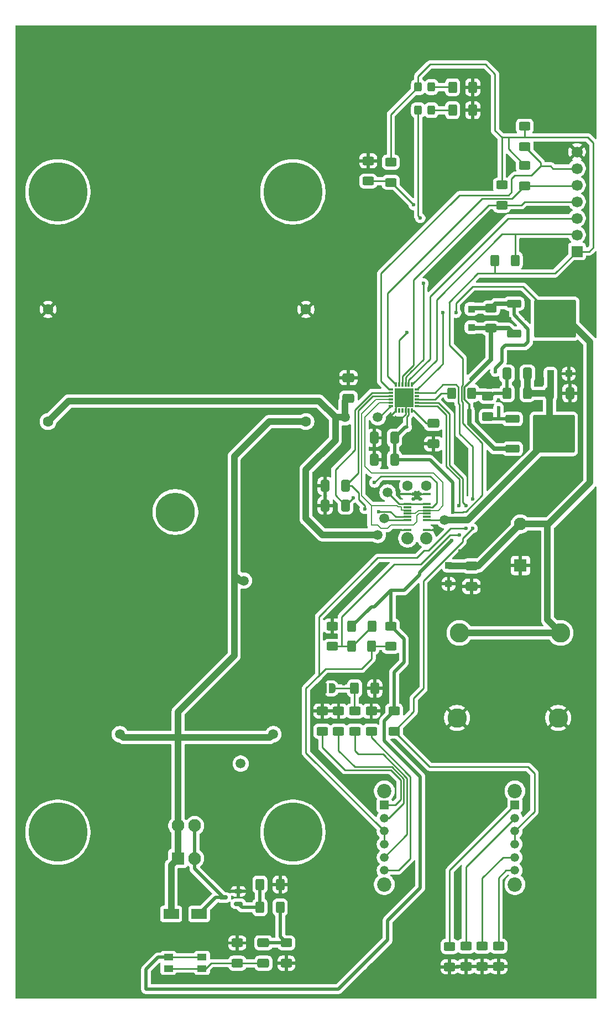
<source format=gbr>
%TF.GenerationSoftware,KiCad,Pcbnew,9.0.4*%
%TF.CreationDate,2025-10-31T13:00:25+01:00*%
%TF.ProjectId,Amperry_robot,416d7065-7272-4795-9f72-6f626f742e6b,rev?*%
%TF.SameCoordinates,Original*%
%TF.FileFunction,Copper,L1,Top*%
%TF.FilePolarity,Positive*%
%FSLAX46Y46*%
G04 Gerber Fmt 4.6, Leading zero omitted, Abs format (unit mm)*
G04 Created by KiCad (PCBNEW 9.0.4) date 2025-10-31 13:00:25*
%MOMM*%
%LPD*%
G01*
G04 APERTURE LIST*
G04 Aperture macros list*
%AMRoundRect*
0 Rectangle with rounded corners*
0 $1 Rounding radius*
0 $2 $3 $4 $5 $6 $7 $8 $9 X,Y pos of 4 corners*
0 Add a 4 corners polygon primitive as box body*
4,1,4,$2,$3,$4,$5,$6,$7,$8,$9,$2,$3,0*
0 Add four circle primitives for the rounded corners*
1,1,$1+$1,$2,$3*
1,1,$1+$1,$4,$5*
1,1,$1+$1,$6,$7*
1,1,$1+$1,$8,$9*
0 Add four rect primitives between the rounded corners*
20,1,$1+$1,$2,$3,$4,$5,0*
20,1,$1+$1,$4,$5,$6,$7,0*
20,1,$1+$1,$6,$7,$8,$9,0*
20,1,$1+$1,$8,$9,$2,$3,0*%
%AMFreePoly0*
4,1,23,0.500000,-0.750000,0.000000,-0.750000,0.000000,-0.745722,-0.065263,-0.745722,-0.191342,-0.711940,-0.304381,-0.646677,-0.396677,-0.554381,-0.461940,-0.441342,-0.495722,-0.315263,-0.495722,-0.250000,-0.500000,-0.250000,-0.500000,0.250000,-0.495722,0.250000,-0.495722,0.315263,-0.461940,0.441342,-0.396677,0.554381,-0.304381,0.646677,-0.191342,0.711940,-0.065263,0.745722,0.000000,0.745722,
0.000000,0.750000,0.500000,0.750000,0.500000,-0.750000,0.500000,-0.750000,$1*%
%AMFreePoly1*
4,1,23,0.000000,0.745722,0.065263,0.745722,0.191342,0.711940,0.304381,0.646677,0.396677,0.554381,0.461940,0.441342,0.495722,0.315263,0.495722,0.250000,0.500000,0.250000,0.500000,-0.250000,0.495722,-0.250000,0.495722,-0.315263,0.461940,-0.441342,0.396677,-0.554381,0.304381,-0.646677,0.191342,-0.711940,0.065263,-0.745722,0.000000,-0.745722,0.000000,-0.750000,-0.500000,-0.750000,
-0.500000,0.750000,0.000000,0.750000,0.000000,0.745722,0.000000,0.745722,$1*%
G04 Aperture macros list end*
%TA.AperFunction,SMDPad,CuDef*%
%ADD10FreePoly0,0.000000*%
%TD*%
%TA.AperFunction,SMDPad,CuDef*%
%ADD11FreePoly1,0.000000*%
%TD*%
%TA.AperFunction,SMDPad,CuDef*%
%ADD12RoundRect,0.250000X-0.625000X0.400000X-0.625000X-0.400000X0.625000X-0.400000X0.625000X0.400000X0*%
%TD*%
%TA.AperFunction,SMDPad,CuDef*%
%ADD13RoundRect,0.250000X0.625000X-0.400000X0.625000X0.400000X-0.625000X0.400000X-0.625000X-0.400000X0*%
%TD*%
%TA.AperFunction,ComponentPad*%
%ADD14R,1.337000X1.337000*%
%TD*%
%TA.AperFunction,ComponentPad*%
%ADD15C,1.337000*%
%TD*%
%TA.AperFunction,ComponentPad*%
%ADD16C,2.190000*%
%TD*%
%TA.AperFunction,SMDPad,CuDef*%
%ADD17RoundRect,0.250000X-0.850000X-0.350000X0.850000X-0.350000X0.850000X0.350000X-0.850000X0.350000X0*%
%TD*%
%TA.AperFunction,SMDPad,CuDef*%
%ADD18RoundRect,0.249997X-2.950003X-2.650003X2.950003X-2.650003X2.950003X2.650003X-2.950003X2.650003X0*%
%TD*%
%TA.AperFunction,SMDPad,CuDef*%
%ADD19RoundRect,0.250000X0.325000X0.450000X-0.325000X0.450000X-0.325000X-0.450000X0.325000X-0.450000X0*%
%TD*%
%TA.AperFunction,SMDPad,CuDef*%
%ADD20RoundRect,0.250000X-0.300000X0.300000X-0.300000X-0.300000X0.300000X-0.300000X0.300000X0.300000X0*%
%TD*%
%TA.AperFunction,SMDPad,CuDef*%
%ADD21RoundRect,0.250000X0.400000X0.625000X-0.400000X0.625000X-0.400000X-0.625000X0.400000X-0.625000X0*%
%TD*%
%TA.AperFunction,SMDPad,CuDef*%
%ADD22RoundRect,0.250000X-0.412500X-0.650000X0.412500X-0.650000X0.412500X0.650000X-0.412500X0.650000X0*%
%TD*%
%TA.AperFunction,SMDPad,CuDef*%
%ADD23RoundRect,0.250000X-0.400000X-0.625000X0.400000X-0.625000X0.400000X0.625000X-0.400000X0.625000X0*%
%TD*%
%TA.AperFunction,SMDPad,CuDef*%
%ADD24RoundRect,0.250000X0.412500X0.650000X-0.412500X0.650000X-0.412500X-0.650000X0.412500X-0.650000X0*%
%TD*%
%TA.AperFunction,ComponentPad*%
%ADD25R,1.950000X1.950000*%
%TD*%
%TA.AperFunction,ComponentPad*%
%ADD26C,1.950000*%
%TD*%
%TA.AperFunction,SMDPad,CuDef*%
%ADD27RoundRect,0.250000X-0.650000X0.412500X-0.650000X-0.412500X0.650000X-0.412500X0.650000X0.412500X0*%
%TD*%
%TA.AperFunction,ComponentPad*%
%ADD28C,9.000000*%
%TD*%
%TA.AperFunction,ComponentPad*%
%ADD29C,6.000000*%
%TD*%
%TA.AperFunction,ComponentPad*%
%ADD30R,1.700000X1.700000*%
%TD*%
%TA.AperFunction,ComponentPad*%
%ADD31C,1.700000*%
%TD*%
%TA.AperFunction,ComponentPad*%
%ADD32C,1.600000*%
%TD*%
%TA.AperFunction,SMDPad,CuDef*%
%ADD33R,0.750000X0.300000*%
%TD*%
%TA.AperFunction,SMDPad,CuDef*%
%ADD34R,0.300000X0.750000*%
%TD*%
%TA.AperFunction,SMDPad,CuDef*%
%ADD35R,2.850000X2.850000*%
%TD*%
%TA.AperFunction,SMDPad,CuDef*%
%ADD36R,1.150000X0.300000*%
%TD*%
%TA.AperFunction,ComponentPad*%
%ADD37C,1.875000*%
%TD*%
%TA.AperFunction,SMDPad,CuDef*%
%ADD38R,1.450000X1.000000*%
%TD*%
%TA.AperFunction,SMDPad,CuDef*%
%ADD39RoundRect,0.250000X-0.300000X-0.300000X0.300000X-0.300000X0.300000X0.300000X-0.300000X0.300000X0*%
%TD*%
%TA.AperFunction,SMDPad,CuDef*%
%ADD40R,2.350000X1.550000*%
%TD*%
%TA.AperFunction,ComponentPad*%
%ADD41C,2.955000*%
%TD*%
%TA.AperFunction,SMDPad,CuDef*%
%ADD42RoundRect,0.250000X0.650000X-0.412500X0.650000X0.412500X-0.650000X0.412500X-0.650000X-0.412500X0*%
%TD*%
%TA.AperFunction,SMDPad,CuDef*%
%ADD43RoundRect,0.150000X0.512500X0.150000X-0.512500X0.150000X-0.512500X-0.150000X0.512500X-0.150000X0*%
%TD*%
%TA.AperFunction,SMDPad,CuDef*%
%ADD44RoundRect,0.250000X0.300000X-0.300000X0.300000X0.300000X-0.300000X0.300000X-0.300000X-0.300000X0*%
%TD*%
%TA.AperFunction,ViaPad*%
%ADD45C,1.500000*%
%TD*%
%TA.AperFunction,ViaPad*%
%ADD46C,0.600000*%
%TD*%
%TA.AperFunction,ViaPad*%
%ADD47C,9.000000*%
%TD*%
%TA.AperFunction,Conductor*%
%ADD48C,0.250000*%
%TD*%
%TA.AperFunction,Conductor*%
%ADD49C,0.500000*%
%TD*%
%TA.AperFunction,Conductor*%
%ADD50C,1.000000*%
%TD*%
%TA.AperFunction,Conductor*%
%ADD51C,0.700000*%
%TD*%
%TA.AperFunction,Conductor*%
%ADD52C,0.200000*%
%TD*%
%TA.AperFunction,Conductor*%
%ADD53C,0.300000*%
%TD*%
G04 APERTURE END LIST*
D10*
%TO.P,JP1,1,A*%
%TO.N,GND*%
X47700000Y-102000000D03*
D11*
%TO.P,JP1,2,B*%
%TO.N,Net-(JP1-B)*%
X49000000Y-102000000D03*
%TD*%
D12*
%TO.P,R16,1*%
%TO.N,/inputs/Isink2A*%
X69500000Y-141450000D03*
%TO.P,R16,2*%
%TO.N,GND*%
X69500000Y-144550000D03*
%TD*%
D13*
%TO.P,R26,1*%
%TO.N,VBMIN*%
X49000000Y-95550000D03*
%TO.P,R26,2*%
%TO.N,GND*%
X49000000Y-92450000D03*
%TD*%
%TO.P,R13,1*%
%TO.N,/inputs/VB5V*%
X47500000Y-108550000D03*
%TO.P,R13,2*%
%TO.N,GND*%
X47500000Y-105450000D03*
%TD*%
D14*
%TO.P,S2,1,NC*%
%TO.N,/inputs/VB5V*%
X57000000Y-119850000D03*
D15*
%TO.P,S2,2,NO_1*%
%TO.N,/inputs/VB9V*%
X57000000Y-121850000D03*
%TO.P,S2,3,COM*%
%TO.N,VBMAX*%
X57000000Y-123850000D03*
%TO.P,S2,4,NO_2*%
X57000000Y-125850000D03*
%TO.P,S2,5,NO_3*%
%TO.N,/inputs/VB15V*%
X57000000Y-127850000D03*
%TO.P,S2,6,NO_4*%
%TO.N,/inputs/VB20V*%
X57000000Y-129850000D03*
D16*
%TO.P,S2,7,MH1*%
%TO.N,unconnected-(S2-MH1-Pad7)*%
X57000000Y-117700000D03*
%TO.P,S2,8,MH2*%
%TO.N,unconnected-(S2-MH2-Pad8)*%
X57000000Y-132000000D03*
%TD*%
D17*
%TO.P,Q2,1,G*%
%TO.N,/G_Q*%
X76850000Y-43122500D03*
D18*
%TO.P,Q2,2,S*%
%TO.N,VBUS*%
X83150000Y-45402500D03*
D17*
%TO.P,Q2,3,D*%
%TO.N,Net-(D2-K)*%
X76850000Y-47682500D03*
%TD*%
D19*
%TO.P,LED2,1,K*%
%TO.N,Net-(LED2-K)*%
X64215000Y-9960000D03*
%TO.P,LED2,2,A*%
%TO.N,+3V3*%
X62165000Y-9960000D03*
%TD*%
D13*
%TO.P,R5,1*%
%TO.N,Net-(D2-K)*%
X73350000Y-46880000D03*
%TO.P,R5,2*%
%TO.N,/G_Q*%
X73350000Y-43780000D03*
%TD*%
D20*
%TO.P,D4,1,K*%
%TO.N,VBUS*%
X66850000Y-83180000D03*
%TO.P,D4,2,A*%
%TO.N,GND*%
X66850000Y-85980000D03*
%TD*%
D21*
%TO.P,R4,1*%
%TO.N,VPBnk*%
X78900000Y-56830000D03*
%TO.P,R4,2*%
%TO.N,Net-(C2-Pad2)*%
X75800000Y-56830000D03*
%TD*%
D22*
%TO.P,C4,1*%
%TO.N,GND*%
X55437500Y-63650000D03*
%TO.P,C4,2*%
%TO.N,+3V3*%
X58562500Y-63650000D03*
%TD*%
D13*
%TO.P,R29,1*%
%TO.N,Net-(BTN1-NO_1)*%
X34480000Y-144050000D03*
%TO.P,R29,2*%
%TO.N,GND*%
X34480000Y-140950000D03*
%TD*%
D21*
%TO.P,R3,1*%
%TO.N,Net-(C2-Pad2)*%
X70400000Y-56830000D03*
%TO.P,R3,2*%
%TO.N,Net-(IC2-VBUS_FET_EN)*%
X67300000Y-56830000D03*
%TD*%
%TO.P,R63,1*%
%TO.N,NMOS_COIL*%
X41050000Y-135500000D03*
%TO.P,R63,2*%
%TO.N,Net-(Q7-G)*%
X37950000Y-135500000D03*
%TD*%
D23*
%TO.P,R28,1*%
%TO.N,Net-(LED2-K)*%
X67450000Y-10000000D03*
%TO.P,R28,2*%
%TO.N,GND*%
X70550000Y-10000000D03*
%TD*%
D14*
%TO.P,S1,1,NC*%
%TO.N,/inputs/Isink1A*%
X77000000Y-119850000D03*
D15*
%TO.P,S1,2,NO_1*%
%TO.N,/inputs/Isink2A*%
X77000000Y-121850000D03*
%TO.P,S1,3,COM*%
%TO.N,ISINKC*%
X77000000Y-123850000D03*
%TO.P,S1,4,NO_2*%
X77000000Y-125850000D03*
%TO.P,S1,5,NO_3*%
%TO.N,/inputs/Isink3A*%
X77000000Y-127850000D03*
%TO.P,S1,6,NO_4*%
%TO.N,/inputs/Isink5A*%
X77000000Y-129850000D03*
D16*
%TO.P,S1,7,MH1*%
%TO.N,unconnected-(S1-MH1-Pad7)*%
X77000000Y-117700000D03*
%TO.P,S1,8,MH2*%
%TO.N,unconnected-(S1-MH2-Pad8)*%
X77000000Y-132000000D03*
%TD*%
D23*
%TO.P,R22,1*%
%TO.N,Net-(JP1-B)*%
X52450000Y-102000000D03*
%TO.P,R22,2*%
%TO.N,GND*%
X55550000Y-102000000D03*
%TD*%
D24*
%TO.P,C9,1*%
%TO.N,/CC2*%
X51062500Y-74000000D03*
%TO.P,C9,2*%
%TO.N,GND*%
X47937500Y-74000000D03*
%TD*%
D25*
%TO.P,J5,1,1*%
%TO.N,GND*%
X77850000Y-83180000D03*
D26*
%TO.P,J5,2,2*%
%TO.N,VBUS*%
X77850000Y-76830000D03*
%TD*%
D27*
%TO.P,C3,1*%
%TO.N,VBUS*%
X70350000Y-83267500D03*
%TO.P,C3,2*%
%TO.N,GND*%
X70350000Y-86392500D03*
%TD*%
D12*
%TO.P,R14,1*%
%TO.N,+3V3*%
X58500000Y-105450000D03*
%TO.P,R14,2*%
%TO.N,ISINKC*%
X58500000Y-108550000D03*
%TD*%
D13*
%TO.P,R20,1*%
%TO.N,/inputs/VB15V*%
X52500000Y-108550000D03*
%TO.P,R20,2*%
%TO.N,Net-(JP1-B)*%
X52500000Y-105450000D03*
%TD*%
D23*
%TO.P,R23,1*%
%TO.N,+3V3*%
X52000000Y-92500000D03*
%TO.P,R23,2*%
%TO.N,VBMIN*%
X55100000Y-92500000D03*
%TD*%
D28*
%TO.P,REF\u002A\u002A,1*%
%TO.N,N/C*%
X7000000Y-26000000D03*
%TO.P,REF\u002A\u002A,2*%
X43000000Y-26000000D03*
%TO.P,REF\u002A\u002A,3*%
X7000000Y-124000000D03*
X43000000Y-124000000D03*
D29*
%TO.P,REF\u002A\u002A,5*%
X25000000Y-75000000D03*
%TD*%
D12*
%TO.P,R2,1*%
%TO.N,NMOS_COIL*%
X42000000Y-140950000D03*
%TO.P,R2,2*%
%TO.N,GND*%
X42000000Y-144050000D03*
%TD*%
D30*
%TO.P,J2,1,Pin_1*%
%TO.N,+3V3*%
X86500000Y-35120000D03*
D31*
%TO.P,J2,2,Pin_2*%
%TO.N,HPI_INT*%
X86500000Y-32580000D03*
%TO.P,J2,3,Pin_3*%
%TO.N,GPIO*%
X86500000Y-30040000D03*
%TO.P,J2,4,Pin_4*%
%TO.N,FLIP*%
X86500000Y-27500000D03*
%TO.P,J2,5,Pin_5*%
%TO.N,SDA*%
X86500000Y-24960000D03*
%TO.P,J2,6,Pin_6*%
%TO.N,SCL*%
X86500000Y-22420000D03*
%TO.P,J2,7,Pin_7*%
%TO.N,GND*%
X86500000Y-19880000D03*
%TD*%
D32*
%TO.P,IC1,1,in-*%
%TO.N,GND*%
X5503000Y-44000000D03*
%TO.P,IC1,2,in+*%
%TO.N,VPBnk*%
X5503000Y-61145000D03*
%TO.P,IC1,3,out+*%
%TO.N,+28V*%
X45000000Y-61145000D03*
%TO.P,IC1,4,out-*%
%TO.N,GND*%
X45000000Y-44000000D03*
%TD*%
D12*
%TO.P,R17,1*%
%TO.N,/inputs/Isink3A*%
X72000000Y-141450000D03*
%TO.P,R17,2*%
%TO.N,GND*%
X72000000Y-144550000D03*
%TD*%
D33*
%TO.P,IC2,1,VBUS_MIN*%
%TO.N,VBMIN*%
X62000000Y-58750000D03*
%TO.P,IC2,2,VBUS_MAX*%
%TO.N,VBMAX*%
X62000000Y-58250000D03*
%TO.P,IC2,3,VBUS_FET_EN*%
%TO.N,Net-(IC2-VBUS_FET_EN)*%
X62000000Y-57750000D03*
%TO.P,IC2,4,SAFE_PWR_EN*%
%TO.N,unconnected-(IC2-SAFE_PWR_EN-Pad4)*%
X62000000Y-57250000D03*
%TO.P,IC2,5,ISNK_COARSE*%
%TO.N,ISINKC*%
X62000000Y-56750000D03*
%TO.P,IC2,6,ISNK_FINE*%
%TO.N,ISINKF*%
X62000000Y-56250000D03*
D34*
%TO.P,IC2,7,HPI_INT*%
%TO.N,HPI_INT*%
X61250000Y-55500000D03*
%TO.P,IC2,8,GPIO_1*%
%TO.N,GPIO*%
X60750000Y-55500000D03*
%TO.P,IC2,9,FAULT*%
%TO.N,/FAULT*%
X60250000Y-55500000D03*
%TO.P,IC2,10,FLIP*%
%TO.N,FLIP*%
X59750000Y-55500000D03*
%TO.P,IC2,11,VDC_OUT*%
%TO.N,VBUS*%
X59250000Y-55500000D03*
%TO.P,IC2,12,HPI_SDA*%
%TO.N,SDA*%
X58750000Y-55500000D03*
D33*
%TO.P,IC2,13,HPI_SCL*%
%TO.N,SCL*%
X58000000Y-56250000D03*
%TO.P,IC2,14,CC2*%
%TO.N,/CC2*%
X58000000Y-56750000D03*
%TO.P,IC2,15,CC1*%
%TO.N,/CC1*%
X58000000Y-57250000D03*
%TO.P,IC2,16,D-*%
%TO.N,/D-*%
X58000000Y-57750000D03*
%TO.P,IC2,17,D+*%
%TO.N,/D+*%
X58000000Y-58250000D03*
%TO.P,IC2,18,VBUS_IN*%
%TO.N,VPBnk*%
X58000000Y-58750000D03*
D34*
%TO.P,IC2,19,GND_1*%
%TO.N,GND*%
X58750000Y-59500000D03*
%TO.P,IC2,20,DNU1*%
%TO.N,unconnected-(IC2-DNU1-Pad20)*%
X59250000Y-59500000D03*
%TO.P,IC2,21,DNU2*%
%TO.N,unconnected-(IC2-DNU2-Pad21)*%
X59750000Y-59500000D03*
%TO.P,IC2,22,GND_2*%
%TO.N,GND*%
X60250000Y-59500000D03*
%TO.P,IC2,23,VDDD*%
%TO.N,+3V3*%
X60750000Y-59500000D03*
%TO.P,IC2,24,VCCD*%
%TO.N,Net-(IC2-VCCD)*%
X61250000Y-59500000D03*
D35*
%TO.P,IC2,25,GND_3*%
%TO.N,GND*%
X60000000Y-57500000D03*
%TD*%
D17*
%TO.P,Q1,1,G*%
%TO.N,/G_Q*%
X76650000Y-60770000D03*
D18*
%TO.P,Q1,2,S*%
%TO.N,VPBnk*%
X82950000Y-63050000D03*
D17*
%TO.P,Q1,3,D*%
%TO.N,Net-(D2-K)*%
X76650000Y-65330000D03*
%TD*%
D23*
%TO.P,R6,1*%
%TO.N,Net-(LED1-K)*%
X67450000Y-13500000D03*
%TO.P,R6,2*%
%TO.N,GND*%
X70550000Y-13500000D03*
%TD*%
D25*
%TO.P,P13,A1,A1*%
%TO.N,+28V*%
X25400000Y-128000000D03*
D26*
%TO.P,P13,A2,A2*%
%TO.N,Net-(Q7-D)*%
X27940000Y-128000000D03*
%TO.P,P13,B1,B1*%
%TO.N,+28V*%
X25400000Y-123000000D03*
%TO.P,P13,B2,B2*%
%TO.N,Net-(Q7-D)*%
X27940000Y-123000000D03*
%TD*%
D19*
%TO.P,LED1,1,K*%
%TO.N,Net-(LED1-K)*%
X64215000Y-13500000D03*
%TO.P,LED1,2,A*%
%TO.N,/FAULT*%
X62165000Y-13500000D03*
%TD*%
D22*
%TO.P,C6,1*%
%TO.N,GND*%
X55437500Y-67000000D03*
%TO.P,C6,2*%
%TO.N,+3V3*%
X58562500Y-67000000D03*
%TD*%
D36*
%TO.P,J1,A1,GND_1*%
%TO.N,GND*%
X60515000Y-77750000D03*
%TO.P,J1,A4,VBUS_1*%
%TO.N,VPBnk*%
X60515000Y-76250000D03*
%TO.P,J1,A5,CC1*%
%TO.N,/CC1*%
X60515000Y-75750000D03*
%TO.P,J1,A6,DP1*%
%TO.N,/D+*%
X60515000Y-75250000D03*
%TO.P,J1,A7,DN1*%
%TO.N,/D-*%
X60515000Y-74750000D03*
%TO.P,J1,A8,SBU1*%
%TO.N,unconnected-(J1-SBU1-PadA8)*%
X60515000Y-74250000D03*
%TO.P,J1,A9,VBUS_2*%
%TO.N,VPBnk*%
X60515000Y-73750000D03*
%TO.P,J1,A12,GND_2*%
%TO.N,GND*%
X60515000Y-72250000D03*
%TO.P,J1,B1,GND_3*%
X63485000Y-72250000D03*
%TO.P,J1,B4,VBUS_3*%
%TO.N,VPBnk*%
X63485000Y-73750000D03*
%TO.P,J1,B5,CC2*%
%TO.N,/CC2*%
X63485000Y-74250000D03*
%TO.P,J1,B6,DP2*%
%TO.N,/D+*%
X63485000Y-74750000D03*
%TO.P,J1,B7,DN2*%
%TO.N,/D-*%
X63485000Y-75250000D03*
%TO.P,J1,B8,SBU2*%
%TO.N,unconnected-(J1-SBU2-PadB8)*%
X63485000Y-75750000D03*
%TO.P,J1,B9,VBUS_4*%
%TO.N,VPBnk*%
X63485000Y-76250000D03*
%TO.P,J1,B12,GND_4*%
%TO.N,GND*%
X63485000Y-77750000D03*
D37*
%TO.P,J1,MH1,MH1*%
%TO.N,unconnected-(J1-PadMH1)*%
X60570000Y-79000000D03*
D32*
%TO.P,J1,MH2,MH2*%
%TO.N,unconnected-(J1-PadMH2)*%
X60570000Y-71000000D03*
%TO.P,J1,MH3,MH3*%
%TO.N,unconnected-(J1-PadMH3)*%
X63430000Y-71000000D03*
D37*
%TO.P,J1,MH4,MH4*%
%TO.N,unconnected-(J1-PadMH4)*%
X63430000Y-79000000D03*
%TD*%
D27*
%TO.P,C7,1*%
%TO.N,Net-(IC2-VCCD)*%
X64500000Y-61437500D03*
%TO.P,C7,2*%
%TO.N,GND*%
X64500000Y-64562500D03*
%TD*%
D23*
%TO.P,R25,1*%
%TO.N,VBMIN*%
X51950000Y-95500000D03*
%TO.P,R25,2*%
%TO.N,VBMAX*%
X55050000Y-95500000D03*
%TD*%
D38*
%TO.P,BTN1,1,NO_1*%
%TO.N,Net-(BTN1-NO_1)*%
X23925000Y-144850000D03*
%TO.P,BTN1,2,COM_1*%
%TO.N,+3V3*%
X23925000Y-143150000D03*
%TO.P,BTN1,3,NO_2*%
%TO.N,Net-(BTN1-NO_1)*%
X29075000Y-144850000D03*
%TO.P,BTN1,4,COM_2*%
%TO.N,+3V3*%
X29075000Y-143150000D03*
%TD*%
D12*
%TO.P,R12,1*%
%TO.N,+3V3*%
X58000000Y-92450000D03*
%TO.P,R12,2*%
%TO.N,VBMAX*%
X58000000Y-95550000D03*
%TD*%
D13*
%TO.P,R27,1*%
%TO.N,ISINKF*%
X54540079Y-24354031D03*
%TO.P,R27,2*%
%TO.N,GND*%
X54540079Y-21254031D03*
%TD*%
D39*
%TO.P,D3,1,K*%
%TO.N,VPBnk*%
X82450000Y-53830000D03*
%TO.P,D3,2,A*%
%TO.N,GND*%
X85250000Y-53830000D03*
%TD*%
D40*
%TO.P,DS7,1*%
%TO.N,+28V*%
X24350000Y-136500000D03*
%TO.P,DS7,2*%
%TO.N,Net-(Q7-D)*%
X28650000Y-136500000D03*
%TD*%
D24*
%TO.P,C2,1*%
%TO.N,VPBnk*%
X78912500Y-53830000D03*
%TO.P,C2,2*%
%TO.N,Net-(C2-Pad2)*%
X75787500Y-53830000D03*
%TD*%
D41*
%TO.P,J3,1,1*%
%TO.N,VBUS*%
X68500000Y-93500000D03*
%TO.P,J3,2,2*%
X84000000Y-93500000D03*
%TD*%
D42*
%TO.P,C13,1*%
%TO.N,VPBnk*%
X51500000Y-57562500D03*
%TO.P,C13,2*%
%TO.N,GND*%
X51500000Y-54437500D03*
%TD*%
D23*
%TO.P,R8,1*%
%TO.N,+3V3*%
X73950000Y-36500000D03*
%TO.P,R8,2*%
%TO.N,HPI_INT*%
X77050000Y-36500000D03*
%TD*%
D43*
%TO.P,Q7,1,G*%
%TO.N,Net-(Q7-G)*%
X34637500Y-134950000D03*
%TO.P,Q7,2,S*%
%TO.N,GND*%
X34637500Y-133050000D03*
%TO.P,Q7,3,D*%
%TO.N,Net-(Q7-D)*%
X32362500Y-134000000D03*
%TD*%
D22*
%TO.P,C1,1*%
%TO.N,VPBnk*%
X82287500Y-56830000D03*
%TO.P,C1,2*%
%TO.N,GND*%
X85412500Y-56830000D03*
%TD*%
D13*
%TO.P,R19,1*%
%TO.N,/inputs/VB9V*%
X50000000Y-108550000D03*
%TO.P,R19,2*%
%TO.N,GND*%
X50000000Y-105450000D03*
%TD*%
%TO.P,R21,1*%
%TO.N,/inputs/VB20V*%
X55000000Y-108550000D03*
%TO.P,R21,2*%
%TO.N,GND*%
X55000000Y-105450000D03*
%TD*%
D42*
%TO.P,C37,1*%
%TO.N,Net-(BTN1-NO_1)*%
X38480000Y-144062500D03*
%TO.P,C37,2*%
%TO.N,NMOS_COIL*%
X38480000Y-140937500D03*
%TD*%
D12*
%TO.P,R11,1*%
%TO.N,+3V3*%
X78500000Y-15950000D03*
%TO.P,R11,2*%
%TO.N,SCL*%
X78500000Y-19050000D03*
%TD*%
D24*
%TO.P,C8,1*%
%TO.N,/CC1*%
X51062500Y-71000000D03*
%TO.P,C8,2*%
%TO.N,GND*%
X47937500Y-71000000D03*
%TD*%
D44*
%TO.P,D2,1,K*%
%TO.N,Net-(D2-K)*%
X70350000Y-46730000D03*
%TO.P,D2,2,A*%
%TO.N,/G_Q*%
X70350000Y-43930000D03*
%TD*%
D41*
%TO.P,J4,1,1*%
%TO.N,GND*%
X68125000Y-106500000D03*
%TO.P,J4,2,2*%
X83625000Y-106500000D03*
%TD*%
D13*
%TO.P,R7,1*%
%TO.N,/G_Q*%
X72850000Y-60380000D03*
%TO.P,R7,2*%
%TO.N,Net-(C2-Pad2)*%
X72850000Y-57280000D03*
%TD*%
D12*
%TO.P,R10,1*%
%TO.N,+3V3*%
X78500000Y-21950000D03*
%TO.P,R10,2*%
%TO.N,SDA*%
X78500000Y-25050000D03*
%TD*%
%TO.P,R24,1*%
%TO.N,+3V3*%
X58000000Y-21450000D03*
%TO.P,R24,2*%
%TO.N,ISINKF*%
X58000000Y-24550000D03*
%TD*%
%TO.P,R15,1*%
%TO.N,/inputs/Isink1A*%
X67000000Y-141500000D03*
%TO.P,R15,2*%
%TO.N,GND*%
X67000000Y-144600000D03*
%TD*%
%TO.P,R9,1*%
%TO.N,+3V3*%
X75000000Y-24950000D03*
%TO.P,R9,2*%
%TO.N,FLIP*%
X75000000Y-28050000D03*
%TD*%
D23*
%TO.P,R75,1*%
%TO.N,Net-(Q7-G)*%
X37950000Y-132000000D03*
%TO.P,R75,2*%
%TO.N,GND*%
X41050000Y-132000000D03*
%TD*%
D12*
%TO.P,R18,1*%
%TO.N,/inputs/Isink5A*%
X74500000Y-141450000D03*
%TO.P,R18,2*%
%TO.N,GND*%
X74500000Y-144550000D03*
%TD*%
D45*
%TO.N,*%
X35000000Y-113500000D03*
D46*
%TO.N,ISINKC*%
X70500000Y-73000000D03*
X70500000Y-77500000D03*
%TO.N,ISINKF*%
X61500000Y-28000000D03*
X66000000Y-44500000D03*
%TO.N,VBMAX*%
X69500000Y-74000000D03*
X69500000Y-77500000D03*
%TO.N,VBMIN*%
X68448000Y-74052000D03*
X68500000Y-78500000D03*
%TO.N,GND*%
X86335000Y-114003137D03*
X17755000Y-93683137D03*
X22835000Y-106383137D03*
X25375000Y-27643137D03*
X30455000Y-32723137D03*
X15215000Y-17483137D03*
X66015000Y-147023137D03*
X60935000Y-144483137D03*
X27915000Y-80983137D03*
X83795000Y-134323137D03*
X12675000Y-129243137D03*
X2515000Y-37803137D03*
X22835000Y-47963137D03*
X83795000Y-119083137D03*
X60935000Y-147023137D03*
X38075000Y-65743137D03*
X15215000Y-68283137D03*
X35535000Y-139403137D03*
X30455000Y-116543137D03*
X15215000Y-88603137D03*
X86335000Y-83523137D03*
X43155000Y-53043137D03*
X58395000Y-78443137D03*
X88875000Y-121623137D03*
X15215000Y-111463137D03*
X35535000Y-101303137D03*
X66015000Y-139403137D03*
X68555000Y-121623137D03*
X12675000Y-131783137D03*
X5055000Y-111463137D03*
X12675000Y-25103137D03*
X2515000Y-93683137D03*
X20295000Y-136863137D03*
X10135000Y-78443137D03*
X10135000Y-103843137D03*
X50775000Y-14943137D03*
X50775000Y-101303137D03*
X63475000Y-147023137D03*
X83795000Y-55583137D03*
X68555000Y-80983137D03*
X68555000Y-103843137D03*
X35535000Y-129243137D03*
X50775000Y-126703137D03*
X12675000Y-50503137D03*
X15215000Y-22563137D03*
X55855000Y-14943137D03*
X53315000Y-75903137D03*
X66015000Y-88603137D03*
X20295000Y-42883137D03*
X5055000Y-83523137D03*
X20295000Y-83523137D03*
X22835000Y-22563137D03*
X86335000Y-103843137D03*
X17755000Y-116543137D03*
X38075000Y-20023137D03*
X38075000Y-42883137D03*
X15215000Y-7323137D03*
X40615000Y-78443137D03*
X5055000Y-32723137D03*
X20295000Y-12403137D03*
X20295000Y-86063137D03*
X40615000Y-7323137D03*
X17755000Y-114003137D03*
X76175000Y-86063137D03*
X66015000Y-2243137D03*
X48235000Y-2243137D03*
X50775000Y-35263137D03*
X45695000Y-141943137D03*
X15215000Y-93683137D03*
X86335000Y-111463137D03*
X10135000Y-88603137D03*
X22835000Y-93683137D03*
X7595000Y-40343137D03*
X15215000Y-25103137D03*
X53315000Y-7323137D03*
X83795000Y-116543137D03*
X20295000Y-106383137D03*
X25375000Y-80983137D03*
X25375000Y-60663137D03*
X68555000Y-96223137D03*
X73635000Y-78443137D03*
X68555000Y-22563137D03*
X7595000Y-111463137D03*
X15215000Y-80983137D03*
X27915000Y-4783137D03*
X73635000Y-88603137D03*
X22835000Y-63203137D03*
X55855000Y-98763137D03*
X20295000Y-119083137D03*
X22835000Y-134323137D03*
X30455000Y-50503137D03*
X71095000Y-4783137D03*
X83795000Y-103843137D03*
X55855000Y-144483137D03*
X2515000Y-116543137D03*
X40615000Y-12403137D03*
X63475000Y-103843137D03*
X43155000Y-103843137D03*
X62500000Y-73000000D03*
X22835000Y-119083137D03*
X15215000Y-47963137D03*
X50775000Y-136863137D03*
X53315000Y-14943137D03*
X38075000Y-4783137D03*
X50775000Y-139403137D03*
X68555000Y-116543137D03*
X60935000Y-131783137D03*
X81255000Y-126703137D03*
X60935000Y-4783137D03*
X53315000Y-12403137D03*
X22835000Y-68283137D03*
X25375000Y-70823137D03*
X88875000Y-86063137D03*
X48235000Y-12403137D03*
X78715000Y-45423137D03*
X12675000Y-55583137D03*
X20295000Y-27643137D03*
X10135000Y-119083137D03*
X10135000Y-80983137D03*
X27915000Y-114003137D03*
X25375000Y-63203137D03*
X73635000Y-68283137D03*
X12675000Y-80983137D03*
X17755000Y-83523137D03*
X15215000Y-139403137D03*
X43155000Y-73363137D03*
X5055000Y-14943137D03*
X43155000Y-40343137D03*
X17755000Y-65743137D03*
X30455000Y-55583137D03*
X48235000Y-136863137D03*
X53315000Y-53043137D03*
X81255000Y-73363137D03*
X10135000Y-134323137D03*
X20295000Y-22563137D03*
X30455000Y-129243137D03*
X43155000Y-134323137D03*
X68555000Y-2243137D03*
X88875000Y-83523137D03*
X10135000Y-40343137D03*
X17755000Y-129243137D03*
X32995000Y-60663137D03*
X30455000Y-78443137D03*
X12675000Y-32723137D03*
X32995000Y-37803137D03*
X45695000Y-20023137D03*
X88875000Y-131783137D03*
X27915000Y-40343137D03*
X15215000Y-141943137D03*
X63475000Y-111463137D03*
X27915000Y-131783137D03*
X60935000Y-108923137D03*
X78715000Y-60663137D03*
X88875000Y-98763137D03*
X35535000Y-121623137D03*
X66015000Y-124163137D03*
X55855000Y-136863137D03*
X43155000Y-131783137D03*
X83795000Y-40343137D03*
X32995000Y-7323137D03*
X55855000Y-12403137D03*
X7595000Y-131783137D03*
X53315000Y-55583137D03*
X35535000Y-124163137D03*
X27915000Y-60663137D03*
X63475000Y-2243137D03*
X88875000Y-78443137D03*
X10135000Y-131783137D03*
X50775000Y-2243137D03*
X20295000Y-139403137D03*
X78715000Y-134323137D03*
X27915000Y-63203137D03*
X78715000Y-88603137D03*
X68555000Y-124163137D03*
X12675000Y-45423137D03*
X20295000Y-101303137D03*
X81255000Y-103843137D03*
X32995000Y-50503137D03*
X10135000Y-86063137D03*
X58395000Y-144483137D03*
X27915000Y-22563137D03*
X43155000Y-106383137D03*
X15215000Y-91143137D03*
X62500000Y-72250000D03*
X20295000Y-88603137D03*
X53315000Y-80983137D03*
X25375000Y-20023137D03*
X35535000Y-103843137D03*
X48235000Y-75903137D03*
X60935000Y-2243137D03*
X45695000Y-144483137D03*
X73635000Y-2243137D03*
X83795000Y-131783137D03*
X35535000Y-78443137D03*
X73635000Y-108923137D03*
X38075000Y-111463137D03*
X25375000Y-40343137D03*
X78715000Y-63203137D03*
X48235000Y-121623137D03*
X43155000Y-111463137D03*
X2515000Y-32723137D03*
X35535000Y-126703137D03*
X22835000Y-83523137D03*
X55855000Y-27643137D03*
X32995000Y-27643137D03*
X73635000Y-30183137D03*
X60935000Y-136863137D03*
X83795000Y-98763137D03*
X32995000Y-136863137D03*
X32995000Y-116543137D03*
X40615000Y-42883137D03*
X53315000Y-141943137D03*
X78715000Y-108923137D03*
X17755000Y-70823137D03*
X88875000Y-101303137D03*
X76175000Y-91143137D03*
X45695000Y-116543137D03*
X22835000Y-12403137D03*
X76175000Y-98763137D03*
X12675000Y-111463137D03*
X71095000Y-20023137D03*
X73635000Y-91143137D03*
X12675000Y-78443137D03*
X48235000Y-30183137D03*
X22835000Y-111463137D03*
X32995000Y-35263137D03*
X35535000Y-55583137D03*
X45695000Y-37803137D03*
X30455000Y-75903137D03*
X22835000Y-65743137D03*
X2515000Y-73363137D03*
X2515000Y-17483137D03*
X30455000Y-30183137D03*
X78715000Y-98763137D03*
X48235000Y-22563137D03*
X86335000Y-93683137D03*
X12675000Y-68283137D03*
X55855000Y-80983137D03*
X5055000Y-86063137D03*
X60000000Y-57500000D03*
X40615000Y-45423137D03*
X55855000Y-35263137D03*
X68555000Y-147023137D03*
X10135000Y-111463137D03*
X71095000Y-25103137D03*
X86335000Y-96223137D03*
X68555000Y-98763137D03*
X12675000Y-98763137D03*
X50775000Y-131783137D03*
X66015000Y-136863137D03*
X48235000Y-37803137D03*
X2515000Y-35263137D03*
X55855000Y-9863137D03*
X68555000Y-35263137D03*
X38075000Y-37803137D03*
X86335000Y-106383137D03*
X68555000Y-136863137D03*
X7595000Y-53043137D03*
X86335000Y-98763137D03*
X7595000Y-91143137D03*
X25375000Y-68283137D03*
X20295000Y-124163137D03*
X25375000Y-50503137D03*
X15215000Y-32723137D03*
X10135000Y-60663137D03*
X10135000Y-114003137D03*
X88875000Y-93683137D03*
X22835000Y-80983137D03*
X88875000Y-103843137D03*
X32995000Y-45423137D03*
X30455000Y-63203137D03*
X83795000Y-124163137D03*
X71095000Y-17483137D03*
X5055000Y-91143137D03*
X2515000Y-50503137D03*
X40615000Y-73363137D03*
X83795000Y-126703137D03*
X30455000Y-45423137D03*
X38075000Y-17483137D03*
X15215000Y-53043137D03*
X35535000Y-14943137D03*
X68555000Y-25103137D03*
X20295000Y-7323137D03*
X40615000Y-35263137D03*
X66015000Y-131783137D03*
X5055000Y-17483137D03*
X20295000Y-78443137D03*
X58395000Y-134323137D03*
X25375000Y-55583137D03*
X32995000Y-53043137D03*
X66015000Y-98763137D03*
X27915000Y-37803137D03*
X15215000Y-35263137D03*
X48235000Y-40343137D03*
X88875000Y-96223137D03*
X50775000Y-45423137D03*
X43155000Y-50503137D03*
X17755000Y-141943137D03*
X30455000Y-83523137D03*
X48235000Y-68283137D03*
X76175000Y-63203137D03*
X27915000Y-83523137D03*
X2515000Y-88603137D03*
X20295000Y-47963137D03*
X50775000Y-4783137D03*
X55855000Y-17483137D03*
X10135000Y-20023137D03*
X22835000Y-96223137D03*
X30455000Y-103843137D03*
X61500000Y-73000000D03*
X2515000Y-53043137D03*
X32995000Y-30183137D03*
X50775000Y-75903137D03*
X53315000Y-129243137D03*
X38075000Y-78443137D03*
X35535000Y-37803137D03*
X48235000Y-134323137D03*
X17755000Y-147023137D03*
X40615000Y-53043137D03*
X27915000Y-78443137D03*
X68555000Y-119083137D03*
X78715000Y-70823137D03*
X12675000Y-124163137D03*
X25375000Y-37803137D03*
X38075000Y-9863137D03*
X12675000Y-88603137D03*
X22835000Y-27643137D03*
X78715000Y-103843137D03*
X38075000Y-88603137D03*
X10135000Y-47963137D03*
X20295000Y-17483137D03*
X40615000Y-93683137D03*
X38075000Y-139403137D03*
X35535000Y-70823137D03*
X71095000Y-96223137D03*
X20295000Y-68283137D03*
X81255000Y-96223137D03*
X25375000Y-9863137D03*
X17755000Y-136863137D03*
X43155000Y-32723137D03*
X66015000Y-22563137D03*
X38075000Y-68283137D03*
X53315000Y-45423137D03*
X17755000Y-12403137D03*
X45695000Y-7323137D03*
X22835000Y-14943137D03*
X15215000Y-40343137D03*
X17755000Y-4783137D03*
X40615000Y-17483137D03*
X43155000Y-88603137D03*
X68555000Y-17483137D03*
X63475000Y-134323137D03*
X17755000Y-86063137D03*
X17755000Y-27643137D03*
X10135000Y-108923137D03*
X55855000Y-2243137D03*
X38075000Y-126703137D03*
X22835000Y-131783137D03*
X27915000Y-106383137D03*
X20295000Y-98763137D03*
X86335000Y-119083137D03*
X25375000Y-32723137D03*
X20295000Y-93683137D03*
X30455000Y-7323137D03*
X27915000Y-47963137D03*
X68555000Y-131783137D03*
X2515000Y-42883137D03*
X27915000Y-98763137D03*
X7595000Y-70823137D03*
X22835000Y-124163137D03*
X32995000Y-131783137D03*
X17755000Y-131783137D03*
X86335000Y-126703137D03*
X5055000Y-70823137D03*
X27915000Y-7323137D03*
X22835000Y-37803137D03*
X58000000Y-61500000D03*
X30455000Y-70823137D03*
X40615000Y-70823137D03*
X20295000Y-37803137D03*
X53315000Y-47963137D03*
X5055000Y-108923137D03*
X12675000Y-91143137D03*
X88875000Y-40343137D03*
X15215000Y-65743137D03*
X38075000Y-75903137D03*
X35535000Y-75903137D03*
X73635000Y-96223137D03*
X15215000Y-37803137D03*
X81255000Y-114003137D03*
X68555000Y-86063137D03*
X55855000Y-30183137D03*
X22835000Y-4783137D03*
X2515000Y-91143137D03*
X22835000Y-32723137D03*
X2515000Y-60663137D03*
X30455000Y-17483137D03*
X45695000Y-98763137D03*
X48235000Y-7323137D03*
X12675000Y-30183137D03*
X88875000Y-42883137D03*
X7595000Y-101303137D03*
X7595000Y-96223137D03*
X78715000Y-96223137D03*
X15215000Y-30183137D03*
X17755000Y-68283137D03*
X71095000Y-50503137D03*
X12675000Y-35263137D03*
X53315000Y-116543137D03*
X81255000Y-14943137D03*
X73635000Y-106383137D03*
X50775000Y-22563137D03*
X38075000Y-14943137D03*
X22835000Y-101303137D03*
X68555000Y-47963137D03*
X35535000Y-2243137D03*
X40615000Y-111463137D03*
X43155000Y-96223137D03*
X30455000Y-9863137D03*
X15215000Y-63203137D03*
X10135000Y-106383137D03*
X38075000Y-53043137D03*
X48235000Y-9863137D03*
X25375000Y-53043137D03*
X32995000Y-42883137D03*
X86335000Y-91143137D03*
X20295000Y-134323137D03*
X17755000Y-63203137D03*
X48235000Y-103843137D03*
X55500000Y-72500000D03*
X32995000Y-121623137D03*
X53315000Y-139403137D03*
X7595000Y-47963137D03*
X20295000Y-35263137D03*
X43155000Y-108923137D03*
X66015000Y-108923137D03*
X5055000Y-88603137D03*
X17755000Y-2243137D03*
X30455000Y-65743137D03*
X20295000Y-129243137D03*
X2515000Y-80983137D03*
X68555000Y-88603137D03*
X76175000Y-108923137D03*
X66015000Y-96223137D03*
X83795000Y-70823137D03*
X10135000Y-70823137D03*
X45695000Y-139403137D03*
X38075000Y-45423137D03*
X12675000Y-96223137D03*
X40615000Y-14943137D03*
X30455000Y-68283137D03*
X38075000Y-12403137D03*
X86335000Y-134323137D03*
X17755000Y-20023137D03*
X12675000Y-27643137D03*
X7595000Y-106383137D03*
X2515000Y-131783137D03*
X88875000Y-75903137D03*
X12675000Y-114003137D03*
X43155000Y-136863137D03*
X86335000Y-75903137D03*
X15215000Y-60663137D03*
X10135000Y-65743137D03*
X50775000Y-30183137D03*
X35535000Y-22563137D03*
X38075000Y-40343137D03*
X12675000Y-116543137D03*
X38075000Y-116543137D03*
X86335000Y-101303137D03*
X25375000Y-4783137D03*
X32995000Y-4783137D03*
X83795000Y-86063137D03*
X88875000Y-88603137D03*
X63475000Y-139403137D03*
X73635000Y-45423137D03*
X88875000Y-14943137D03*
X73635000Y-55583137D03*
X15215000Y-27643137D03*
X43155000Y-47963137D03*
X53315000Y-4783137D03*
X22835000Y-42883137D03*
X20295000Y-2243137D03*
X83795000Y-68283137D03*
X12675000Y-101303137D03*
X55855000Y-147023137D03*
X76175000Y-14943137D03*
X15215000Y-144483137D03*
X17755000Y-47963137D03*
X78715000Y-129243137D03*
X27915000Y-134323137D03*
X38075000Y-35263137D03*
X76175000Y-22563137D03*
X45695000Y-17483137D03*
X20295000Y-70823137D03*
X30455000Y-91143137D03*
X35535000Y-32723137D03*
X43155000Y-83523137D03*
X40615000Y-4783137D03*
X53315000Y-30183137D03*
X7595000Y-63203137D03*
X81255000Y-50503137D03*
D47*
X7000000Y-143000000D03*
D46*
X60935000Y-22563137D03*
X30455000Y-88603137D03*
X40615000Y-116543137D03*
X60935000Y-17483137D03*
X35535000Y-20023137D03*
X7595000Y-55583137D03*
X38075000Y-91143137D03*
X53315000Y-136863137D03*
X25375000Y-2243137D03*
X40615000Y-80983137D03*
X78715000Y-50503137D03*
X10135000Y-53043137D03*
X58395000Y-32723137D03*
X35535000Y-50503137D03*
X40615000Y-91143137D03*
X30455000Y-106383137D03*
X45695000Y-9863137D03*
X38075000Y-114003137D03*
X71095000Y-2243137D03*
X27915000Y-9863137D03*
X15215000Y-101303137D03*
X35535000Y-42883137D03*
X30455000Y-93683137D03*
X45695000Y-63203137D03*
X73635000Y-103843137D03*
X22835000Y-45423137D03*
X45695000Y-2243137D03*
X50775000Y-121623137D03*
X30455000Y-27643137D03*
X27915000Y-70823137D03*
X22835000Y-9863137D03*
X53315000Y-147023137D03*
X38075000Y-47963137D03*
X45695000Y-129243137D03*
X81255000Y-134323137D03*
X15215000Y-83523137D03*
X63475000Y-22563137D03*
X50775000Y-141943137D03*
X12675000Y-42883137D03*
X2515000Y-101303137D03*
X30455000Y-73363137D03*
X25375000Y-14943137D03*
X45695000Y-96223137D03*
X38075000Y-22563137D03*
X66015000Y-116543137D03*
X15215000Y-131783137D03*
X27915000Y-17483137D03*
X30455000Y-86063137D03*
X43155000Y-65743137D03*
D47*
X83000000Y-7000000D03*
D46*
X48235000Y-42883137D03*
X27915000Y-12403137D03*
X50775000Y-124163137D03*
X22835000Y-129243137D03*
X38075000Y-93683137D03*
X32995000Y-103843137D03*
X43155000Y-63203137D03*
X60935000Y-25103137D03*
X78715000Y-86063137D03*
X35535000Y-68283137D03*
X27915000Y-139403137D03*
X68555000Y-20023137D03*
X35535000Y-93683137D03*
X12675000Y-60663137D03*
X81255000Y-116543137D03*
X40615000Y-9863137D03*
X15215000Y-116543137D03*
X12675000Y-40343137D03*
X22835000Y-50503137D03*
X66015000Y-4783137D03*
X10135000Y-35263137D03*
X83795000Y-108923137D03*
X5055000Y-131783137D03*
X35535000Y-35263137D03*
X25375000Y-93683137D03*
X45695000Y-131783137D03*
X5055000Y-75903137D03*
X5055000Y-101303137D03*
X27915000Y-32723137D03*
X10135000Y-98763137D03*
X17755000Y-22563137D03*
X83795000Y-88603137D03*
X5055000Y-68283137D03*
X17755000Y-7323137D03*
X43155000Y-75903137D03*
X17755000Y-32723137D03*
X50775000Y-7323137D03*
X60935000Y-141943137D03*
X25375000Y-7323137D03*
X76175000Y-96223137D03*
X43155000Y-17483137D03*
X25375000Y-45423137D03*
X86335000Y-78443137D03*
X32995000Y-40343137D03*
X12675000Y-47963137D03*
X15215000Y-119083137D03*
X88875000Y-129243137D03*
X78715000Y-101303137D03*
X15215000Y-70823137D03*
X48235000Y-32723137D03*
X81255000Y-20023137D03*
X71095000Y-88603137D03*
X2515000Y-103843137D03*
X40615000Y-55583137D03*
X17755000Y-9863137D03*
X7595000Y-75903137D03*
X7595000Y-88603137D03*
X43155000Y-91143137D03*
X81255000Y-98763137D03*
X27915000Y-88603137D03*
X40615000Y-50503137D03*
X63475000Y-106383137D03*
X35535000Y-9863137D03*
X32995000Y-25103137D03*
X55855000Y-134323137D03*
X17755000Y-53043137D03*
X76175000Y-101303137D03*
X58395000Y-4783137D03*
X30455000Y-60663137D03*
X27915000Y-93683137D03*
X40615000Y-32723137D03*
X15215000Y-136863137D03*
X20295000Y-40343137D03*
X73635000Y-116543137D03*
X25375000Y-17483137D03*
X86335000Y-40343137D03*
X32995000Y-119083137D03*
X25375000Y-35263137D03*
X40615000Y-63203137D03*
X20295000Y-65743137D03*
X12675000Y-86063137D03*
X5055000Y-134323137D03*
X32995000Y-9863137D03*
X30455000Y-80983137D03*
X5055000Y-98763137D03*
X35535000Y-131783137D03*
X12675000Y-103843137D03*
X43155000Y-35263137D03*
X2515000Y-14943137D03*
X35535000Y-12403137D03*
X10135000Y-42883137D03*
X40615000Y-40343137D03*
X17755000Y-134323137D03*
X48235000Y-47963137D03*
X83795000Y-129243137D03*
X48235000Y-80983137D03*
X32995000Y-101303137D03*
X12675000Y-73363137D03*
X58395000Y-27643137D03*
X25375000Y-25103137D03*
X60935000Y-139403137D03*
X53315000Y-2243137D03*
X2515000Y-55583137D03*
X20295000Y-114003137D03*
X45695000Y-136863137D03*
X66015000Y-25103137D03*
X35535000Y-4783137D03*
X73635000Y-119083137D03*
X76175000Y-106383137D03*
X22835000Y-7323137D03*
X30455000Y-12403137D03*
X43155000Y-7323137D03*
X17755000Y-35263137D03*
X55855000Y-7323137D03*
X27915000Y-35263137D03*
X48235000Y-126703137D03*
X32995000Y-32723137D03*
X45695000Y-4783137D03*
X38075000Y-70823137D03*
X7595000Y-134323137D03*
X35535000Y-60663137D03*
X10135000Y-75903137D03*
X48235000Y-4783137D03*
X12675000Y-106383137D03*
X20295000Y-126703137D03*
X43155000Y-4783137D03*
X45695000Y-93683137D03*
X63475000Y-144483137D03*
X5055000Y-50503137D03*
X35535000Y-136863137D03*
X60935000Y-80983137D03*
X71095000Y-101303137D03*
X15215000Y-4783137D03*
X20295000Y-50503137D03*
X81255000Y-129243137D03*
X32995000Y-63203137D03*
X35535000Y-96223137D03*
X50775000Y-27643137D03*
X2515000Y-20023137D03*
X35535000Y-98763137D03*
X48235000Y-53043137D03*
X38075000Y-32723137D03*
X30455000Y-96223137D03*
X20295000Y-121623137D03*
X73635000Y-75903137D03*
X30455000Y-126703137D03*
X27915000Y-50503137D03*
X17755000Y-101303137D03*
X40615000Y-2243137D03*
X35535000Y-91143137D03*
X12675000Y-93683137D03*
X10135000Y-73363137D03*
X25375000Y-22563137D03*
X10135000Y-83523137D03*
X66015000Y-119083137D03*
X2515000Y-83523137D03*
X68555000Y-134323137D03*
X88875000Y-111463137D03*
X43155000Y-114003137D03*
X43155000Y-12403137D03*
X53315000Y-35263137D03*
X25375000Y-86063137D03*
X17755000Y-55583137D03*
X53315000Y-40343137D03*
X43155000Y-116543137D03*
X17755000Y-17483137D03*
X71095000Y-108923137D03*
X43155000Y-80983137D03*
X83795000Y-96223137D03*
X2515000Y-96223137D03*
X7595000Y-78443137D03*
X53315000Y-131783137D03*
X53315000Y-27643137D03*
X88875000Y-106383137D03*
X78715000Y-80983137D03*
X17755000Y-78443137D03*
X7595000Y-114003137D03*
X2515000Y-70823137D03*
X53315000Y-42883137D03*
X22835000Y-86063137D03*
X63475000Y-108923137D03*
X45695000Y-35263137D03*
X17755000Y-37803137D03*
X45695000Y-14943137D03*
X83795000Y-35263137D03*
X60935000Y-91143137D03*
X66015000Y-101303137D03*
X10135000Y-37803137D03*
X7595000Y-20023137D03*
X73635000Y-98763137D03*
X48235000Y-20023137D03*
X81255000Y-106383137D03*
X25375000Y-65743137D03*
X73635000Y-86063137D03*
X66015000Y-134323137D03*
X17755000Y-60663137D03*
X7595000Y-98763137D03*
X65000000Y-78000000D03*
X5055000Y-63203137D03*
X88875000Y-114003137D03*
X20295000Y-45423137D03*
X25375000Y-96223137D03*
X5055000Y-93683137D03*
X22835000Y-139403137D03*
X38075000Y-30183137D03*
X81255000Y-68283137D03*
X60935000Y-20023137D03*
X22835000Y-116543137D03*
X40615000Y-65743137D03*
X22835000Y-98763137D03*
X22835000Y-60663137D03*
X30455000Y-25103137D03*
X20295000Y-60663137D03*
X17755000Y-139403137D03*
X12675000Y-75903137D03*
X48235000Y-55583137D03*
X45695000Y-91143137D03*
X78715000Y-91143137D03*
X15215000Y-75903137D03*
X30455000Y-14943137D03*
X32995000Y-2243137D03*
X7595000Y-50503137D03*
X60935000Y-30183137D03*
X12675000Y-70823137D03*
X35535000Y-73363137D03*
X12675000Y-83523137D03*
X50775000Y-32723137D03*
X76175000Y-50503137D03*
X40615000Y-114003137D03*
X86335000Y-80983137D03*
X5055000Y-80983137D03*
X58395000Y-7323137D03*
X25375000Y-98763137D03*
X81255000Y-124163137D03*
X30455000Y-47963137D03*
X22835000Y-114003137D03*
X7595000Y-93683137D03*
X53315000Y-37803137D03*
X17755000Y-91143137D03*
X81255000Y-121623137D03*
X5055000Y-73363137D03*
X52500000Y-87000000D03*
X76175000Y-103843137D03*
X12675000Y-134323137D03*
X43155000Y-14943137D03*
X63475000Y-25103137D03*
X15215000Y-114003137D03*
X10135000Y-50503137D03*
X2515000Y-86063137D03*
X86335000Y-50503137D03*
X76175000Y-111463137D03*
X35535000Y-17483137D03*
X81255000Y-108923137D03*
X22835000Y-35263137D03*
X15215000Y-12403137D03*
X45695000Y-53043137D03*
X5055000Y-106383137D03*
X88875000Y-45423137D03*
X38075000Y-7323137D03*
X17755000Y-50503137D03*
X22835000Y-121623137D03*
X86335000Y-14943137D03*
X25375000Y-91143137D03*
X10135000Y-55583137D03*
X2515000Y-40343137D03*
X88875000Y-108923137D03*
X86335000Y-121623137D03*
X2515000Y-108923137D03*
X78715000Y-106383137D03*
X38075000Y-119083137D03*
X2515000Y-30183137D03*
X22835000Y-126703137D03*
X58395000Y-80983137D03*
X35535000Y-80983137D03*
X50775000Y-40343137D03*
X5055000Y-103843137D03*
X7595000Y-17483137D03*
X5055000Y-65743137D03*
X7595000Y-73363137D03*
X83795000Y-14943137D03*
X63475000Y-17483137D03*
X88875000Y-124163137D03*
X27915000Y-27643137D03*
X22835000Y-17483137D03*
X30455000Y-2243137D03*
X20295000Y-30183137D03*
X15215000Y-78443137D03*
X22835000Y-2243137D03*
X61500000Y-72250000D03*
X71095000Y-80983137D03*
X71095000Y-147023137D03*
X53315000Y-50503137D03*
X22835000Y-70823137D03*
X81255000Y-35263137D03*
X20295000Y-32723137D03*
X45695000Y-88603137D03*
X20295000Y-20023137D03*
X50775000Y-47963137D03*
X48235000Y-141943137D03*
X50775000Y-37803137D03*
X5055000Y-47963137D03*
X25375000Y-42883137D03*
X17755000Y-25103137D03*
X83795000Y-50503137D03*
X43155000Y-86063137D03*
X22835000Y-25103137D03*
X68555000Y-108923137D03*
X43155000Y-70823137D03*
X27915000Y-65743137D03*
X48235000Y-131783137D03*
X20295000Y-96223137D03*
X88875000Y-126703137D03*
X50775000Y-50503137D03*
X63475000Y-27643137D03*
X15215000Y-134323137D03*
X48235000Y-139403137D03*
X43155000Y-37803137D03*
X17755000Y-42883137D03*
X17755000Y-30183137D03*
X17755000Y-75903137D03*
X10135000Y-63203137D03*
X66015000Y-129243137D03*
X40615000Y-20023137D03*
X2515000Y-75903137D03*
X43155000Y-93683137D03*
X17755000Y-80983137D03*
X5055000Y-20023137D03*
X12675000Y-126703137D03*
X68555000Y-111463137D03*
X35535000Y-106383137D03*
X35535000Y-27643137D03*
X2515000Y-63203137D03*
X32995000Y-129243137D03*
X35535000Y-30183137D03*
X20295000Y-91143137D03*
X27915000Y-2243137D03*
X32995000Y-14943137D03*
X30455000Y-119083137D03*
X40615000Y-68283137D03*
X5055000Y-53043137D03*
X27915000Y-42883137D03*
X7595000Y-32723137D03*
X58395000Y-30183137D03*
X88875000Y-119083137D03*
X12675000Y-53043137D03*
X43155000Y-42883137D03*
X66015000Y-17483137D03*
X81255000Y-101303137D03*
X7595000Y-116543137D03*
X22835000Y-20023137D03*
X53315000Y-32723137D03*
X66015000Y-126703137D03*
X38075000Y-55583137D03*
X10135000Y-93683137D03*
X25375000Y-47963137D03*
X10135000Y-14943137D03*
X15215000Y-73363137D03*
X20295000Y-103843137D03*
X27915000Y-86063137D03*
X53315000Y-17483137D03*
X2515000Y-119083137D03*
X73635000Y-4783137D03*
X12675000Y-22563137D03*
X35535000Y-53043137D03*
X7595000Y-68283137D03*
X2515000Y-78443137D03*
X32995000Y-22563137D03*
X2515000Y-129243137D03*
X40615000Y-101303137D03*
X27915000Y-14943137D03*
X30455000Y-20023137D03*
X5055000Y-40343137D03*
D47*
X83000000Y-143000000D03*
D46*
X81255000Y-70823137D03*
X83795000Y-83523137D03*
X86335000Y-116543137D03*
X38075000Y-2243137D03*
X66015000Y-91143137D03*
X86335000Y-108923137D03*
X30455000Y-4783137D03*
X86335000Y-88603137D03*
X15215000Y-129243137D03*
X2515000Y-65743137D03*
X5055000Y-78443137D03*
X88875000Y-116543137D03*
X50775000Y-25103137D03*
X15215000Y-121623137D03*
X5055000Y-37803137D03*
X15215000Y-42883137D03*
X15215000Y-2243137D03*
X7595000Y-103843137D03*
X45695000Y-32723137D03*
X81255000Y-119083137D03*
X38075000Y-50503137D03*
X20295000Y-53043137D03*
X10135000Y-101303137D03*
X78715000Y-35263137D03*
X60935000Y-88603137D03*
X60935000Y-101303137D03*
X5055000Y-114003137D03*
X68555000Y-4783137D03*
X50775000Y-12403137D03*
X22835000Y-30183137D03*
X10135000Y-68283137D03*
X2515000Y-106383137D03*
X50775000Y-103843137D03*
X40615000Y-88603137D03*
X20295000Y-25103137D03*
X32995000Y-12403137D03*
X50775000Y-17483137D03*
X48235000Y-35263137D03*
X30455000Y-35263137D03*
X7595000Y-108923137D03*
X7595000Y-86063137D03*
X71095000Y-98763137D03*
X35535000Y-119083137D03*
X71095000Y-22563137D03*
D47*
X7000000Y-7000000D03*
D46*
X35535000Y-45423137D03*
X71095000Y-91143137D03*
X25375000Y-139403137D03*
X53315000Y-134323137D03*
X66015000Y-20023137D03*
X20295000Y-73363137D03*
X17755000Y-111463137D03*
X30455000Y-124163137D03*
X50775000Y-20023137D03*
X78715000Y-73363137D03*
X43155000Y-139403137D03*
X10135000Y-96223137D03*
X10135000Y-129243137D03*
X30455000Y-53043137D03*
X17755000Y-124163137D03*
X30455000Y-139403137D03*
X55855000Y-139403137D03*
X12675000Y-63203137D03*
X43155000Y-20023137D03*
X20295000Y-116543137D03*
X25375000Y-12403137D03*
X25375000Y-30183137D03*
X12675000Y-108923137D03*
X32995000Y-106383137D03*
X7595000Y-37803137D03*
X53315000Y-9863137D03*
X40615000Y-129243137D03*
X43155000Y-78443137D03*
X27915000Y-45423137D03*
X7595000Y-45423137D03*
X2515000Y-47963137D03*
X48235000Y-17483137D03*
X20295000Y-14943137D03*
X15215000Y-147023137D03*
X27915000Y-96223137D03*
X58395000Y-141943137D03*
X5055000Y-129243137D03*
X2515000Y-111463137D03*
X35535000Y-40343137D03*
X20295000Y-9863137D03*
X20295000Y-80983137D03*
X17755000Y-45423137D03*
X17755000Y-126703137D03*
X40615000Y-75903137D03*
X83795000Y-80983137D03*
X20295000Y-75903137D03*
X88875000Y-73363137D03*
X22835000Y-88603137D03*
X2515000Y-68283137D03*
X48235000Y-144483137D03*
X78715000Y-124163137D03*
X81255000Y-131783137D03*
X35535000Y-47963137D03*
X17755000Y-119083137D03*
X58395000Y-9863137D03*
X20295000Y-141943137D03*
X88875000Y-134323137D03*
X86335000Y-86063137D03*
X73635000Y-20023137D03*
X32995000Y-20023137D03*
X10135000Y-17483137D03*
X30455000Y-42883137D03*
X78715000Y-111463137D03*
X32995000Y-17483137D03*
X43155000Y-98763137D03*
X27915000Y-119083137D03*
X27915000Y-55583137D03*
X68555000Y-139403137D03*
X40615000Y-47963137D03*
X48235000Y-27643137D03*
X20295000Y-55583137D03*
X50775000Y-9863137D03*
X78715000Y-126703137D03*
X7595000Y-42883137D03*
X15215000Y-9863137D03*
X71095000Y-121623137D03*
X32995000Y-55583137D03*
X71095000Y-32723137D03*
X32995000Y-139403137D03*
X5055000Y-35263137D03*
X86335000Y-37803137D03*
X38075000Y-73363137D03*
X27915000Y-30183137D03*
X86335000Y-129243137D03*
X12675000Y-20023137D03*
X48235000Y-50503137D03*
X88875000Y-91143137D03*
X22835000Y-103843137D03*
X86335000Y-124163137D03*
X71095000Y-116543137D03*
X71095000Y-111463137D03*
X60935000Y-65743137D03*
X7595000Y-14943137D03*
X38075000Y-129243137D03*
X12675000Y-65743137D03*
X5055000Y-58123137D03*
X83795000Y-20023137D03*
X63475000Y-20023137D03*
X10135000Y-91143137D03*
X63475000Y-4783137D03*
X2515000Y-22563137D03*
X50775000Y-134323137D03*
X5055000Y-116543137D03*
X50775000Y-42883137D03*
X22835000Y-40343137D03*
X2515000Y-114003137D03*
X66015000Y-103843137D03*
X55855000Y-4783137D03*
X43155000Y-55583137D03*
X30455000Y-121623137D03*
X32995000Y-47963137D03*
X38075000Y-80983137D03*
X50775000Y-144483137D03*
X73635000Y-147023137D03*
X12675000Y-121623137D03*
X83795000Y-101303137D03*
X76175000Y-134323137D03*
X68555000Y-101303137D03*
X15215000Y-50503137D03*
X17755000Y-121623137D03*
X15215000Y-124163137D03*
X45695000Y-80983137D03*
X15215000Y-86063137D03*
X58395000Y-147023137D03*
X76175000Y-45423137D03*
X76175000Y-73363137D03*
X22835000Y-55583137D03*
X15215000Y-20023137D03*
X2515000Y-134323137D03*
X30455000Y-22563137D03*
X73635000Y-22563137D03*
X60935000Y-7323137D03*
X32995000Y-126703137D03*
X86335000Y-131783137D03*
X17755000Y-14943137D03*
X30455000Y-114003137D03*
X50775000Y-83523137D03*
X81255000Y-111463137D03*
X48235000Y-119083137D03*
X22835000Y-91143137D03*
X35535000Y-7323137D03*
X12675000Y-17483137D03*
X88875000Y-80983137D03*
X2515000Y-98763137D03*
X53315000Y-124163137D03*
X10135000Y-116543137D03*
X68555000Y-65743137D03*
X20295000Y-4783137D03*
X12675000Y-119083137D03*
X12675000Y-37803137D03*
X32995000Y-124163137D03*
X43155000Y-101303137D03*
X43155000Y-45423137D03*
X45695000Y-50503137D03*
X27915000Y-111463137D03*
X25375000Y-101303137D03*
X38075000Y-101303137D03*
X2515000Y-58123137D03*
X7595000Y-83523137D03*
X22835000Y-53043137D03*
X20295000Y-111463137D03*
X88875000Y-37803137D03*
X48235000Y-45423137D03*
X53315000Y-126703137D03*
X45695000Y-55583137D03*
X35535000Y-25103137D03*
X5055000Y-55583137D03*
X48235000Y-129243137D03*
X83795000Y-78443137D03*
X48235000Y-14943137D03*
X83795000Y-111463137D03*
X45695000Y-47963137D03*
X20295000Y-131783137D03*
X35535000Y-116543137D03*
X71095000Y-119083137D03*
X63475000Y-136863137D03*
X27915000Y-20023137D03*
X7595000Y-80983137D03*
X45695000Y-12403137D03*
X68555000Y-91143137D03*
X83795000Y-121623137D03*
X25375000Y-88603137D03*
X7595000Y-65743137D03*
X15215000Y-55583137D03*
X66015000Y-121623137D03*
X10135000Y-32723137D03*
X27915000Y-53043137D03*
X43155000Y-2243137D03*
X15215000Y-14943137D03*
X66015000Y-111463137D03*
X27915000Y-91143137D03*
X2515000Y-45423137D03*
X83795000Y-58123137D03*
X30455000Y-111463137D03*
X73635000Y-111463137D03*
X86335000Y-68283137D03*
X15215000Y-126703137D03*
X15215000Y-45423137D03*
X40615000Y-37803137D03*
X43155000Y-9863137D03*
X43155000Y-68283137D03*
X45695000Y-134323137D03*
X30455000Y-40343137D03*
X63475000Y-141943137D03*
X12675000Y-14943137D03*
X25375000Y-83523137D03*
X7595000Y-35263137D03*
X73635000Y-101303137D03*
X35535000Y-88603137D03*
X50775000Y-80983137D03*
X20295000Y-63203137D03*
X27915000Y-25103137D03*
X81255000Y-40343137D03*
X17755000Y-88603137D03*
X50775000Y-129243137D03*
X5055000Y-96223137D03*
X30455000Y-37803137D03*
X17755000Y-144483137D03*
X17755000Y-73363137D03*
X45695000Y-119083137D03*
X45695000Y-40343137D03*
X83795000Y-114003137D03*
X10135000Y-45423137D03*
X27915000Y-68283137D03*
X71095000Y-103843137D03*
X27915000Y-116543137D03*
X58395000Y-2243137D03*
X55855000Y-32723137D03*
X76175000Y-88603137D03*
X71095000Y-106383137D03*
X17755000Y-40343137D03*
D45*
%TO.N,VPBnk*%
X57000000Y-76000000D03*
X51000000Y-60500000D03*
X57500000Y-72000000D03*
X66250000Y-76250000D03*
X56000000Y-78500000D03*
X56000000Y-60500000D03*
D46*
%TO.N,+3V3*%
X67342706Y-79342706D03*
X67500000Y-75000000D03*
%TO.N,VBUS*%
X60500000Y-47500000D03*
X68000000Y-44500000D03*
%TO.N,/G_Q*%
X74000000Y-53500000D03*
X74500000Y-59000000D03*
%TO.N,/CC2*%
X52250000Y-72812500D03*
X55500000Y-70500000D03*
%TO.N,/CC1*%
X54000000Y-74500000D03*
X56100000Y-74924000D03*
D45*
%TO.N,+28V*%
X35500000Y-85500000D03*
X16500000Y-109000000D03*
X40000000Y-109000000D03*
D46*
%TO.N,/FAULT*%
X63000000Y-40000000D03*
X62500000Y-30000000D03*
%TD*%
D48*
%TO.N,Net-(JP1-B)*%
X52450000Y-102000000D02*
X49000000Y-102000000D01*
%TO.N,VBMAX*%
X47000000Y-100000000D02*
X48000000Y-99000000D01*
X48000000Y-99000000D02*
X53500000Y-99000000D01*
X53500000Y-99000000D02*
X55050000Y-97450000D01*
X55050000Y-97450000D02*
X55050000Y-95500000D01*
X57000000Y-123850000D02*
X45000000Y-111850000D01*
X45000000Y-111850000D02*
X45000000Y-102000000D01*
X45000000Y-102000000D02*
X47000000Y-100000000D01*
D49*
%TO.N,Net-(C2-Pad2)*%
X73300000Y-57280000D02*
X73750000Y-56830000D01*
X70400000Y-56830000D02*
X72400000Y-56830000D01*
X75800000Y-53842500D02*
X75787500Y-53830000D01*
X72400000Y-56830000D02*
X72850000Y-57280000D01*
X75800000Y-56830000D02*
X75800000Y-53842500D01*
X72850000Y-57280000D02*
X73300000Y-57280000D01*
X73750000Y-56830000D02*
X75800000Y-56830000D01*
%TO.N,NMOS_COIL*%
X38480000Y-140937500D02*
X41987500Y-140937500D01*
X41050000Y-140000000D02*
X42000000Y-140950000D01*
X41050000Y-135500000D02*
X41050000Y-140000000D01*
X41987500Y-140937500D02*
X42000000Y-140950000D01*
D48*
%TO.N,ISINKC*%
X63950000Y-114000000D02*
X79000000Y-114000000D01*
X66000000Y-55500000D02*
X64750000Y-56750000D01*
X63000000Y-85500000D02*
X63000000Y-102000000D01*
X68372000Y-58372000D02*
X68372000Y-55872000D01*
X80000000Y-115000000D02*
X80000000Y-120850000D01*
X70500000Y-65000000D02*
X68500000Y-63000000D01*
X70500000Y-77500000D02*
X69000000Y-79000000D01*
X64750000Y-56750000D02*
X62000000Y-56750000D01*
X68500000Y-58500000D02*
X68372000Y-58372000D01*
X63000000Y-102000000D02*
X61500000Y-103500000D01*
X68372000Y-55872000D02*
X68000000Y-55500000D01*
X77000000Y-123850000D02*
X77000000Y-125850000D01*
X69000000Y-79000000D02*
X69000000Y-79500000D01*
X80000000Y-120850000D02*
X77000000Y-123850000D01*
X61500000Y-105550000D02*
X58500000Y-108550000D01*
X68000000Y-55500000D02*
X66000000Y-55500000D01*
X69000000Y-79500000D02*
X63000000Y-85500000D01*
X58500000Y-108550000D02*
X63950000Y-114000000D01*
X68500000Y-63000000D02*
X68500000Y-58500000D01*
X70500000Y-73000000D02*
X70500000Y-65000000D01*
X61500000Y-103500000D02*
X61500000Y-105550000D01*
X79000000Y-114000000D02*
X80000000Y-115000000D01*
%TO.N,ISINKF*%
X62000000Y-56250000D02*
X65500000Y-52750000D01*
X58050000Y-24550000D02*
X61500000Y-28000000D01*
X58000000Y-24550000D02*
X58050000Y-24550000D01*
X65500000Y-52750000D02*
X66000000Y-52250000D01*
X66000000Y-52250000D02*
X66000000Y-44500000D01*
X57804031Y-24354031D02*
X58000000Y-24550000D01*
X54540079Y-24354031D02*
X57804031Y-24354031D01*
%TO.N,VBMAX*%
X67185412Y-77500000D02*
X63761412Y-80924000D01*
X69000000Y-73500000D02*
X69000000Y-69862190D01*
X56000000Y-82000000D02*
X47000000Y-91000000D01*
X62000000Y-82000000D02*
X56000000Y-82000000D01*
X69500000Y-77500000D02*
X67185412Y-77500000D01*
X57500000Y-95500000D02*
X55050000Y-95500000D01*
X57550000Y-95550000D02*
X57500000Y-95500000D01*
X67000000Y-67862190D02*
X67000000Y-60000000D01*
X65250000Y-58250000D02*
X62000000Y-58250000D01*
X69500000Y-74000000D02*
X69000000Y-73500000D01*
X58000000Y-95550000D02*
X57550000Y-95550000D01*
X67000000Y-60000000D02*
X65250000Y-58250000D01*
X69000000Y-69862190D02*
X67000000Y-67862190D01*
X47000000Y-91000000D02*
X47000000Y-100000000D01*
X63761412Y-80924000D02*
X63076000Y-80924000D01*
X63076000Y-80924000D02*
X62000000Y-82000000D01*
X57000000Y-123850000D02*
X57000000Y-125850000D01*
%TO.N,VBMIN*%
X50500000Y-95550000D02*
X51900000Y-95550000D01*
X58500000Y-83000000D02*
X62592706Y-83000000D01*
X62592706Y-83000000D02*
X67092706Y-78500000D01*
X62000000Y-58750000D02*
X65112190Y-58750000D01*
X67092706Y-78500000D02*
X68500000Y-78500000D01*
X66500000Y-68000000D02*
X68500000Y-70000000D01*
X68500000Y-70000000D02*
X68500000Y-74000000D01*
X65112190Y-58750000D02*
X66500000Y-60137810D01*
X50500000Y-91000000D02*
X58500000Y-83000000D01*
X51900000Y-95550000D02*
X51950000Y-95500000D01*
X66500000Y-60137810D02*
X66500000Y-68000000D01*
X49000000Y-95550000D02*
X50500000Y-95550000D01*
X50500000Y-95550000D02*
X50500000Y-91000000D01*
X52100000Y-95500000D02*
X55100000Y-92500000D01*
X51950000Y-95500000D02*
X52100000Y-95500000D01*
%TO.N,GND*%
X58750000Y-58750000D02*
X60000000Y-57500000D01*
X58395000Y-78443137D02*
X59101637Y-77736500D01*
X59101637Y-77736500D02*
X60515000Y-77736500D01*
X62500000Y-72250000D02*
X62000000Y-72250000D01*
X59289190Y-61000000D02*
X58500000Y-61000000D01*
X58500000Y-61000000D02*
X58000000Y-61500000D01*
X60250000Y-59500000D02*
X60250000Y-60039190D01*
X58750000Y-59500000D02*
X58750000Y-58750000D01*
X58000000Y-60250000D02*
X58750000Y-59500000D01*
X61500000Y-72250000D02*
X60515000Y-72250000D01*
X65000000Y-77973000D02*
X64763500Y-77736500D01*
X60250000Y-60039190D02*
X59289190Y-61000000D01*
X60250000Y-57750000D02*
X60000000Y-57500000D01*
X64763500Y-77736500D02*
X63485000Y-77736500D01*
X65000000Y-78000000D02*
X65000000Y-77973000D01*
X60250000Y-59500000D02*
X60250000Y-57750000D01*
X62000000Y-72250000D02*
X61500000Y-72250000D01*
X58000000Y-61500000D02*
X58000000Y-60250000D01*
X63485000Y-72250000D02*
X62500000Y-72250000D01*
D50*
%TO.N,VPBnk*%
X78900000Y-56830000D02*
X82287500Y-56830000D01*
X82287500Y-56830000D02*
X82287500Y-62387500D01*
X47500000Y-78500000D02*
X45000000Y-76000000D01*
X51000000Y-60500000D02*
X51000000Y-58062500D01*
X8648000Y-58000000D02*
X5503000Y-61145000D01*
D48*
X57250000Y-76250000D02*
X57000000Y-76000000D01*
D50*
X49500000Y-64000000D02*
X49500000Y-60500000D01*
X45000000Y-76000000D02*
X45000000Y-68500000D01*
D48*
X56250000Y-60500000D02*
X56000000Y-60500000D01*
D50*
X56000000Y-78500000D02*
X47500000Y-78500000D01*
X69750000Y-76250000D02*
X66250000Y-76250000D01*
D48*
X58000000Y-58750000D02*
X56250000Y-60500000D01*
D50*
X78912500Y-56817500D02*
X78900000Y-56830000D01*
X82287500Y-62387500D02*
X82950000Y-63050000D01*
X82450000Y-56667500D02*
X82287500Y-56830000D01*
X49500000Y-60500000D02*
X51000000Y-60500000D01*
X47000000Y-58000000D02*
X8648000Y-58000000D01*
X82450000Y-53830000D02*
X82450000Y-56667500D01*
X82950000Y-63050000D02*
X69750000Y-76250000D01*
X49500000Y-60500000D02*
X47000000Y-58000000D01*
D48*
X60515000Y-73750000D02*
X63485000Y-73750000D01*
D50*
X78912500Y-53830000D02*
X78912500Y-56817500D01*
D48*
X59250000Y-73750000D02*
X57500000Y-72000000D01*
D50*
X45000000Y-68500000D02*
X49500000Y-64000000D01*
X51000000Y-58062500D02*
X51500000Y-57562500D01*
D48*
X60515000Y-76250000D02*
X57250000Y-76250000D01*
X60515000Y-73750000D02*
X59250000Y-73750000D01*
X63485000Y-76250000D02*
X66250000Y-76250000D01*
%TO.N,+3V3*%
X60750000Y-59500000D02*
X60750000Y-60177000D01*
X69000000Y-61436008D02*
X69000000Y-58173167D01*
X67000000Y-49500000D02*
X67000000Y-43000000D01*
D49*
X58562500Y-67000000D02*
X64000000Y-67000000D01*
D48*
X66913417Y-42913417D02*
X71326834Y-38500000D01*
X64000000Y-6500000D02*
X72500000Y-6500000D01*
X88380000Y-35120000D02*
X86500000Y-35120000D01*
D49*
X67500000Y-70500000D02*
X67500000Y-75000000D01*
X57000000Y-106950000D02*
X58500000Y-105450000D01*
D48*
X77000000Y-17645969D02*
X78500000Y-17645969D01*
X71326834Y-38500000D02*
X74000000Y-38500000D01*
D49*
X50000000Y-148000000D02*
X57500000Y-140500000D01*
D48*
X69000000Y-55533543D02*
X69000000Y-51500000D01*
X75000000Y-17645969D02*
X77000000Y-17645969D01*
X82450000Y-38500000D02*
X83120000Y-38500000D01*
X60750000Y-60177000D02*
X60500000Y-60427000D01*
D49*
X58562500Y-63650000D02*
X60212500Y-62000000D01*
D48*
X78500000Y-21950000D02*
X76000000Y-19450000D01*
X89000000Y-34500000D02*
X88380000Y-35120000D01*
X68823000Y-57996166D02*
X68823000Y-55710542D01*
X67500000Y-75000000D02*
X69000000Y-75000000D01*
X76000000Y-17645969D02*
X77000000Y-17645969D01*
X62165000Y-8335000D02*
X64000000Y-6500000D01*
X69084070Y-74915930D02*
X69500000Y-74915930D01*
D49*
X57500000Y-140500000D02*
X57500000Y-137500000D01*
X58000000Y-89500000D02*
X58000000Y-87000000D01*
X62424000Y-84261413D02*
X62424000Y-84576000D01*
X60000000Y-94450000D02*
X60000000Y-98000000D01*
D48*
X67000000Y-43000000D02*
X66913417Y-42913417D01*
X89000000Y-18500000D02*
X89000000Y-34500000D01*
X29075000Y-143150000D02*
X23925000Y-143150000D01*
D49*
X58000000Y-89500000D02*
X58000000Y-92450000D01*
D48*
X69000000Y-58173167D02*
X68823000Y-57996166D01*
D49*
X60000000Y-98000000D02*
X58500000Y-99500000D01*
D48*
X68823000Y-55710542D02*
X69000000Y-55533543D01*
D49*
X62424000Y-84576000D02*
X60000000Y-87000000D01*
D48*
X74000000Y-38500000D02*
X82450000Y-38500000D01*
X78500000Y-17645969D02*
X82000000Y-17645969D01*
X75000000Y-24950000D02*
X75000000Y-17645969D01*
X78500000Y-15950000D02*
X78500000Y-17645969D01*
D49*
X55500000Y-89500000D02*
X58000000Y-87000000D01*
D48*
X72500000Y-6500000D02*
X73959921Y-7959921D01*
D49*
X64000000Y-67000000D02*
X65500000Y-68500000D01*
D48*
X82000000Y-17645969D02*
X88145969Y-17645969D01*
X58000000Y-21450000D02*
X58000000Y-14125000D01*
D49*
X62500000Y-132500000D02*
X62500000Y-115500000D01*
X60000000Y-87000000D02*
X58000000Y-87000000D01*
X52000000Y-92500000D02*
X55000000Y-89500000D01*
X60212500Y-62000000D02*
X60500000Y-62000000D01*
D48*
X69500000Y-74915930D02*
X72000000Y-72415930D01*
D49*
X58000000Y-92450000D02*
X60000000Y-94450000D01*
X58562500Y-67000000D02*
X58562500Y-63650000D01*
X22350000Y-143150000D02*
X20500000Y-145000000D01*
D48*
X62165000Y-9960000D02*
X62165000Y-8335000D01*
X73959921Y-16605890D02*
X75000000Y-17645969D01*
D49*
X65500000Y-68500000D02*
X67500000Y-70500000D01*
D48*
X58000000Y-14125000D02*
X62165000Y-9960000D01*
D49*
X23925000Y-143150000D02*
X22350000Y-143150000D01*
X20500000Y-148000000D02*
X50000000Y-148000000D01*
X62500000Y-115500000D02*
X57000000Y-110000000D01*
X55000000Y-89500000D02*
X55500000Y-89500000D01*
D48*
X73959921Y-7959921D02*
X73959921Y-16605890D01*
X88145969Y-17645969D02*
X89000000Y-18500000D01*
X72000000Y-64436008D02*
X69000000Y-61436008D01*
X72000000Y-72415930D02*
X72000000Y-64436008D01*
X73950000Y-36500000D02*
X73950000Y-38450000D01*
X69000000Y-51500000D02*
X67000000Y-49500000D01*
D49*
X57000000Y-110000000D02*
X57000000Y-106950000D01*
D48*
X76000000Y-19450000D02*
X76000000Y-17645969D01*
X69000000Y-75000000D02*
X69084070Y-74915930D01*
D49*
X20500000Y-145000000D02*
X20500000Y-148000000D01*
X58500000Y-99500000D02*
X58500000Y-105450000D01*
D48*
X73950000Y-38450000D02*
X74000000Y-38500000D01*
X60500000Y-60427000D02*
X60500000Y-62000000D01*
D49*
X67342706Y-79342706D02*
X62424000Y-84261413D01*
D48*
X83120000Y-38500000D02*
X86500000Y-35120000D01*
D49*
X57500000Y-137500000D02*
X62500000Y-132500000D01*
D48*
%TO.N,VBUS*%
X68000000Y-44500000D02*
X68000000Y-43000000D01*
X68000000Y-43000000D02*
X70500000Y-40500000D01*
D50*
X71412500Y-83267500D02*
X70350000Y-83267500D01*
D48*
X59250000Y-55500000D02*
X59250000Y-48750000D01*
X78247500Y-40500000D02*
X83150000Y-45402500D01*
X59250000Y-48750000D02*
X60500000Y-47500000D01*
D50*
X66937500Y-83267500D02*
X66850000Y-83180000D01*
X88500000Y-49000000D02*
X88500000Y-70500000D01*
X88500000Y-70500000D02*
X82170000Y-76830000D01*
X82170000Y-76830000D02*
X82000000Y-76830000D01*
D48*
X70500000Y-40500000D02*
X78247500Y-40500000D01*
D50*
X84000000Y-93500000D02*
X82000000Y-91500000D01*
X68500000Y-93500000D02*
X84000000Y-93500000D01*
X83150000Y-45402500D02*
X84902500Y-45402500D01*
X77850000Y-76830000D02*
X71412500Y-83267500D01*
X70350000Y-83267500D02*
X66937500Y-83267500D01*
X84902500Y-45402500D02*
X88500000Y-49000000D01*
X82000000Y-91500000D02*
X82000000Y-76830000D01*
X82000000Y-76830000D02*
X77850000Y-76830000D01*
D48*
%TO.N,Net-(IC2-VCCD)*%
X61500000Y-59500000D02*
X63437500Y-61437500D01*
X61250000Y-59500000D02*
X61500000Y-59500000D01*
X63437500Y-61437500D02*
X64500000Y-61437500D01*
D49*
%TO.N,/G_Q*%
X79000000Y-47000000D02*
X76850000Y-44850000D01*
X73240000Y-60770000D02*
X72850000Y-60380000D01*
D51*
X73350000Y-43780000D02*
X70500000Y-43780000D01*
D49*
X74000000Y-53500000D02*
X74000000Y-53000000D01*
X75500000Y-49500000D02*
X78500000Y-49500000D01*
X78500000Y-49500000D02*
X79000000Y-49000000D01*
X75000000Y-50000000D02*
X75500000Y-49500000D01*
X74000000Y-53000000D02*
X75000000Y-52000000D01*
X79000000Y-49000000D02*
X79000000Y-47000000D01*
X76850000Y-44850000D02*
X76850000Y-43122500D01*
X74500000Y-60770000D02*
X73240000Y-60770000D01*
D51*
X76850000Y-43122500D02*
X74007500Y-43122500D01*
D49*
X76650000Y-60770000D02*
X74500000Y-60770000D01*
X75000000Y-52000000D02*
X75000000Y-50000000D01*
D51*
X70500000Y-43780000D02*
X70350000Y-43930000D01*
X72900000Y-43780000D02*
X72750000Y-43930000D01*
X74007500Y-43122500D02*
X73350000Y-43780000D01*
D49*
X74500000Y-60770000D02*
X74500000Y-59000000D01*
D51*
X73350000Y-43780000D02*
X72900000Y-43780000D01*
D52*
%TO.N,/D+*%
X64500000Y-69000000D02*
X66000000Y-70500000D01*
X62250000Y-74750000D02*
X63485000Y-74750000D01*
X56250000Y-58250000D02*
X54000000Y-60500000D01*
X65250000Y-74750000D02*
X63485000Y-74750000D01*
X66000000Y-70500000D02*
X66000000Y-74000000D01*
X61750000Y-75250000D02*
X62250000Y-74750000D01*
X66000000Y-74000000D02*
X65250000Y-74750000D01*
X55000000Y-69000000D02*
X64500000Y-69000000D01*
X54000000Y-68000000D02*
X55000000Y-69000000D01*
X58000000Y-58250000D02*
X56250000Y-58250000D01*
X60515000Y-75250000D02*
X61750000Y-75250000D01*
X54000000Y-60500000D02*
X54000000Y-68000000D01*
%TO.N,/D-*%
X56500000Y-77500000D02*
X57500000Y-77500000D01*
X62000000Y-75567100D02*
X62317100Y-75250000D01*
X62000000Y-76500000D02*
X62000000Y-75567100D01*
X58897546Y-74000000D02*
X55000000Y-74000000D01*
X60466000Y-74701000D02*
X59639000Y-74701000D01*
X59639000Y-74176000D02*
X59073545Y-74176000D01*
X53500000Y-72500000D02*
X53500000Y-60000000D01*
X53500000Y-72500000D02*
X55000000Y-74000000D01*
X56000000Y-77000000D02*
X56500000Y-77500000D01*
X55000000Y-74000000D02*
X55000000Y-77000000D01*
X55750000Y-57750000D02*
X58000000Y-57750000D01*
X58000000Y-77000000D02*
X61500000Y-77000000D01*
X53500000Y-60000000D02*
X55750000Y-57750000D01*
X59073545Y-74176000D02*
X58897546Y-74000000D01*
X61500000Y-77000000D02*
X62000000Y-76500000D01*
X55000000Y-77000000D02*
X56000000Y-77000000D01*
X57500000Y-77500000D02*
X58000000Y-77000000D01*
X60515000Y-74750000D02*
X60466000Y-74701000D01*
X59639000Y-74701000D02*
X59639000Y-74176000D01*
X62317100Y-75250000D02*
X63485000Y-75250000D01*
D48*
%TO.N,/CC2*%
X55112190Y-56750000D02*
X52500000Y-59362190D01*
X63485000Y-74250000D02*
X64362000Y-74250000D01*
X52500000Y-65500000D02*
X49500000Y-68500000D01*
X49500000Y-68500000D02*
X49500000Y-72437500D01*
X52250000Y-72812500D02*
X51062500Y-74000000D01*
X65000000Y-73612000D02*
X65000000Y-72500000D01*
X64000000Y-69500000D02*
X56500000Y-69500000D01*
X56500000Y-69500000D02*
X55500000Y-70500000D01*
X65000000Y-72500000D02*
X65000000Y-70500000D01*
X52500000Y-59362190D02*
X52500000Y-65500000D01*
X58000000Y-56750000D02*
X55112190Y-56750000D01*
X65000000Y-70500000D02*
X64000000Y-69500000D01*
X49500000Y-72437500D02*
X51062500Y-74000000D01*
X64362000Y-74250000D02*
X65000000Y-73612000D01*
%TO.N,/CC1*%
X53074000Y-73074000D02*
X53074000Y-72074000D01*
X53000000Y-69062500D02*
X51062500Y-71000000D01*
X58000000Y-57250000D02*
X55250000Y-57250000D01*
X53000000Y-59500000D02*
X53000000Y-69062500D01*
X57924000Y-74924000D02*
X58750000Y-75750000D01*
X54000000Y-74000000D02*
X53074000Y-73074000D01*
X58750000Y-75750000D02*
X60515000Y-75750000D01*
X55250000Y-57250000D02*
X53000000Y-59500000D01*
X52000000Y-71000000D02*
X51062500Y-71000000D01*
X56100000Y-74924000D02*
X57924000Y-74924000D01*
X53074000Y-72074000D02*
X52000000Y-71000000D01*
X54000000Y-74500000D02*
X54000000Y-74000000D01*
D51*
%TO.N,Net-(D2-K)*%
X73200000Y-46730000D02*
X73350000Y-46880000D01*
D53*
X70359000Y-54847708D02*
X69299000Y-55907708D01*
X70000000Y-58500000D02*
X70000000Y-59500000D01*
D51*
X70000000Y-61480000D02*
X73850000Y-65330000D01*
X70000000Y-59500000D02*
X70000000Y-61480000D01*
X73350000Y-46880000D02*
X73350000Y-51650000D01*
D53*
X69299000Y-55907708D02*
X69299000Y-57799000D01*
X69299000Y-57799000D02*
X70000000Y-58500000D01*
D51*
X73350000Y-46880000D02*
X70500000Y-46880000D01*
X73850000Y-65330000D02*
X76650000Y-65330000D01*
X70500000Y-46880000D02*
X70350000Y-46730000D01*
X73350000Y-46880000D02*
X76047500Y-46880000D01*
X76047500Y-46880000D02*
X76850000Y-47682500D01*
X73350000Y-51650000D02*
X70359000Y-54641000D01*
D53*
X70359000Y-54641000D02*
X70359000Y-54847708D01*
D48*
%TO.N,Net-(BTN1-NO_1)*%
X29075000Y-144850000D02*
X29650000Y-144850000D01*
X29650000Y-144850000D02*
X30450000Y-144050000D01*
X30450000Y-144050000D02*
X34480000Y-144050000D01*
X23925000Y-144850000D02*
X29075000Y-144850000D01*
X34492500Y-144062500D02*
X34480000Y-144050000D01*
X38480000Y-144062500D02*
X34492500Y-144062500D01*
%TO.N,/inputs/Isink1A*%
X67000000Y-141500000D02*
X67000000Y-129850000D01*
X67000000Y-129850000D02*
X77000000Y-119850000D01*
%TO.N,/inputs/Isink2A*%
X69500000Y-129350000D02*
X69500000Y-141450000D01*
X77000000Y-121850000D02*
X69500000Y-129350000D01*
%TO.N,/inputs/Isink3A*%
X75150000Y-127850000D02*
X77000000Y-127850000D01*
X72000000Y-131000000D02*
X75150000Y-127850000D01*
X72000000Y-141450000D02*
X72000000Y-131000000D01*
%TO.N,/inputs/Isink5A*%
X74500000Y-131000000D02*
X74500000Y-141450000D01*
X75650000Y-129850000D02*
X74500000Y-131000000D01*
X77000000Y-129850000D02*
X75650000Y-129850000D01*
%TO.N,Net-(JP1-B)*%
X52450000Y-105400000D02*
X52500000Y-105450000D01*
X52450000Y-102000000D02*
X52450000Y-105400000D01*
D50*
%TO.N,+28V*%
X25400000Y-105600000D02*
X34000000Y-97000000D01*
X25400000Y-109500000D02*
X39500000Y-109500000D01*
X39500000Y-109500000D02*
X40000000Y-109000000D01*
X34000000Y-66500000D02*
X39355000Y-61145000D01*
X25400000Y-109500000D02*
X25400000Y-105600000D01*
X35500000Y-85500000D02*
X35000000Y-85500000D01*
X25400000Y-123000000D02*
X25400000Y-109500000D01*
X25400000Y-128000000D02*
X24350000Y-129050000D01*
X25400000Y-128000000D02*
X25400000Y-123000000D01*
X25400000Y-109500000D02*
X17000000Y-109500000D01*
X34500000Y-85000000D02*
X34000000Y-85000000D01*
X39355000Y-61145000D02*
X45000000Y-61145000D01*
X24350000Y-129050000D02*
X24350000Y-136500000D01*
X35000000Y-85500000D02*
X34500000Y-85000000D01*
X17000000Y-109500000D02*
X16500000Y-109000000D01*
X34000000Y-85000000D02*
X34000000Y-66500000D01*
X34000000Y-97000000D02*
X34000000Y-85000000D01*
D48*
%TO.N,Net-(IC2-VBUS_FET_EN)*%
X65670000Y-56830000D02*
X67300000Y-56830000D01*
X64750000Y-57750000D02*
X65670000Y-56830000D01*
X62000000Y-57750000D02*
X64750000Y-57750000D01*
%TO.N,/FAULT*%
X63000000Y-51637810D02*
X63000000Y-40000000D01*
X60250000Y-55500000D02*
X60250000Y-54387810D01*
X60250000Y-54387810D02*
X61068905Y-53568905D01*
X62165000Y-29665000D02*
X62500000Y-30000000D01*
X61068905Y-53568905D02*
X63000000Y-51637810D01*
X62165000Y-13500000D02*
X62165000Y-29665000D01*
%TO.N,Net-(LED1-K)*%
X64215000Y-13500000D02*
X67450000Y-13500000D01*
%TO.N,Net-(LED2-K)*%
X64215000Y-9960000D02*
X67410000Y-9960000D01*
X67410000Y-9960000D02*
X67450000Y-10000000D01*
D49*
%TO.N,Net-(Q7-G)*%
X35187500Y-135500000D02*
X34637500Y-134950000D01*
X37950000Y-132000000D02*
X37950000Y-135500000D01*
X37950000Y-135500000D02*
X35187500Y-135500000D01*
%TO.N,Net-(Q7-D)*%
X28650000Y-136500000D02*
X31150000Y-134000000D01*
X31150000Y-134000000D02*
X32362500Y-134000000D01*
X27940000Y-129577500D02*
X32362500Y-134000000D01*
X27940000Y-123000000D02*
X27940000Y-128000000D01*
X27940000Y-128000000D02*
X27940000Y-129577500D01*
D48*
%TO.N,FLIP*%
X72950000Y-28050000D02*
X75000000Y-28050000D01*
X59750000Y-54250000D02*
X61500000Y-52500000D01*
X61500000Y-52500000D02*
X61500000Y-39500000D01*
X75000000Y-28050000D02*
X77950000Y-28050000D01*
X59750000Y-55500000D02*
X59750000Y-54250000D01*
X61500000Y-39500000D02*
X72950000Y-28050000D01*
X78500000Y-27500000D02*
X86500000Y-27500000D01*
X77950000Y-28050000D02*
X78500000Y-27500000D01*
%TO.N,HPI_INT*%
X61250000Y-55500000D02*
X65000000Y-51750000D01*
X65000000Y-51750000D02*
X65000000Y-42500000D01*
X77050000Y-36500000D02*
X77050000Y-32500000D01*
X75050000Y-32450000D02*
X77000000Y-32450000D01*
X65000000Y-42500000D02*
X75050000Y-32450000D01*
X77500000Y-32450000D02*
X79500000Y-32450000D01*
X79500000Y-32450000D02*
X86370000Y-32450000D01*
X77050000Y-32500000D02*
X77000000Y-32450000D01*
X77000000Y-32450000D02*
X77500000Y-32450000D01*
X86370000Y-32450000D02*
X86500000Y-32580000D01*
%TO.N,GPIO*%
X60750000Y-54823000D02*
X64000000Y-51573000D01*
X64000000Y-51573000D02*
X64000000Y-42000000D01*
X75960000Y-30040000D02*
X86500000Y-30040000D01*
X64000000Y-42000000D02*
X75960000Y-30040000D01*
X60750000Y-55500000D02*
X60750000Y-54823000D01*
%TO.N,SDA*%
X76550000Y-27000000D02*
X72000000Y-27000000D01*
X57500000Y-41500000D02*
X57500000Y-54250000D01*
X78500000Y-25050000D02*
X86410000Y-25050000D01*
X86410000Y-25050000D02*
X86500000Y-24960000D01*
X72000000Y-27000000D02*
X57500000Y-41500000D01*
X78500000Y-25050000D02*
X76550000Y-27000000D01*
X57500000Y-54250000D02*
X58750000Y-55500000D01*
%TO.N,SCL*%
X82450000Y-22050000D02*
X82820000Y-22420000D01*
X82820000Y-22420000D02*
X86500000Y-22420000D01*
X80950000Y-21500000D02*
X80950000Y-22050000D01*
X56500000Y-38500000D02*
X68500000Y-26500000D01*
X81500000Y-22050000D02*
X82000000Y-22050000D01*
X57750000Y-56250000D02*
X56500000Y-55000000D01*
X80950000Y-22050000D02*
X81500000Y-22050000D01*
X77000000Y-23500000D02*
X79500000Y-23500000D01*
X76000000Y-26500000D02*
X76500000Y-26000000D01*
X68500000Y-26500000D02*
X76000000Y-26500000D01*
X79500000Y-23500000D02*
X80950000Y-22050000D01*
X78500000Y-19050000D02*
X80950000Y-21500000D01*
X76500000Y-26000000D02*
X76500000Y-24000000D01*
X58000000Y-56250000D02*
X57750000Y-56250000D01*
X76500000Y-24000000D02*
X77000000Y-23500000D01*
X56500000Y-55000000D02*
X56500000Y-38500000D01*
X82000000Y-22050000D02*
X82450000Y-22050000D01*
%TO.N,/inputs/VB5V*%
X59500000Y-119000000D02*
X59500000Y-116000000D01*
X57999999Y-114500000D02*
X51000000Y-114500000D01*
X58650000Y-119850000D02*
X59500000Y-119000000D01*
X51000000Y-114500000D02*
X47500000Y-111000000D01*
X47500000Y-111000000D02*
X47500000Y-108550000D01*
X57000000Y-119850000D02*
X58650000Y-119850000D01*
X59500000Y-116000000D02*
X57999999Y-114500000D01*
%TO.N,/inputs/VB9V*%
X58137809Y-114000000D02*
X59951000Y-115813190D01*
X50000000Y-111500000D02*
X52500000Y-114000000D01*
X50000000Y-108550000D02*
X50000000Y-111500000D01*
X57650000Y-121850000D02*
X57000000Y-121850000D01*
X59951000Y-119549000D02*
X57650000Y-121850000D01*
X52500000Y-114000000D02*
X58137809Y-114000000D01*
X59951000Y-115813190D02*
X59951000Y-119549000D01*
%TO.N,/inputs/VB15V*%
X60500000Y-124350000D02*
X57000000Y-127850000D01*
X60500000Y-115724380D02*
X60500000Y-124350000D01*
X52500000Y-111500000D02*
X53000000Y-112000000D01*
X53000000Y-112000000D02*
X56775620Y-112000000D01*
X52500000Y-108550000D02*
X52500000Y-111500000D01*
X56775620Y-112000000D02*
X60500000Y-115724380D01*
%TO.N,/inputs/VB20V*%
X59150000Y-129850000D02*
X57000000Y-129850000D01*
X61000000Y-128000000D02*
X59150000Y-129850000D01*
X55000000Y-108550000D02*
X55000000Y-109500000D01*
X55000000Y-109500000D02*
X61000000Y-115500000D01*
X61000000Y-115500000D02*
X61000000Y-128000000D01*
%TD*%
%TA.AperFunction,Conductor*%
%TO.N,GND*%
G36*
X89442539Y-520185D02*
G01*
X89488294Y-572989D01*
X89499500Y-624500D01*
X89499500Y-17815548D01*
X89479815Y-17882587D01*
X89427011Y-17928342D01*
X89357853Y-17938286D01*
X89294297Y-17909261D01*
X89287819Y-17903229D01*
X88636167Y-17251577D01*
X88636147Y-17251555D01*
X88544702Y-17160110D01*
X88499294Y-17129770D01*
X88499293Y-17129769D01*
X88493478Y-17125884D01*
X88442255Y-17091657D01*
X88361761Y-17058316D01*
X88346426Y-17051964D01*
X88328422Y-17044506D01*
X88318396Y-17042512D01*
X88267998Y-17032487D01*
X88207579Y-17020469D01*
X88207576Y-17020469D01*
X88207575Y-17020469D01*
X82061606Y-17020469D01*
X79814265Y-17020469D01*
X79747226Y-17000784D01*
X79701471Y-16947980D01*
X79691527Y-16878822D01*
X79714571Y-16825204D01*
X79713920Y-16824803D01*
X79716637Y-16820396D01*
X79716997Y-16819561D01*
X79717707Y-16818662D01*
X79717708Y-16818659D01*
X79717712Y-16818656D01*
X79809814Y-16669334D01*
X79864999Y-16502797D01*
X79875500Y-16400009D01*
X79875499Y-15499992D01*
X79864999Y-15397203D01*
X79809814Y-15230666D01*
X79717712Y-15081344D01*
X79593656Y-14957288D01*
X79444334Y-14865186D01*
X79277797Y-14810001D01*
X79277795Y-14810000D01*
X79175010Y-14799500D01*
X77824998Y-14799500D01*
X77824981Y-14799501D01*
X77722203Y-14810000D01*
X77722200Y-14810001D01*
X77555668Y-14865185D01*
X77555663Y-14865187D01*
X77406342Y-14957289D01*
X77282289Y-15081342D01*
X77190187Y-15230663D01*
X77190186Y-15230666D01*
X77135001Y-15397203D01*
X77135001Y-15397204D01*
X77135000Y-15397204D01*
X77124500Y-15499983D01*
X77124500Y-16400001D01*
X77124501Y-16400019D01*
X77135000Y-16502796D01*
X77135001Y-16502799D01*
X77148748Y-16544283D01*
X77190186Y-16669334D01*
X77263585Y-16788334D01*
X77282292Y-16818662D01*
X77283003Y-16819561D01*
X77283298Y-16820293D01*
X77286080Y-16824803D01*
X77285309Y-16825278D01*
X77309142Y-16884357D01*
X77296100Y-16952998D01*
X77248018Y-17003692D01*
X77185735Y-17020469D01*
X75310452Y-17020469D01*
X75243413Y-17000784D01*
X75222771Y-16984150D01*
X74621740Y-16383119D01*
X74588255Y-16321796D01*
X74585421Y-16295438D01*
X74585421Y-7898314D01*
X74585420Y-7898310D01*
X74575640Y-7849142D01*
X74561384Y-7777469D01*
X74543187Y-7733537D01*
X74514233Y-7663635D01*
X74480005Y-7612411D01*
X74445779Y-7561188D01*
X74445777Y-7561185D01*
X74355558Y-7470966D01*
X74355527Y-7470937D01*
X72993150Y-6108560D01*
X72985860Y-6101270D01*
X72985858Y-6101267D01*
X72898733Y-6014142D01*
X72847509Y-5979915D01*
X72796286Y-5945688D01*
X72796283Y-5945686D01*
X72796280Y-5945685D01*
X72722603Y-5915168D01*
X72722601Y-5915167D01*
X72715792Y-5912347D01*
X72682452Y-5898537D01*
X72622029Y-5886518D01*
X72617306Y-5885578D01*
X72617304Y-5885578D01*
X72561610Y-5874500D01*
X72561607Y-5874500D01*
X72561606Y-5874500D01*
X64061607Y-5874500D01*
X63938393Y-5874500D01*
X63938389Y-5874500D01*
X63887535Y-5884615D01*
X63887530Y-5884616D01*
X63877971Y-5886518D01*
X63817548Y-5898537D01*
X63770397Y-5918067D01*
X63703715Y-5945688D01*
X63703714Y-5945689D01*
X63681347Y-5960633D01*
X63681344Y-5960635D01*
X63601268Y-6014140D01*
X63557705Y-6057703D01*
X63514142Y-6101267D01*
X61679144Y-7936264D01*
X61679138Y-7936272D01*
X61610692Y-8038705D01*
X61610684Y-8038719D01*
X61577347Y-8119207D01*
X61571823Y-8132543D01*
X61563537Y-8152545D01*
X61563535Y-8152553D01*
X61539500Y-8273389D01*
X61539500Y-8744362D01*
X61519815Y-8811401D01*
X61480598Y-8849899D01*
X61412288Y-8892033D01*
X61371342Y-8917289D01*
X61247289Y-9041342D01*
X61155187Y-9190663D01*
X61155185Y-9190668D01*
X61140000Y-9236494D01*
X61100001Y-9357203D01*
X61100001Y-9357204D01*
X61100000Y-9357204D01*
X61089500Y-9459983D01*
X61089500Y-10099546D01*
X61069815Y-10166585D01*
X61053181Y-10187227D01*
X57601269Y-13639140D01*
X57514144Y-13726264D01*
X57514138Y-13726272D01*
X57445690Y-13828708D01*
X57445688Y-13828713D01*
X57398540Y-13942538D01*
X57398535Y-13942554D01*
X57376307Y-14054303D01*
X57376308Y-14054304D01*
X57374500Y-14063394D01*
X57374500Y-20182465D01*
X57354815Y-20249504D01*
X57302011Y-20295259D01*
X57263102Y-20305823D01*
X57222202Y-20310001D01*
X57222200Y-20310001D01*
X57055668Y-20365185D01*
X57055663Y-20365187D01*
X56906342Y-20457289D01*
X56782289Y-20581342D01*
X56690187Y-20730663D01*
X56690185Y-20730668D01*
X56667481Y-20799184D01*
X56635001Y-20897203D01*
X56635001Y-20897204D01*
X56635000Y-20897204D01*
X56624500Y-20999983D01*
X56624500Y-21900001D01*
X56624501Y-21900019D01*
X56635000Y-22002796D01*
X56635001Y-22002799D01*
X56690185Y-22169331D01*
X56690186Y-22169334D01*
X56782288Y-22318656D01*
X56906344Y-22442712D01*
X57055666Y-22534814D01*
X57222203Y-22589999D01*
X57324991Y-22600500D01*
X58675008Y-22600499D01*
X58777797Y-22589999D01*
X58944334Y-22534814D01*
X59093656Y-22442712D01*
X59217712Y-22318656D01*
X59309814Y-22169334D01*
X59364999Y-22002797D01*
X59375500Y-21900009D01*
X59375499Y-20999992D01*
X59364999Y-20897203D01*
X59309814Y-20730666D01*
X59217712Y-20581344D01*
X59093656Y-20457288D01*
X58997886Y-20398217D01*
X58944336Y-20365187D01*
X58944331Y-20365185D01*
X58886208Y-20345925D01*
X58777797Y-20310001D01*
X58777795Y-20310000D01*
X58736896Y-20305822D01*
X58672205Y-20279425D01*
X58632054Y-20222244D01*
X58625500Y-20182464D01*
X58625500Y-14435451D01*
X58645185Y-14368412D01*
X58661814Y-14347775D01*
X61812771Y-11196817D01*
X61874094Y-11163333D01*
X61900452Y-11160499D01*
X62540002Y-11160499D01*
X62540008Y-11160499D01*
X62642797Y-11149999D01*
X62809334Y-11094814D01*
X62958656Y-11002712D01*
X63082712Y-10878656D01*
X63084461Y-10875819D01*
X63086169Y-10874283D01*
X63087193Y-10872989D01*
X63087414Y-10873163D01*
X63136406Y-10829096D01*
X63205368Y-10817872D01*
X63269451Y-10845713D01*
X63295537Y-10875817D01*
X63297288Y-10878656D01*
X63421344Y-11002712D01*
X63570666Y-11094814D01*
X63737203Y-11149999D01*
X63839991Y-11160500D01*
X64590008Y-11160499D01*
X64590016Y-11160498D01*
X64590019Y-11160498D01*
X64646302Y-11154748D01*
X64692797Y-11149999D01*
X64859334Y-11094814D01*
X65008656Y-11002712D01*
X65132712Y-10878656D01*
X65224814Y-10729334D01*
X65244311Y-10670493D01*
X65284084Y-10613051D01*
X65348600Y-10586228D01*
X65362017Y-10585500D01*
X66178379Y-10585500D01*
X66245418Y-10605185D01*
X66291173Y-10657989D01*
X66301737Y-10696899D01*
X66310000Y-10777796D01*
X66310001Y-10777799D01*
X66343423Y-10878658D01*
X66365186Y-10944334D01*
X66457288Y-11093656D01*
X66581344Y-11217712D01*
X66730666Y-11309814D01*
X66897203Y-11364999D01*
X66999991Y-11375500D01*
X67900008Y-11375499D01*
X67900016Y-11375498D01*
X67900019Y-11375498D01*
X67956302Y-11369748D01*
X68002797Y-11364999D01*
X68169334Y-11309814D01*
X68318656Y-11217712D01*
X68442712Y-11093656D01*
X68534814Y-10944334D01*
X68589999Y-10777797D01*
X68600500Y-10675009D01*
X68600500Y-10674986D01*
X69400001Y-10674986D01*
X69410494Y-10777697D01*
X69465641Y-10944119D01*
X69465643Y-10944124D01*
X69557684Y-11093345D01*
X69681654Y-11217315D01*
X69830875Y-11309356D01*
X69830880Y-11309358D01*
X69997302Y-11364505D01*
X69997309Y-11364506D01*
X70100019Y-11374999D01*
X70299999Y-11374999D01*
X70800000Y-11374999D01*
X70999972Y-11374999D01*
X70999986Y-11374998D01*
X71102697Y-11364505D01*
X71269119Y-11309358D01*
X71269124Y-11309356D01*
X71418345Y-11217315D01*
X71542315Y-11093345D01*
X71634356Y-10944124D01*
X71634358Y-10944119D01*
X71689505Y-10777697D01*
X71689506Y-10777690D01*
X71699999Y-10674986D01*
X71700000Y-10674973D01*
X71700000Y-10250000D01*
X70800000Y-10250000D01*
X70800000Y-11374999D01*
X70299999Y-11374999D01*
X70300000Y-11374998D01*
X70300000Y-10250000D01*
X69400001Y-10250000D01*
X69400001Y-10674986D01*
X68600500Y-10674986D01*
X68600499Y-9325013D01*
X69400000Y-9325013D01*
X69400000Y-9750000D01*
X70300000Y-9750000D01*
X70800000Y-9750000D01*
X71699999Y-9750000D01*
X71699999Y-9325028D01*
X71699998Y-9325013D01*
X71689505Y-9222302D01*
X71634358Y-9055880D01*
X71634356Y-9055875D01*
X71542315Y-8906654D01*
X71418345Y-8782684D01*
X71269124Y-8690643D01*
X71269119Y-8690641D01*
X71102697Y-8635494D01*
X71102690Y-8635493D01*
X70999986Y-8625000D01*
X70800000Y-8625000D01*
X70800000Y-9750000D01*
X70300000Y-9750000D01*
X70300000Y-8625000D01*
X70100029Y-8625000D01*
X70100012Y-8625001D01*
X69997302Y-8635494D01*
X69830880Y-8690641D01*
X69830875Y-8690643D01*
X69681654Y-8782684D01*
X69557684Y-8906654D01*
X69465643Y-9055875D01*
X69465641Y-9055880D01*
X69410494Y-9222302D01*
X69410493Y-9222309D01*
X69400000Y-9325013D01*
X68600499Y-9325013D01*
X68600499Y-9324992D01*
X68599459Y-9314815D01*
X68589999Y-9222203D01*
X68589998Y-9222200D01*
X68546491Y-9090905D01*
X68534814Y-9055666D01*
X68442712Y-8906344D01*
X68318656Y-8782288D01*
X68169334Y-8690186D01*
X68002797Y-8635001D01*
X68002795Y-8635000D01*
X67900010Y-8624500D01*
X66999998Y-8624500D01*
X66999980Y-8624501D01*
X66897203Y-8635000D01*
X66897200Y-8635001D01*
X66730668Y-8690185D01*
X66730663Y-8690187D01*
X66581342Y-8782289D01*
X66457289Y-8906342D01*
X66365187Y-9055663D01*
X66365185Y-9055668D01*
X66365115Y-9055880D01*
X66310001Y-9222203D01*
X66310001Y-9222204D01*
X66310000Y-9222204D01*
X66309909Y-9223104D01*
X66309697Y-9223623D01*
X66308583Y-9228827D01*
X66307654Y-9228628D01*
X66283512Y-9287795D01*
X66226331Y-9327946D01*
X66186551Y-9334500D01*
X65362017Y-9334500D01*
X65294978Y-9314815D01*
X65249223Y-9262011D01*
X65244311Y-9249505D01*
X65224814Y-9190666D01*
X65132712Y-9041344D01*
X65008656Y-8917288D01*
X64899404Y-8849901D01*
X64859336Y-8825187D01*
X64859331Y-8825185D01*
X64833951Y-8816775D01*
X64692797Y-8770001D01*
X64692795Y-8770000D01*
X64590010Y-8759500D01*
X63839998Y-8759500D01*
X63839980Y-8759501D01*
X63737203Y-8770000D01*
X63737200Y-8770001D01*
X63570668Y-8825185D01*
X63570663Y-8825187D01*
X63421342Y-8917289D01*
X63297285Y-9041346D01*
X63295537Y-9044182D01*
X63293829Y-9045717D01*
X63292807Y-9047011D01*
X63292585Y-9046836D01*
X63243589Y-9090905D01*
X63174626Y-9102126D01*
X63110544Y-9074282D01*
X63084463Y-9044182D01*
X63082714Y-9041346D01*
X62958657Y-8917289D01*
X62958656Y-8917288D01*
X62849402Y-8849900D01*
X62842578Y-8842313D01*
X62833297Y-8838075D01*
X62819608Y-8816775D01*
X62802679Y-8797953D01*
X62800034Y-8786317D01*
X62795523Y-8779297D01*
X62790500Y-8744362D01*
X62790500Y-8645452D01*
X62810185Y-8578413D01*
X62826819Y-8557771D01*
X64222771Y-7161819D01*
X64284094Y-7128334D01*
X64310452Y-7125500D01*
X72189548Y-7125500D01*
X72256587Y-7145185D01*
X72277229Y-7161819D01*
X73298102Y-8182692D01*
X73331587Y-8244015D01*
X73334421Y-8270373D01*
X73334421Y-16667501D01*
X73358456Y-16788334D01*
X73358461Y-16788351D01*
X73405606Y-16902170D01*
X73405608Y-16902173D01*
X73405609Y-16902176D01*
X73432695Y-16942712D01*
X73474063Y-17004623D01*
X73561188Y-17091748D01*
X73561191Y-17091750D01*
X73568797Y-17099356D01*
X74338181Y-17868740D01*
X74371666Y-17930063D01*
X74374500Y-17956421D01*
X74374500Y-23682465D01*
X74354815Y-23749504D01*
X74302011Y-23795259D01*
X74263102Y-23805823D01*
X74222202Y-23810001D01*
X74222200Y-23810001D01*
X74055668Y-23865185D01*
X74055663Y-23865187D01*
X73906342Y-23957289D01*
X73782289Y-24081342D01*
X73690187Y-24230663D01*
X73690185Y-24230668D01*
X73680767Y-24259090D01*
X73635001Y-24397203D01*
X73635001Y-24397204D01*
X73635000Y-24397204D01*
X73624500Y-24499983D01*
X73624500Y-25400001D01*
X73624501Y-25400019D01*
X73635000Y-25502796D01*
X73635001Y-25502799D01*
X73678747Y-25634814D01*
X73690186Y-25669334D01*
X73700098Y-25685404D01*
X73718538Y-25752795D01*
X73697616Y-25819459D01*
X73643974Y-25864229D01*
X73594559Y-25874500D01*
X68438389Y-25874500D01*
X68387535Y-25884615D01*
X68387530Y-25884616D01*
X68377971Y-25886518D01*
X68317548Y-25898537D01*
X68270397Y-25918067D01*
X68203715Y-25945688D01*
X68203714Y-25945689D01*
X68181347Y-25960633D01*
X68181344Y-25960635D01*
X68101268Y-26014140D01*
X68072699Y-26042710D01*
X68014142Y-26101267D01*
X56014144Y-38101264D01*
X56014142Y-38101267D01*
X55945690Y-38203708D01*
X55945688Y-38203713D01*
X55898540Y-38317538D01*
X55898535Y-38317554D01*
X55884445Y-38388394D01*
X55874500Y-38438389D01*
X55874500Y-55061609D01*
X55882388Y-55101263D01*
X55882388Y-55101266D01*
X55882389Y-55101266D01*
X55882389Y-55101267D01*
X55893321Y-55156231D01*
X55894272Y-55161010D01*
X55898537Y-55182453D01*
X55945685Y-55296280D01*
X55945687Y-55296283D01*
X55945688Y-55296286D01*
X55979915Y-55347509D01*
X56014142Y-55398733D01*
X56101267Y-55485858D01*
X56101270Y-55485860D01*
X56108554Y-55493144D01*
X56528229Y-55912819D01*
X56561714Y-55974142D01*
X56556730Y-56043834D01*
X56514858Y-56099767D01*
X56449394Y-56124184D01*
X56440548Y-56124500D01*
X55179931Y-56124500D01*
X55179911Y-56124499D01*
X55173797Y-56124499D01*
X55050584Y-56124499D01*
X54949787Y-56144548D01*
X54949782Y-56144548D01*
X54929740Y-56148536D01*
X54929738Y-56148537D01*
X54890196Y-56164916D01*
X54890195Y-56164916D01*
X54815911Y-56195684D01*
X54815898Y-56195691D01*
X54713457Y-56264141D01*
X54713453Y-56264144D01*
X53112180Y-57865417D01*
X53050857Y-57898902D01*
X52981165Y-57893918D01*
X52925232Y-57852046D01*
X52900815Y-57786582D01*
X52900499Y-57777756D01*
X52900499Y-57099992D01*
X52889999Y-56997203D01*
X52834814Y-56830666D01*
X52742712Y-56681344D01*
X52618656Y-56557288D01*
X52469334Y-56465186D01*
X52302797Y-56410001D01*
X52302795Y-56410000D01*
X52200010Y-56399500D01*
X50799998Y-56399500D01*
X50799981Y-56399501D01*
X50697203Y-56410000D01*
X50697200Y-56410001D01*
X50530668Y-56465185D01*
X50530663Y-56465187D01*
X50381342Y-56557289D01*
X50257289Y-56681342D01*
X50165187Y-56830663D01*
X50165186Y-56830666D01*
X50110001Y-56997203D01*
X50110001Y-56997204D01*
X50110000Y-56997204D01*
X50099500Y-57099983D01*
X50099500Y-57597399D01*
X50097873Y-57605575D01*
X50098790Y-57610653D01*
X50090062Y-57644851D01*
X50071186Y-57690423D01*
X50071183Y-57690425D01*
X50038445Y-57769466D01*
X50038441Y-57769477D01*
X50037948Y-57770664D01*
X49999500Y-57963956D01*
X49999500Y-59285218D01*
X49979815Y-59352257D01*
X49927011Y-59398012D01*
X49857853Y-59407956D01*
X49794297Y-59378931D01*
X49787819Y-59372899D01*
X47781479Y-57366559D01*
X47781459Y-57366537D01*
X47637785Y-57222863D01*
X47637781Y-57222860D01*
X47473920Y-57113371D01*
X47473911Y-57113366D01*
X47378762Y-57073954D01*
X47345165Y-57060038D01*
X47291836Y-57037949D01*
X47163654Y-57012452D01*
X47159735Y-57011672D01*
X47159726Y-57011670D01*
X47098543Y-56999500D01*
X47098541Y-56999500D01*
X8549459Y-56999500D01*
X8549454Y-56999500D01*
X8517391Y-57005876D01*
X8517392Y-57005877D01*
X8356170Y-57037946D01*
X8356164Y-57037948D01*
X8174088Y-57113366D01*
X8174079Y-57113371D01*
X8010219Y-57222859D01*
X8010215Y-57222862D01*
X5414797Y-59818281D01*
X5353474Y-59851766D01*
X5346515Y-59853073D01*
X5198468Y-59876522D01*
X5003778Y-59939781D01*
X4821386Y-60032715D01*
X4655786Y-60153028D01*
X4511028Y-60297786D01*
X4390715Y-60463386D01*
X4297781Y-60645776D01*
X4234522Y-60840465D01*
X4202500Y-61042648D01*
X4202500Y-61247351D01*
X4234522Y-61449534D01*
X4297781Y-61644223D01*
X4332679Y-61712712D01*
X4379607Y-61804814D01*
X4390715Y-61826613D01*
X4511028Y-61992213D01*
X4655786Y-62136971D01*
X4806771Y-62246666D01*
X4821390Y-62257287D01*
X4935021Y-62315185D01*
X5003776Y-62350218D01*
X5003778Y-62350218D01*
X5003781Y-62350220D01*
X5108137Y-62384127D01*
X5198465Y-62413477D01*
X5299557Y-62429488D01*
X5400648Y-62445500D01*
X5400649Y-62445500D01*
X5605351Y-62445500D01*
X5605352Y-62445500D01*
X5807534Y-62413477D01*
X6002219Y-62350220D01*
X6184610Y-62257287D01*
X6305668Y-62169334D01*
X6350213Y-62136971D01*
X6350215Y-62136968D01*
X6350219Y-62136966D01*
X6494966Y-61992219D01*
X6494968Y-61992215D01*
X6494971Y-61992213D01*
X6583400Y-61870499D01*
X6615287Y-61826610D01*
X6708220Y-61644219D01*
X6771477Y-61449534D01*
X6794925Y-61301483D01*
X6824854Y-61238350D01*
X6829699Y-61233219D01*
X9026102Y-59036819D01*
X9087425Y-59003334D01*
X9113783Y-59000500D01*
X46534218Y-59000500D01*
X46601257Y-59020185D01*
X46621899Y-59036819D01*
X48463181Y-60878101D01*
X48496666Y-60939424D01*
X48499500Y-60965782D01*
X48499500Y-63534217D01*
X48479815Y-63601256D01*
X48463181Y-63621898D01*
X46425723Y-65659356D01*
X44362221Y-67722858D01*
X44362218Y-67722861D01*
X44314894Y-67770185D01*
X44222859Y-67862219D01*
X44113371Y-68026080D01*
X44113364Y-68026093D01*
X44076436Y-68115248D01*
X44076432Y-68115257D01*
X44075025Y-68118656D01*
X44037949Y-68208164D01*
X44031077Y-68242712D01*
X44029418Y-68251049D01*
X44029417Y-68251054D01*
X43999500Y-68401456D01*
X43999500Y-76098542D01*
X44009484Y-76148732D01*
X44009484Y-76148734D01*
X44037947Y-76291828D01*
X44037950Y-76291840D01*
X44046138Y-76311606D01*
X44113366Y-76473911D01*
X44113371Y-76473920D01*
X44222860Y-76637781D01*
X44222863Y-76637785D01*
X44366537Y-76781459D01*
X44366559Y-76781479D01*
X46719735Y-79134655D01*
X46719764Y-79134686D01*
X46862217Y-79277139D01*
X47026080Y-79386628D01*
X47026086Y-79386632D01*
X47151052Y-79438394D01*
X47208164Y-79462051D01*
X47304812Y-79481275D01*
X47379329Y-79496098D01*
X47401458Y-79500500D01*
X47401459Y-79500500D01*
X47401460Y-79500500D01*
X47598540Y-79500500D01*
X55209301Y-79500500D01*
X55276340Y-79520185D01*
X55282186Y-79524182D01*
X55320482Y-79552005D01*
X55344595Y-79569524D01*
X55428460Y-79612255D01*
X55519970Y-79658882D01*
X55519972Y-79658882D01*
X55519975Y-79658884D01*
X55592516Y-79682454D01*
X55707173Y-79719709D01*
X55901578Y-79750500D01*
X55901583Y-79750500D01*
X56098422Y-79750500D01*
X56292826Y-79719709D01*
X56480025Y-79658884D01*
X56655405Y-79569524D01*
X56814646Y-79453828D01*
X56953828Y-79314646D01*
X57069524Y-79155405D01*
X57158884Y-78980025D01*
X57219709Y-78792826D01*
X57221273Y-78782949D01*
X57250500Y-78598422D01*
X57250500Y-78401577D01*
X57225526Y-78243898D01*
X57227921Y-78225358D01*
X57225261Y-78206853D01*
X57232307Y-78191423D01*
X57234481Y-78174604D01*
X57246519Y-78160302D01*
X57254286Y-78143297D01*
X57268554Y-78134127D01*
X57279477Y-78121152D01*
X57297337Y-78115629D01*
X57313064Y-78105523D01*
X57344767Y-78100964D01*
X57346228Y-78100513D01*
X57347999Y-78100500D01*
X57413331Y-78100500D01*
X57413347Y-78100501D01*
X57420943Y-78100501D01*
X57579054Y-78100501D01*
X57579057Y-78100501D01*
X57731785Y-78059577D01*
X57781904Y-78030639D01*
X57868716Y-77980520D01*
X57980520Y-77868716D01*
X57980521Y-77868714D01*
X58212418Y-77636816D01*
X58273740Y-77603334D01*
X58300098Y-77600500D01*
X59668142Y-77600500D01*
X59698398Y-77609384D01*
X59729117Y-77616528D01*
X59731668Y-77619153D01*
X59735181Y-77620185D01*
X59755824Y-77644008D01*
X59777812Y-77666633D01*
X59778539Y-77670223D01*
X59780936Y-77672989D01*
X59785423Y-77704200D01*
X59791687Y-77735112D01*
X59790358Y-77738523D01*
X59790880Y-77742147D01*
X59777780Y-77770831D01*
X59766338Y-77800221D01*
X59762779Y-77803679D01*
X59761855Y-77805703D01*
X59741027Y-77824818D01*
X59670143Y-77876318D01*
X59604337Y-77899798D01*
X59597258Y-77900000D01*
X59440000Y-77900000D01*
X59440000Y-77947844D01*
X59446401Y-78007372D01*
X59448187Y-78014930D01*
X59446623Y-78015299D01*
X59450957Y-78075928D01*
X59430111Y-78122447D01*
X59340112Y-78246323D01*
X59340111Y-78246325D01*
X59237354Y-78447994D01*
X59167407Y-78663266D01*
X59132000Y-78886821D01*
X59132000Y-79113178D01*
X59167407Y-79336733D01*
X59237354Y-79552005D01*
X59303817Y-79682444D01*
X59340112Y-79753676D01*
X59473155Y-79936794D01*
X59633206Y-80096845D01*
X59816324Y-80229888D01*
X59911605Y-80278436D01*
X60017994Y-80332645D01*
X60017996Y-80332645D01*
X60017999Y-80332647D01*
X60131999Y-80369688D01*
X60233266Y-80402592D01*
X60456822Y-80438000D01*
X60456827Y-80438000D01*
X60683178Y-80438000D01*
X60906733Y-80402592D01*
X61122001Y-80332647D01*
X61323676Y-80229888D01*
X61506794Y-80096845D01*
X61666845Y-79936794D01*
X61799888Y-79753676D01*
X61853628Y-79648204D01*
X61864077Y-79637140D01*
X61870400Y-79623297D01*
X61887580Y-79612255D01*
X61901603Y-79597409D01*
X61917282Y-79593167D01*
X61929178Y-79585523D01*
X61964113Y-79580500D01*
X62035886Y-79580500D01*
X62102925Y-79600185D01*
X62146370Y-79648204D01*
X62200110Y-79753674D01*
X62231068Y-79796283D01*
X62333155Y-79936794D01*
X62493206Y-80096845D01*
X62676323Y-80229887D01*
X62680266Y-80232752D01*
X62679245Y-80234156D01*
X62721092Y-80280394D01*
X62732527Y-80349321D01*
X62704883Y-80413489D01*
X62695553Y-80423549D01*
X62687558Y-80431265D01*
X62677267Y-80438142D01*
X62590142Y-80525267D01*
X62590139Y-80525270D01*
X62589381Y-80526027D01*
X62589353Y-80526055D01*
X61777229Y-81338181D01*
X61715906Y-81371666D01*
X61689548Y-81374500D01*
X55938389Y-81374500D01*
X55882288Y-81385659D01*
X55882283Y-81385660D01*
X55877971Y-81386518D01*
X55817548Y-81398537D01*
X55790217Y-81409858D01*
X55783024Y-81412837D01*
X55783018Y-81412839D01*
X55703718Y-81445685D01*
X55703715Y-81445687D01*
X55703714Y-81445688D01*
X55654892Y-81478311D01*
X55601267Y-81514142D01*
X55514142Y-81601267D01*
X46514141Y-90601267D01*
X46514140Y-90601268D01*
X46509110Y-90608797D01*
X46509106Y-90608803D01*
X46506056Y-90613369D01*
X46445688Y-90703714D01*
X46412347Y-90784207D01*
X46409788Y-90790384D01*
X46409788Y-90790385D01*
X46398537Y-90817545D01*
X46398535Y-90817553D01*
X46374500Y-90938389D01*
X46374500Y-99689547D01*
X46354815Y-99756586D01*
X46338181Y-99777228D01*
X44514144Y-101601264D01*
X44514138Y-101601272D01*
X44445692Y-101703705D01*
X44445684Y-101703719D01*
X44415238Y-101777228D01*
X44412347Y-101784207D01*
X44406823Y-101797543D01*
X44398537Y-101817545D01*
X44398535Y-101817553D01*
X44374500Y-101938389D01*
X44374500Y-111911610D01*
X44398535Y-112032444D01*
X44398539Y-112032458D01*
X44408987Y-112057682D01*
X44408990Y-112057689D01*
X44410613Y-112061606D01*
X44445688Y-112146286D01*
X44469854Y-112182452D01*
X44474265Y-112189054D01*
X44474266Y-112189055D01*
X44514141Y-112248732D01*
X44514144Y-112248736D01*
X44605586Y-112340178D01*
X44605608Y-112340198D01*
X55812631Y-123547221D01*
X55846116Y-123608544D01*
X55847423Y-123654299D01*
X55831000Y-123757992D01*
X55831000Y-123942006D01*
X55857794Y-124111177D01*
X55859784Y-124123742D01*
X55908474Y-124273594D01*
X55916646Y-124298742D01*
X56000181Y-124462690D01*
X56108338Y-124611554D01*
X56238446Y-124741662D01*
X56249483Y-124749681D01*
X56292149Y-124805011D01*
X56298128Y-124874624D01*
X56265523Y-124936420D01*
X56249487Y-124950315D01*
X56238453Y-124958332D01*
X56238444Y-124958339D01*
X56108338Y-125088445D01*
X56000181Y-125237309D01*
X55916646Y-125401257D01*
X55859783Y-125576261D01*
X55831000Y-125757993D01*
X55831000Y-125942006D01*
X55859783Y-126123738D01*
X55859784Y-126123742D01*
X55916645Y-126298740D01*
X56000181Y-126462690D01*
X56108337Y-126611553D01*
X56238447Y-126741663D01*
X56238453Y-126741667D01*
X56249487Y-126749685D01*
X56292151Y-126805016D01*
X56298127Y-126874630D01*
X56265519Y-126936424D01*
X56249487Y-126950315D01*
X56238453Y-126958332D01*
X56238444Y-126958339D01*
X56108338Y-127088445D01*
X56000181Y-127237309D01*
X55916646Y-127401257D01*
X55859783Y-127576261D01*
X55831000Y-127757993D01*
X55831000Y-127942006D01*
X55852263Y-128076256D01*
X55859784Y-128123742D01*
X55908236Y-128272861D01*
X55916646Y-128298742D01*
X55933598Y-128332013D01*
X56000181Y-128462690D01*
X56108337Y-128611553D01*
X56238447Y-128741663D01*
X56238453Y-128741667D01*
X56249487Y-128749685D01*
X56292151Y-128805016D01*
X56298127Y-128874630D01*
X56265519Y-128936424D01*
X56249487Y-128950315D01*
X56238453Y-128958332D01*
X56238444Y-128958339D01*
X56108338Y-129088445D01*
X56000181Y-129237309D01*
X55916646Y-129401257D01*
X55859783Y-129576261D01*
X55831000Y-129757993D01*
X55831000Y-129942006D01*
X55851711Y-130072771D01*
X55859784Y-130123742D01*
X55916645Y-130298740D01*
X56000181Y-130462690D01*
X56065944Y-130553205D01*
X56065947Y-130553208D01*
X56089427Y-130619014D01*
X56073602Y-130687068D01*
X56038515Y-130726412D01*
X55960599Y-130783021D01*
X55783014Y-130960606D01*
X55635408Y-131163772D01*
X55521393Y-131387535D01*
X55443785Y-131626385D01*
X55404500Y-131874425D01*
X55404500Y-132125574D01*
X55443785Y-132373614D01*
X55521393Y-132612464D01*
X55635408Y-132836227D01*
X55783014Y-133039393D01*
X55960606Y-133216985D01*
X56150722Y-133355109D01*
X56163776Y-133364594D01*
X56306043Y-133437083D01*
X56387535Y-133478606D01*
X56387537Y-133478606D01*
X56387540Y-133478608D01*
X56515567Y-133520206D01*
X56626385Y-133556214D01*
X56874426Y-133595500D01*
X56874431Y-133595500D01*
X57125574Y-133595500D01*
X57373614Y-133556214D01*
X57612460Y-133478608D01*
X57836224Y-133364594D01*
X57950296Y-133281716D01*
X58039393Y-133216985D01*
X58039395Y-133216982D01*
X58039399Y-133216980D01*
X58216980Y-133039399D01*
X58216982Y-133039395D01*
X58216985Y-133039393D01*
X58314818Y-132904735D01*
X58364594Y-132836224D01*
X58478608Y-132612460D01*
X58556214Y-132373614D01*
X58595500Y-132125574D01*
X58595500Y-131874425D01*
X58556214Y-131626385D01*
X58478606Y-131387535D01*
X58405171Y-131243413D01*
X58364594Y-131163776D01*
X58286204Y-131055880D01*
X58216985Y-130960606D01*
X58039399Y-130783020D01*
X58020789Y-130769499D01*
X57961484Y-130726411D01*
X57955955Y-130719241D01*
X57947947Y-130715016D01*
X57934955Y-130692009D01*
X57918819Y-130671083D01*
X57918044Y-130662060D01*
X57913592Y-130654176D01*
X57915101Y-130627797D01*
X57912840Y-130601470D01*
X57917171Y-130591615D01*
X57917583Y-130584420D01*
X57934049Y-130553213D01*
X57953377Y-130526610D01*
X58008709Y-130483947D01*
X58053693Y-130475500D01*
X59211608Y-130475500D01*
X59211608Y-130475499D01*
X59276008Y-130462690D01*
X59332452Y-130451463D01*
X59365792Y-130437652D01*
X59446286Y-130404312D01*
X59497509Y-130370084D01*
X59548733Y-130335858D01*
X59635858Y-130248733D01*
X59635859Y-130248731D01*
X59642925Y-130241665D01*
X59642928Y-130241661D01*
X61398729Y-128485860D01*
X61398733Y-128485858D01*
X61485858Y-128398733D01*
X61526811Y-128337442D01*
X61532028Y-128331458D01*
X61555049Y-128316759D01*
X61576010Y-128299242D01*
X61584071Y-128298229D01*
X61590918Y-128293858D01*
X61618232Y-128293938D01*
X61645334Y-128290535D01*
X61652662Y-128294040D01*
X61660787Y-128294065D01*
X61683723Y-128308901D01*
X61708362Y-128320689D01*
X61712631Y-128327600D01*
X61719453Y-128332013D01*
X61730726Y-128356892D01*
X61745082Y-128380132D01*
X61746699Y-128392145D01*
X61748290Y-128395655D01*
X61747707Y-128399625D01*
X61749500Y-128412938D01*
X61749500Y-132137769D01*
X61729815Y-132204808D01*
X61713181Y-132225450D01*
X56917052Y-137021578D01*
X56917049Y-137021581D01*
X56876043Y-137082951D01*
X56876044Y-137082952D01*
X56834914Y-137144508D01*
X56778343Y-137281082D01*
X56778340Y-137281092D01*
X56749500Y-137426079D01*
X56749500Y-140137770D01*
X56729815Y-140204809D01*
X56713181Y-140225451D01*
X49725451Y-147213181D01*
X49664128Y-147246666D01*
X49637770Y-147249500D01*
X21374500Y-147249500D01*
X21307461Y-147229815D01*
X21261706Y-147177011D01*
X21250500Y-147125500D01*
X21250500Y-145362229D01*
X21270185Y-145295190D01*
X21286819Y-145274548D01*
X21885867Y-144675500D01*
X22533087Y-144028279D01*
X22594408Y-143994796D01*
X22664100Y-143999780D01*
X22720033Y-144041652D01*
X22744450Y-144107116D01*
X22736948Y-144159294D01*
X22705909Y-144242514D01*
X22705908Y-144242516D01*
X22699501Y-144302116D01*
X22699500Y-144302135D01*
X22699500Y-145397870D01*
X22699501Y-145397876D01*
X22705908Y-145457483D01*
X22756202Y-145592328D01*
X22756206Y-145592335D01*
X22842452Y-145707544D01*
X22842455Y-145707547D01*
X22957664Y-145793793D01*
X22957671Y-145793797D01*
X23092517Y-145844091D01*
X23092516Y-145844091D01*
X23099444Y-145844835D01*
X23152127Y-145850500D01*
X24697872Y-145850499D01*
X24757483Y-145844091D01*
X24892331Y-145793796D01*
X25007546Y-145707546D01*
X25093796Y-145592331D01*
X25107285Y-145556166D01*
X25149157Y-145500233D01*
X25214621Y-145475816D01*
X25223467Y-145475500D01*
X27776533Y-145475500D01*
X27843572Y-145495185D01*
X27889327Y-145547989D01*
X27892715Y-145556166D01*
X27906203Y-145592330D01*
X27906206Y-145592335D01*
X27992452Y-145707544D01*
X27992455Y-145707547D01*
X28107664Y-145793793D01*
X28107671Y-145793797D01*
X28242517Y-145844091D01*
X28242516Y-145844091D01*
X28249444Y-145844835D01*
X28302127Y-145850500D01*
X29847872Y-145850499D01*
X29907483Y-145844091D01*
X30042331Y-145793796D01*
X30157546Y-145707546D01*
X30243796Y-145592331D01*
X30294091Y-145457483D01*
X30300500Y-145397873D01*
X30300499Y-145135450D01*
X30320183Y-145068412D01*
X30336809Y-145047779D01*
X30672773Y-144711816D01*
X30734094Y-144678334D01*
X30760452Y-144675500D01*
X33049551Y-144675500D01*
X33116590Y-144695185D01*
X33162345Y-144747989D01*
X33167256Y-144760493D01*
X33170114Y-144769119D01*
X33170186Y-144769334D01*
X33262288Y-144918656D01*
X33386344Y-145042712D01*
X33535666Y-145134814D01*
X33702203Y-145189999D01*
X33804991Y-145200500D01*
X35155008Y-145200499D01*
X35257797Y-145189999D01*
X35424334Y-145134814D01*
X35573656Y-145042712D01*
X35697712Y-144918656D01*
X35789814Y-144769334D01*
X35789814Y-144769331D01*
X35789817Y-144769328D01*
X35792869Y-144762784D01*
X35794987Y-144763771D01*
X35828372Y-144715552D01*
X35892887Y-144688728D01*
X35906307Y-144688000D01*
X37020409Y-144688000D01*
X37087448Y-144707685D01*
X37133203Y-144760489D01*
X37138114Y-144772994D01*
X37145184Y-144794331D01*
X37145186Y-144794334D01*
X37237288Y-144943656D01*
X37361344Y-145067712D01*
X37510666Y-145159814D01*
X37677203Y-145214999D01*
X37779991Y-145225500D01*
X39180008Y-145225499D01*
X39282797Y-145214999D01*
X39449334Y-145159814D01*
X39598656Y-145067712D01*
X39722712Y-144943656D01*
X39814814Y-144794334D01*
X39869999Y-144627797D01*
X39880500Y-144525009D01*
X39880500Y-144499986D01*
X40625001Y-144499986D01*
X40635494Y-144602697D01*
X40690641Y-144769119D01*
X40690643Y-144769124D01*
X40782684Y-144918345D01*
X40906654Y-145042315D01*
X41055875Y-145134356D01*
X41055880Y-145134358D01*
X41222302Y-145189505D01*
X41222309Y-145189506D01*
X41325019Y-145199999D01*
X41749999Y-145199999D01*
X42250000Y-145199999D01*
X42674972Y-145199999D01*
X42674986Y-145199998D01*
X42777697Y-145189505D01*
X42944119Y-145134358D01*
X42944124Y-145134356D01*
X43093345Y-145042315D01*
X43217315Y-144918345D01*
X43309356Y-144769124D01*
X43309358Y-144769119D01*
X43364505Y-144602697D01*
X43364506Y-144602690D01*
X43374999Y-144499986D01*
X43375000Y-144499973D01*
X43375000Y-144300000D01*
X42250000Y-144300000D01*
X42250000Y-145199999D01*
X41749999Y-145199999D01*
X41750000Y-145199998D01*
X41750000Y-144300000D01*
X40625001Y-144300000D01*
X40625001Y-144499986D01*
X39880500Y-144499986D01*
X39880499Y-144059841D01*
X39880499Y-143600013D01*
X40625000Y-143600013D01*
X40625000Y-143800000D01*
X41750000Y-143800000D01*
X42250000Y-143800000D01*
X43374999Y-143800000D01*
X43374999Y-143600028D01*
X43374998Y-143600013D01*
X43364505Y-143497302D01*
X43309358Y-143330880D01*
X43309356Y-143330875D01*
X43217315Y-143181654D01*
X43093345Y-143057684D01*
X42944124Y-142965643D01*
X42944119Y-142965641D01*
X42777697Y-142910494D01*
X42777690Y-142910493D01*
X42674986Y-142900000D01*
X42250000Y-142900000D01*
X42250000Y-143800000D01*
X41750000Y-143800000D01*
X41750000Y-142900000D01*
X41325028Y-142900000D01*
X41325012Y-142900001D01*
X41222302Y-142910494D01*
X41055880Y-142965641D01*
X41055875Y-142965643D01*
X40906654Y-143057684D01*
X40782684Y-143181654D01*
X40690643Y-143330875D01*
X40690641Y-143330880D01*
X40635494Y-143497302D01*
X40635493Y-143497309D01*
X40625000Y-143600013D01*
X39880499Y-143600013D01*
X39880499Y-143599998D01*
X39880498Y-143599980D01*
X39869999Y-143497203D01*
X39869998Y-143497200D01*
X39854357Y-143450000D01*
X39814814Y-143330666D01*
X39722712Y-143181344D01*
X39598656Y-143057288D01*
X39449334Y-142965186D01*
X39282797Y-142910001D01*
X39282795Y-142910000D01*
X39180010Y-142899500D01*
X37779998Y-142899500D01*
X37779981Y-142899501D01*
X37677203Y-142910000D01*
X37677200Y-142910001D01*
X37510668Y-142965185D01*
X37510663Y-142965187D01*
X37361342Y-143057289D01*
X37237289Y-143181342D01*
X37145184Y-143330668D01*
X37138114Y-143352006D01*
X37098341Y-143409450D01*
X37033825Y-143436272D01*
X37020409Y-143437000D01*
X35914591Y-143437000D01*
X35847552Y-143417315D01*
X35801797Y-143364511D01*
X35796886Y-143352006D01*
X35789815Y-143330668D01*
X35789812Y-143330663D01*
X35697712Y-143181344D01*
X35573656Y-143057288D01*
X35424334Y-142965186D01*
X35257797Y-142910001D01*
X35257795Y-142910000D01*
X35155010Y-142899500D01*
X33804998Y-142899500D01*
X33804981Y-142899501D01*
X33702203Y-142910000D01*
X33702200Y-142910001D01*
X33535668Y-142965185D01*
X33535663Y-142965187D01*
X33386342Y-143057289D01*
X33262289Y-143181342D01*
X33170185Y-143330667D01*
X33167256Y-143339507D01*
X33127482Y-143396951D01*
X33062965Y-143423772D01*
X33049551Y-143424500D01*
X30424499Y-143424500D01*
X30357460Y-143404815D01*
X30311705Y-143352011D01*
X30300499Y-143300500D01*
X30300499Y-142602129D01*
X30300498Y-142602123D01*
X30300323Y-142600499D01*
X30294091Y-142542517D01*
X30291217Y-142534812D01*
X30243797Y-142407671D01*
X30243793Y-142407664D01*
X30157547Y-142292455D01*
X30157544Y-142292452D01*
X30042335Y-142206206D01*
X30042328Y-142206202D01*
X29907482Y-142155908D01*
X29907483Y-142155908D01*
X29847883Y-142149501D01*
X29847881Y-142149500D01*
X29847873Y-142149500D01*
X29847864Y-142149500D01*
X28302129Y-142149500D01*
X28302123Y-142149501D01*
X28242516Y-142155908D01*
X28107671Y-142206202D01*
X28107664Y-142206206D01*
X27992455Y-142292452D01*
X27992452Y-142292455D01*
X27906206Y-142407664D01*
X27906203Y-142407669D01*
X27892715Y-142443834D01*
X27850843Y-142499767D01*
X27785379Y-142524184D01*
X27776533Y-142524500D01*
X25223467Y-142524500D01*
X25156428Y-142504815D01*
X25110673Y-142452011D01*
X25107285Y-142443834D01*
X25093796Y-142407669D01*
X25093793Y-142407664D01*
X25007547Y-142292455D01*
X25007544Y-142292452D01*
X24892335Y-142206206D01*
X24892328Y-142206202D01*
X24757482Y-142155908D01*
X24757483Y-142155908D01*
X24697883Y-142149501D01*
X24697881Y-142149500D01*
X24697873Y-142149500D01*
X24697864Y-142149500D01*
X23152129Y-142149500D01*
X23152123Y-142149501D01*
X23092516Y-142155908D01*
X22957671Y-142206202D01*
X22957664Y-142206206D01*
X22842457Y-142292451D01*
X22842451Y-142292457D01*
X22799515Y-142349812D01*
X22743581Y-142391682D01*
X22700249Y-142399500D01*
X22276080Y-142399500D01*
X22131092Y-142428340D01*
X22131082Y-142428343D01*
X21994511Y-142484912D01*
X21994499Y-142484919D01*
X21908299Y-142542517D01*
X21908298Y-142542518D01*
X21871581Y-142567050D01*
X19917050Y-144521581D01*
X19917046Y-144521586D01*
X19914766Y-144525000D01*
X19914760Y-144525009D01*
X19834913Y-144644508D01*
X19778343Y-144781082D01*
X19778340Y-144781092D01*
X19749500Y-144926079D01*
X19749500Y-144926082D01*
X19749500Y-148073918D01*
X19749500Y-148073920D01*
X19749499Y-148073920D01*
X19778340Y-148218907D01*
X19778343Y-148218917D01*
X19834912Y-148355488D01*
X19834919Y-148355501D01*
X19917048Y-148478415D01*
X19917051Y-148478419D01*
X20021580Y-148582948D01*
X20021584Y-148582951D01*
X20144498Y-148665080D01*
X20144511Y-148665087D01*
X20281082Y-148721656D01*
X20281087Y-148721658D01*
X20281091Y-148721658D01*
X20281092Y-148721659D01*
X20426079Y-148750500D01*
X20426082Y-148750500D01*
X50073920Y-148750500D01*
X50171462Y-148731096D01*
X50218913Y-148721658D01*
X50355495Y-148665084D01*
X50404729Y-148632186D01*
X50478416Y-148582952D01*
X53377012Y-145684356D01*
X54011383Y-145049986D01*
X65625001Y-145049986D01*
X65635494Y-145152697D01*
X65690641Y-145319119D01*
X65690643Y-145319124D01*
X65782684Y-145468345D01*
X65906654Y-145592315D01*
X66055875Y-145684356D01*
X66055880Y-145684358D01*
X66222302Y-145739505D01*
X66222309Y-145739506D01*
X66325019Y-145749999D01*
X66749999Y-145749999D01*
X66750000Y-145749998D01*
X66750000Y-144850000D01*
X67250000Y-144850000D01*
X67250000Y-145749999D01*
X67674972Y-145749999D01*
X67674986Y-145749998D01*
X67777697Y-145739505D01*
X67944119Y-145684358D01*
X67944124Y-145684356D01*
X68093345Y-145592315D01*
X68187319Y-145498342D01*
X68248642Y-145464857D01*
X68318334Y-145469841D01*
X68362681Y-145498342D01*
X68406654Y-145542315D01*
X68555875Y-145634356D01*
X68555880Y-145634358D01*
X68722302Y-145689505D01*
X68722309Y-145689506D01*
X68825019Y-145699999D01*
X69249999Y-145699999D01*
X69750000Y-145699999D01*
X70174972Y-145699999D01*
X70174986Y-145699998D01*
X70277697Y-145689505D01*
X70444119Y-145634358D01*
X70444124Y-145634356D01*
X70593345Y-145542315D01*
X70662319Y-145473342D01*
X70723642Y-145439857D01*
X70793334Y-145444841D01*
X70837681Y-145473342D01*
X70906654Y-145542315D01*
X71055875Y-145634356D01*
X71055880Y-145634358D01*
X71222302Y-145689505D01*
X71222309Y-145689506D01*
X71325019Y-145699999D01*
X71749999Y-145699999D01*
X72250000Y-145699999D01*
X72674972Y-145699999D01*
X72674986Y-145699998D01*
X72777697Y-145689505D01*
X72944119Y-145634358D01*
X72944124Y-145634356D01*
X73093345Y-145542315D01*
X73162319Y-145473342D01*
X73223642Y-145439857D01*
X73293334Y-145444841D01*
X73337681Y-145473342D01*
X73406654Y-145542315D01*
X73555875Y-145634356D01*
X73555880Y-145634358D01*
X73722302Y-145689505D01*
X73722309Y-145689506D01*
X73825019Y-145699999D01*
X74249999Y-145699999D01*
X74750000Y-145699999D01*
X75174972Y-145699999D01*
X75174986Y-145699998D01*
X75277697Y-145689505D01*
X75444119Y-145634358D01*
X75444124Y-145634356D01*
X75593345Y-145542315D01*
X75717315Y-145418345D01*
X75809356Y-145269124D01*
X75809358Y-145269119D01*
X75864505Y-145102697D01*
X75864506Y-145102690D01*
X75874999Y-144999986D01*
X75875000Y-144999973D01*
X75875000Y-144800000D01*
X74750000Y-144800000D01*
X74750000Y-145699999D01*
X74249999Y-145699999D01*
X74250000Y-145699998D01*
X74250000Y-144800000D01*
X72250000Y-144800000D01*
X72250000Y-145699999D01*
X71749999Y-145699999D01*
X71750000Y-145699998D01*
X71750000Y-144800000D01*
X69750000Y-144800000D01*
X69750000Y-145699999D01*
X69249999Y-145699999D01*
X69250000Y-145699998D01*
X69250000Y-144800000D01*
X68505000Y-144800000D01*
X68491319Y-144813681D01*
X68429996Y-144847166D01*
X68403638Y-144850000D01*
X67250000Y-144850000D01*
X66750000Y-144850000D01*
X65625001Y-144850000D01*
X65625001Y-145049986D01*
X54011383Y-145049986D01*
X54350412Y-144710957D01*
X54911356Y-144150013D01*
X65625000Y-144150013D01*
X65625000Y-144350000D01*
X66750000Y-144350000D01*
X66750000Y-143450000D01*
X67250000Y-143450000D01*
X67250000Y-144350000D01*
X67995000Y-144350000D01*
X68008681Y-144336319D01*
X68070004Y-144302834D01*
X68096362Y-144300000D01*
X69250000Y-144300000D01*
X69750000Y-144300000D01*
X71750000Y-144300000D01*
X72250000Y-144300000D01*
X74250000Y-144300000D01*
X74750000Y-144300000D01*
X75874999Y-144300000D01*
X75874999Y-144100028D01*
X75874998Y-144100013D01*
X75864505Y-143997302D01*
X75809358Y-143830880D01*
X75809356Y-143830875D01*
X75717315Y-143681654D01*
X75593345Y-143557684D01*
X75444124Y-143465643D01*
X75444119Y-143465641D01*
X75277697Y-143410494D01*
X75277690Y-143410493D01*
X75174986Y-143400000D01*
X74750000Y-143400000D01*
X74750000Y-144300000D01*
X74250000Y-144300000D01*
X74250000Y-143400000D01*
X73825028Y-143400000D01*
X73825012Y-143400001D01*
X73722302Y-143410494D01*
X73555880Y-143465641D01*
X73555875Y-143465643D01*
X73406654Y-143557684D01*
X73337681Y-143626658D01*
X73276358Y-143660143D01*
X73206666Y-143655159D01*
X73162319Y-143626658D01*
X73093345Y-143557684D01*
X72944124Y-143465643D01*
X72944119Y-143465641D01*
X72777697Y-143410494D01*
X72777690Y-143410493D01*
X72674986Y-143400000D01*
X72250000Y-143400000D01*
X72250000Y-144300000D01*
X71750000Y-144300000D01*
X71750000Y-143400000D01*
X71325028Y-143400000D01*
X71325012Y-143400001D01*
X71222302Y-143410494D01*
X71055880Y-143465641D01*
X71055875Y-143465643D01*
X70906654Y-143557684D01*
X70837681Y-143626658D01*
X70776358Y-143660143D01*
X70706666Y-143655159D01*
X70662319Y-143626658D01*
X70593345Y-143557684D01*
X70444124Y-143465643D01*
X70444119Y-143465641D01*
X70277697Y-143410494D01*
X70277690Y-143410493D01*
X70174986Y-143400000D01*
X69750000Y-143400000D01*
X69750000Y-144300000D01*
X69250000Y-144300000D01*
X69250000Y-143400000D01*
X68825028Y-143400000D01*
X68825012Y-143400001D01*
X68722302Y-143410494D01*
X68555880Y-143465641D01*
X68555875Y-143465643D01*
X68406654Y-143557684D01*
X68312679Y-143651658D01*
X68251356Y-143685142D01*
X68181664Y-143680157D01*
X68137318Y-143651657D01*
X68093345Y-143607684D01*
X67944124Y-143515643D01*
X67944119Y-143515641D01*
X67777697Y-143460494D01*
X67777690Y-143460493D01*
X67674986Y-143450000D01*
X67250000Y-143450000D01*
X66750000Y-143450000D01*
X66325028Y-143450000D01*
X66325012Y-143450001D01*
X66222302Y-143460494D01*
X66055880Y-143515641D01*
X66055875Y-143515643D01*
X65906654Y-143607684D01*
X65782684Y-143731654D01*
X65690643Y-143880875D01*
X65690641Y-143880880D01*
X65635494Y-144047302D01*
X65635493Y-144047309D01*
X65625000Y-144150013D01*
X54911356Y-144150013D01*
X55002186Y-144059183D01*
X58082947Y-140978421D01*
X58082950Y-140978418D01*
X58082952Y-140978416D01*
X58137216Y-140897203D01*
X58165084Y-140855495D01*
X58196079Y-140780666D01*
X58196081Y-140780663D01*
X58216789Y-140730668D01*
X58221659Y-140718912D01*
X58250500Y-140573917D01*
X58250500Y-140426082D01*
X58250500Y-137862230D01*
X58270185Y-137795191D01*
X58286819Y-137774549D01*
X60578704Y-135482664D01*
X63082952Y-132978416D01*
X63132186Y-132904729D01*
X63165084Y-132855495D01*
X63221658Y-132718913D01*
X63242833Y-132612464D01*
X63250500Y-132573920D01*
X63250500Y-115426081D01*
X63244763Y-115397242D01*
X63244763Y-115397240D01*
X63221660Y-115281095D01*
X63221659Y-115281088D01*
X63167408Y-115150117D01*
X63165764Y-115145522D01*
X63082954Y-115021588D01*
X63082953Y-115021587D01*
X63082951Y-115021584D01*
X62978416Y-114917049D01*
X60491843Y-112430476D01*
X57973548Y-109912180D01*
X57940063Y-109850857D01*
X57945047Y-109781165D01*
X57986919Y-109725232D01*
X58052383Y-109700815D01*
X58061208Y-109700499D01*
X58714547Y-109700499D01*
X58781586Y-109720184D01*
X58802228Y-109736818D01*
X63464139Y-114398729D01*
X63464142Y-114398733D01*
X63551267Y-114485858D01*
X63628190Y-114537256D01*
X63633990Y-114541132D01*
X63633993Y-114541134D01*
X63653710Y-114554309D01*
X63653712Y-114554310D01*
X63653715Y-114554312D01*
X63720396Y-114581931D01*
X63720398Y-114581933D01*
X63760640Y-114598601D01*
X63767548Y-114601463D01*
X63827971Y-114613481D01*
X63888393Y-114625500D01*
X63888394Y-114625500D01*
X78689548Y-114625500D01*
X78756587Y-114645185D01*
X78777229Y-114661819D01*
X79338181Y-115222771D01*
X79371666Y-115284094D01*
X79374500Y-115310452D01*
X79374500Y-120539547D01*
X79354815Y-120606586D01*
X79338181Y-120627228D01*
X78344346Y-121621062D01*
X78283023Y-121654547D01*
X78213331Y-121649563D01*
X78157398Y-121607691D01*
X78138735Y-121571701D01*
X78083355Y-121401260D01*
X77999819Y-121237310D01*
X77910900Y-121114924D01*
X77887421Y-121049121D01*
X77903246Y-120981067D01*
X77936906Y-120942776D01*
X78026046Y-120876046D01*
X78112296Y-120760831D01*
X78162591Y-120625983D01*
X78169000Y-120566373D01*
X78168999Y-119133628D01*
X78162591Y-119074017D01*
X78114312Y-118944576D01*
X78109329Y-118874887D01*
X78142814Y-118813564D01*
X78216980Y-118739399D01*
X78364594Y-118536224D01*
X78478608Y-118312460D01*
X78556214Y-118073614D01*
X78595500Y-117825574D01*
X78595500Y-117574425D01*
X78556214Y-117326385D01*
X78478606Y-117087535D01*
X78437242Y-117006356D01*
X78364594Y-116863776D01*
X78355109Y-116850722D01*
X78216985Y-116660606D01*
X78039393Y-116483014D01*
X77836227Y-116335408D01*
X77836226Y-116335407D01*
X77836224Y-116335406D01*
X77735519Y-116284094D01*
X77612464Y-116221393D01*
X77373614Y-116143785D01*
X77125574Y-116104500D01*
X77125569Y-116104500D01*
X76874431Y-116104500D01*
X76874426Y-116104500D01*
X76626385Y-116143785D01*
X76387535Y-116221393D01*
X76163772Y-116335408D01*
X75960606Y-116483014D01*
X75783014Y-116660606D01*
X75635408Y-116863772D01*
X75521393Y-117087535D01*
X75443785Y-117326385D01*
X75404500Y-117574425D01*
X75404500Y-117825574D01*
X75443785Y-118073614D01*
X75521393Y-118312464D01*
X75635408Y-118536227D01*
X75783014Y-118739393D01*
X75857185Y-118813564D01*
X75890670Y-118874887D01*
X75885686Y-118944578D01*
X75837408Y-119074017D01*
X75831001Y-119133616D01*
X75831001Y-119133623D01*
X75831000Y-119133635D01*
X75831000Y-120083046D01*
X75811315Y-120150085D01*
X75794681Y-120170727D01*
X66601269Y-129364140D01*
X66514144Y-129451264D01*
X66514138Y-129451272D01*
X66445692Y-129553705D01*
X66445684Y-129553719D01*
X66412347Y-129634207D01*
X66406823Y-129647543D01*
X66398537Y-129667545D01*
X66398535Y-129667553D01*
X66374500Y-129788389D01*
X66374500Y-140232465D01*
X66354815Y-140299504D01*
X66302011Y-140345259D01*
X66263102Y-140355823D01*
X66222202Y-140360001D01*
X66222200Y-140360001D01*
X66055668Y-140415185D01*
X66055663Y-140415187D01*
X65906342Y-140507289D01*
X65782289Y-140631342D01*
X65690187Y-140780663D01*
X65690186Y-140780665D01*
X65690186Y-140780666D01*
X65635001Y-140947203D01*
X65635001Y-140947204D01*
X65635000Y-140947204D01*
X65624500Y-141049983D01*
X65624500Y-141950001D01*
X65624501Y-141950019D01*
X65635000Y-142052796D01*
X65635001Y-142052799D01*
X65673618Y-142169336D01*
X65690186Y-142219334D01*
X65782288Y-142368656D01*
X65906344Y-142492712D01*
X66055666Y-142584814D01*
X66222203Y-142639999D01*
X66324991Y-142650500D01*
X67675008Y-142650499D01*
X67777797Y-142639999D01*
X67944334Y-142584814D01*
X68093656Y-142492712D01*
X68187319Y-142399049D01*
X68248642Y-142365564D01*
X68318334Y-142370548D01*
X68362681Y-142399049D01*
X68406344Y-142442712D01*
X68555666Y-142534814D01*
X68722203Y-142589999D01*
X68824991Y-142600500D01*
X70175008Y-142600499D01*
X70277797Y-142589999D01*
X70444334Y-142534814D01*
X70593656Y-142442712D01*
X70662319Y-142374049D01*
X70723642Y-142340564D01*
X70793334Y-142345548D01*
X70837681Y-142374049D01*
X70906344Y-142442712D01*
X71055666Y-142534814D01*
X71222203Y-142589999D01*
X71324991Y-142600500D01*
X72675008Y-142600499D01*
X72777797Y-142589999D01*
X72944334Y-142534814D01*
X73093656Y-142442712D01*
X73162319Y-142374049D01*
X73223642Y-142340564D01*
X73293334Y-142345548D01*
X73337681Y-142374049D01*
X73406344Y-142442712D01*
X73555666Y-142534814D01*
X73722203Y-142589999D01*
X73824991Y-142600500D01*
X75175008Y-142600499D01*
X75277797Y-142589999D01*
X75444334Y-142534814D01*
X75593656Y-142442712D01*
X75717712Y-142318656D01*
X75809814Y-142169334D01*
X75864999Y-142002797D01*
X75875500Y-141900009D01*
X75875499Y-140999992D01*
X75864999Y-140897203D01*
X75809814Y-140730666D01*
X75717712Y-140581344D01*
X75593656Y-140457288D01*
X75455712Y-140372204D01*
X75444336Y-140365187D01*
X75444331Y-140365185D01*
X75416075Y-140355822D01*
X75277797Y-140310001D01*
X75277795Y-140310000D01*
X75236896Y-140305822D01*
X75172205Y-140279425D01*
X75132054Y-140222244D01*
X75125500Y-140182464D01*
X75125500Y-131310452D01*
X75145185Y-131243413D01*
X75161819Y-131222771D01*
X75478248Y-130906342D01*
X75864580Y-130520010D01*
X75925901Y-130486527D01*
X75995593Y-130491511D01*
X76051526Y-130533383D01*
X76052575Y-130534804D01*
X76065945Y-130553206D01*
X76089427Y-130619011D01*
X76073603Y-130687065D01*
X76038515Y-130726412D01*
X75960599Y-130783021D01*
X75783014Y-130960606D01*
X75635408Y-131163772D01*
X75521393Y-131387535D01*
X75443785Y-131626385D01*
X75404500Y-131874425D01*
X75404500Y-132125574D01*
X75443785Y-132373614D01*
X75521393Y-132612464D01*
X75635408Y-132836227D01*
X75783014Y-133039393D01*
X75960606Y-133216985D01*
X76150722Y-133355109D01*
X76163776Y-133364594D01*
X76306043Y-133437083D01*
X76387535Y-133478606D01*
X76387537Y-133478606D01*
X76387540Y-133478608D01*
X76515567Y-133520206D01*
X76626385Y-133556214D01*
X76874426Y-133595500D01*
X76874431Y-133595500D01*
X77125574Y-133595500D01*
X77373614Y-133556214D01*
X77612460Y-133478608D01*
X77836224Y-133364594D01*
X77950296Y-133281716D01*
X78039393Y-133216985D01*
X78039395Y-133216982D01*
X78039399Y-133216980D01*
X78216980Y-133039399D01*
X78216982Y-133039395D01*
X78216985Y-133039393D01*
X78314818Y-132904735D01*
X78364594Y-132836224D01*
X78478608Y-132612460D01*
X78556214Y-132373614D01*
X78595500Y-132125574D01*
X78595500Y-131874425D01*
X78556214Y-131626385D01*
X78478606Y-131387535D01*
X78405171Y-131243413D01*
X78364594Y-131163776D01*
X78286204Y-131055880D01*
X78216985Y-130960606D01*
X78039399Y-130783020D01*
X78020789Y-130769499D01*
X77961484Y-130726411D01*
X77918819Y-130671083D01*
X77912840Y-130601470D01*
X77934053Y-130553208D01*
X77999819Y-130462690D01*
X78083355Y-130298740D01*
X78140216Y-130123742D01*
X78154608Y-130032872D01*
X78169000Y-129942006D01*
X78169000Y-129757993D01*
X78140216Y-129576261D01*
X78140216Y-129576258D01*
X78083355Y-129401260D01*
X77999819Y-129237310D01*
X77891663Y-129088447D01*
X77761553Y-128958337D01*
X77750513Y-128950316D01*
X77707850Y-128894988D01*
X77701871Y-128825374D01*
X77734477Y-128763579D01*
X77750510Y-128749685D01*
X77761553Y-128741663D01*
X77891663Y-128611553D01*
X77999819Y-128462690D01*
X78083355Y-128298740D01*
X78140216Y-128123742D01*
X78154608Y-128032872D01*
X78169000Y-127942006D01*
X78169000Y-127757993D01*
X78142693Y-127591897D01*
X78140216Y-127576258D01*
X78083355Y-127401260D01*
X77999819Y-127237310D01*
X77891663Y-127088447D01*
X77761553Y-126958337D01*
X77750513Y-126950316D01*
X77707850Y-126894988D01*
X77701871Y-126825374D01*
X77734477Y-126763579D01*
X77750510Y-126749685D01*
X77761553Y-126741663D01*
X77891663Y-126611553D01*
X77999819Y-126462690D01*
X78083355Y-126298740D01*
X78140216Y-126123742D01*
X78154608Y-126032872D01*
X78169000Y-125942006D01*
X78169000Y-125757993D01*
X78145194Y-125607691D01*
X78140216Y-125576258D01*
X78083355Y-125401260D01*
X77999819Y-125237310D01*
X77891663Y-125088447D01*
X77761553Y-124958337D01*
X77750513Y-124950316D01*
X77707850Y-124894988D01*
X77701871Y-124825374D01*
X77734477Y-124763579D01*
X77750517Y-124749681D01*
X77761553Y-124741663D01*
X77891663Y-124611553D01*
X77999819Y-124462690D01*
X78083355Y-124298740D01*
X78140216Y-124123742D01*
X78154608Y-124032872D01*
X78169000Y-123942006D01*
X78169000Y-123758000D01*
X78168999Y-123757992D01*
X78152575Y-123654297D01*
X78161529Y-123585007D01*
X78187364Y-123547224D01*
X80485858Y-121248733D01*
X80554312Y-121146285D01*
X80601463Y-121032451D01*
X80615418Y-120962296D01*
X80625501Y-120911608D01*
X80625501Y-120783283D01*
X80625500Y-120783257D01*
X80625500Y-115067741D01*
X80625501Y-115067720D01*
X80625501Y-114938391D01*
X80601464Y-114817555D01*
X80601463Y-114817549D01*
X80554312Y-114703715D01*
X80485858Y-114601267D01*
X80485855Y-114601263D01*
X79495822Y-113611232D01*
X79485859Y-113601269D01*
X79485858Y-113601267D01*
X79398733Y-113514142D01*
X79347509Y-113479915D01*
X79296286Y-113445688D01*
X79296283Y-113445686D01*
X79296280Y-113445685D01*
X79222603Y-113415168D01*
X79222601Y-113415167D01*
X79215792Y-113412347D01*
X79182452Y-113398537D01*
X79122029Y-113386518D01*
X79117306Y-113385578D01*
X79117304Y-113385578D01*
X79061610Y-113374500D01*
X79061607Y-113374500D01*
X79061606Y-113374500D01*
X64260452Y-113374500D01*
X64193413Y-113354815D01*
X64172771Y-113338181D01*
X59911818Y-109077228D01*
X59878333Y-109015905D01*
X59875499Y-108989556D01*
X59875499Y-108110452D01*
X59884143Y-108081012D01*
X59890667Y-108051026D01*
X59894421Y-108046010D01*
X59895184Y-108043414D01*
X59911818Y-108022772D01*
X60006353Y-107928237D01*
X61564212Y-106370380D01*
X66147500Y-106370380D01*
X66147500Y-106629619D01*
X66181336Y-106886617D01*
X66248428Y-107137012D01*
X66347627Y-107376499D01*
X66347632Y-107376510D01*
X66477236Y-107600989D01*
X66477242Y-107600997D01*
X66561127Y-107710318D01*
X67273240Y-106998205D01*
X67359901Y-107127901D01*
X67497099Y-107265099D01*
X67626793Y-107351758D01*
X66914680Y-108063870D01*
X66914680Y-108063871D01*
X67024002Y-108147757D01*
X67024010Y-108147763D01*
X67248489Y-108277367D01*
X67248500Y-108277372D01*
X67487987Y-108376571D01*
X67738382Y-108443663D01*
X67995380Y-108477499D01*
X67995395Y-108477500D01*
X68254605Y-108477500D01*
X68254619Y-108477499D01*
X68511617Y-108443663D01*
X68762012Y-108376571D01*
X69001499Y-108277372D01*
X69001510Y-108277367D01*
X69226003Y-108147755D01*
X69335318Y-108063873D01*
X69335318Y-108063870D01*
X68623206Y-107351758D01*
X68752901Y-107265099D01*
X68890099Y-107127901D01*
X68976758Y-106998206D01*
X69688870Y-107710318D01*
X69688873Y-107710318D01*
X69772755Y-107601003D01*
X69902367Y-107376510D01*
X69902372Y-107376499D01*
X70001571Y-107137012D01*
X70068663Y-106886617D01*
X70102499Y-106629619D01*
X70102500Y-106629605D01*
X70102500Y-106370394D01*
X70102499Y-106370380D01*
X81647500Y-106370380D01*
X81647500Y-106629619D01*
X81681336Y-106886617D01*
X81748428Y-107137012D01*
X81847627Y-107376499D01*
X81847632Y-107376510D01*
X81977236Y-107600989D01*
X81977242Y-107600997D01*
X82061127Y-107710318D01*
X82773240Y-106998205D01*
X82859901Y-107127901D01*
X82997099Y-107265099D01*
X83126793Y-107351758D01*
X82414680Y-108063870D01*
X82414680Y-108063871D01*
X82524002Y-108147757D01*
X82524010Y-108147763D01*
X82748489Y-108277367D01*
X82748500Y-108277372D01*
X82987987Y-108376571D01*
X83238382Y-108443663D01*
X83495380Y-108477499D01*
X83495395Y-108477500D01*
X83754605Y-108477500D01*
X83754619Y-108477499D01*
X84011617Y-108443663D01*
X84262012Y-108376571D01*
X84501499Y-108277372D01*
X84501510Y-108277367D01*
X84726003Y-108147755D01*
X84835318Y-108063873D01*
X84835318Y-108063870D01*
X84123206Y-107351758D01*
X84252901Y-107265099D01*
X84390099Y-107127901D01*
X84476758Y-106998206D01*
X85188870Y-107710318D01*
X85188873Y-107710318D01*
X85272755Y-107601003D01*
X85402367Y-107376510D01*
X85402372Y-107376499D01*
X85501571Y-107137012D01*
X85568663Y-106886617D01*
X85602499Y-106629619D01*
X85602500Y-106629605D01*
X85602500Y-106370394D01*
X85602499Y-106370380D01*
X85568663Y-106113382D01*
X85501571Y-105862987D01*
X85402372Y-105623500D01*
X85402367Y-105623489D01*
X85272763Y-105399010D01*
X85272757Y-105399002D01*
X85188871Y-105289680D01*
X85188870Y-105289680D01*
X84476758Y-106001793D01*
X84390099Y-105872099D01*
X84252901Y-105734901D01*
X84123204Y-105648240D01*
X84835318Y-104936127D01*
X84725997Y-104852242D01*
X84725989Y-104852236D01*
X84501510Y-104722632D01*
X84501499Y-104722627D01*
X84262012Y-104623428D01*
X84011617Y-104556336D01*
X83754619Y-104522500D01*
X83495380Y-104522500D01*
X83238382Y-104556336D01*
X82987987Y-104623428D01*
X82748500Y-104722627D01*
X82748489Y-104722632D01*
X82524010Y-104852236D01*
X82523993Y-104852247D01*
X82414680Y-104936126D01*
X82414680Y-104936127D01*
X83126794Y-105648241D01*
X82997099Y-105734901D01*
X82859901Y-105872099D01*
X82773241Y-106001794D01*
X82061127Y-105289680D01*
X82061126Y-105289680D01*
X81977247Y-105398993D01*
X81977236Y-105399010D01*
X81847632Y-105623489D01*
X81847627Y-105623500D01*
X81748428Y-105862987D01*
X81681336Y-106113382D01*
X81647500Y-106370380D01*
X70102499Y-106370380D01*
X70068663Y-106113382D01*
X70001571Y-105862987D01*
X69902372Y-105623500D01*
X69902367Y-105623489D01*
X69772763Y-105399010D01*
X69772757Y-105399002D01*
X69688871Y-105289680D01*
X69688870Y-105289680D01*
X68976758Y-106001793D01*
X68890099Y-105872099D01*
X68752901Y-105734901D01*
X68623204Y-105648240D01*
X69335318Y-104936127D01*
X69225997Y-104852242D01*
X69225989Y-104852236D01*
X69001510Y-104722632D01*
X69001499Y-104722627D01*
X68762012Y-104623428D01*
X68511617Y-104556336D01*
X68254619Y-104522500D01*
X67995380Y-104522500D01*
X67738382Y-104556336D01*
X67487987Y-104623428D01*
X67248500Y-104722627D01*
X67248489Y-104722632D01*
X67024010Y-104852236D01*
X67023993Y-104852247D01*
X66914680Y-104936126D01*
X66914680Y-104936127D01*
X67626794Y-105648241D01*
X67497099Y-105734901D01*
X67359901Y-105872099D01*
X67273241Y-106001794D01*
X66561127Y-105289680D01*
X66561126Y-105289680D01*
X66477247Y-105398993D01*
X66477236Y-105399010D01*
X66347632Y-105623489D01*
X66347627Y-105623500D01*
X66248428Y-105862987D01*
X66181336Y-106113382D01*
X66147500Y-106370380D01*
X61564212Y-106370380D01*
X61655944Y-106278648D01*
X61985855Y-105948736D01*
X61985855Y-105948735D01*
X61985858Y-105948733D01*
X62054312Y-105846285D01*
X62081932Y-105779603D01*
X62101463Y-105732452D01*
X62108657Y-105696286D01*
X62123135Y-105623500D01*
X62125501Y-105611608D01*
X62125501Y-105483283D01*
X62125500Y-105483257D01*
X62125500Y-103810452D01*
X62145185Y-103743413D01*
X62161819Y-103722771D01*
X63485854Y-102398737D01*
X63485857Y-102398734D01*
X63554311Y-102296286D01*
X63601463Y-102182451D01*
X63625500Y-102061607D01*
X63625500Y-101938394D01*
X63625500Y-101938393D01*
X63625500Y-86329986D01*
X65800001Y-86329986D01*
X65810494Y-86432697D01*
X65865641Y-86599119D01*
X65865643Y-86599124D01*
X65957684Y-86748345D01*
X66081654Y-86872315D01*
X66230875Y-86964356D01*
X66230880Y-86964358D01*
X66397302Y-87019505D01*
X66397309Y-87019506D01*
X66500019Y-87029999D01*
X67100000Y-87029999D01*
X67199972Y-87029999D01*
X67199986Y-87029998D01*
X67302697Y-87019505D01*
X67469119Y-86964358D01*
X67469124Y-86964356D01*
X67618345Y-86872315D01*
X67635674Y-86854986D01*
X68950001Y-86854986D01*
X68960494Y-86957697D01*
X69015641Y-87124119D01*
X69015643Y-87124124D01*
X69107684Y-87273345D01*
X69231654Y-87397315D01*
X69380875Y-87489356D01*
X69380880Y-87489358D01*
X69547302Y-87544505D01*
X69547309Y-87544506D01*
X69650019Y-87554999D01*
X70099999Y-87554999D01*
X70600000Y-87554999D01*
X71049972Y-87554999D01*
X71049986Y-87554998D01*
X71152697Y-87544505D01*
X71319119Y-87489358D01*
X71319124Y-87489356D01*
X71468345Y-87397315D01*
X71592315Y-87273345D01*
X71684356Y-87124124D01*
X71684358Y-87124119D01*
X71739505Y-86957697D01*
X71739506Y-86957690D01*
X71749999Y-86854986D01*
X71750000Y-86854973D01*
X71750000Y-86642500D01*
X70600000Y-86642500D01*
X70600000Y-87554999D01*
X70099999Y-87554999D01*
X70100000Y-87554998D01*
X70100000Y-86642500D01*
X68950001Y-86642500D01*
X68950001Y-86854986D01*
X67635674Y-86854986D01*
X67742315Y-86748345D01*
X67834356Y-86599124D01*
X67834358Y-86599119D01*
X67849928Y-86552134D01*
X67889505Y-86432697D01*
X67889506Y-86432690D01*
X67899999Y-86329986D01*
X67900000Y-86329973D01*
X67900000Y-86230000D01*
X67100000Y-86230000D01*
X67100000Y-87029999D01*
X66500019Y-87029999D01*
X66600000Y-87029998D01*
X66600000Y-86230000D01*
X65800001Y-86230000D01*
X65800001Y-86329986D01*
X63625500Y-86329986D01*
X63625500Y-85930013D01*
X68950000Y-85930013D01*
X68950000Y-86142500D01*
X70100000Y-86142500D01*
X70600000Y-86142500D01*
X71749999Y-86142500D01*
X71749999Y-85930028D01*
X71749998Y-85930013D01*
X71739505Y-85827302D01*
X71684358Y-85660880D01*
X71684356Y-85660875D01*
X71592315Y-85511654D01*
X71468345Y-85387684D01*
X71319124Y-85295643D01*
X71319119Y-85295641D01*
X71152697Y-85240494D01*
X71152690Y-85240493D01*
X71049986Y-85230000D01*
X70600000Y-85230000D01*
X70600000Y-86142500D01*
X70100000Y-86142500D01*
X70100000Y-85230000D01*
X69650028Y-85230000D01*
X69650012Y-85230001D01*
X69547302Y-85240494D01*
X69380880Y-85295641D01*
X69380875Y-85295643D01*
X69231654Y-85387684D01*
X69107684Y-85511654D01*
X69015643Y-85660875D01*
X69015641Y-85660880D01*
X68960494Y-85827302D01*
X68960493Y-85827309D01*
X68950000Y-85930013D01*
X63625500Y-85930013D01*
X63625500Y-85810452D01*
X63645185Y-85743413D01*
X63661819Y-85722771D01*
X63754577Y-85630013D01*
X65800000Y-85630013D01*
X65800000Y-85730000D01*
X66600000Y-85730000D01*
X67100000Y-85730000D01*
X67899999Y-85730000D01*
X67899999Y-85630028D01*
X67899998Y-85630013D01*
X67889505Y-85527302D01*
X67834358Y-85360880D01*
X67834356Y-85360875D01*
X67742315Y-85211654D01*
X67618345Y-85087684D01*
X67469124Y-84995643D01*
X67469119Y-84995641D01*
X67302697Y-84940494D01*
X67302690Y-84940493D01*
X67199986Y-84930000D01*
X67100000Y-84930000D01*
X67100000Y-85730000D01*
X66600000Y-85730000D01*
X66600000Y-84929999D01*
X66500028Y-84930000D01*
X66500012Y-84930001D01*
X66397302Y-84940494D01*
X66230880Y-84995641D01*
X66230875Y-84995643D01*
X66081654Y-85087684D01*
X65957684Y-85211654D01*
X65865643Y-85360875D01*
X65865641Y-85360880D01*
X65810494Y-85527302D01*
X65810493Y-85527309D01*
X65800000Y-85630013D01*
X63754577Y-85630013D01*
X63845407Y-85539183D01*
X64735994Y-84648596D01*
X65653363Y-83731226D01*
X65714684Y-83697743D01*
X65784376Y-83702727D01*
X65840309Y-83744599D01*
X65858746Y-83779901D01*
X65865186Y-83799334D01*
X65957288Y-83948656D01*
X66081344Y-84072712D01*
X66230666Y-84164814D01*
X66397203Y-84219999D01*
X66499991Y-84230500D01*
X66638217Y-84230499D01*
X66662409Y-84232882D01*
X66806889Y-84261621D01*
X66838957Y-84267999D01*
X66838958Y-84268000D01*
X66838959Y-84268000D01*
X66838960Y-84268000D01*
X67036041Y-84268000D01*
X69188539Y-84268000D01*
X69253633Y-84286460D01*
X69380666Y-84364814D01*
X69547203Y-84419999D01*
X69649991Y-84430500D01*
X71050008Y-84430499D01*
X71152797Y-84419999D01*
X71319334Y-84364814D01*
X71446367Y-84286459D01*
X71489559Y-84269950D01*
X71500425Y-84268000D01*
X71511040Y-84268000D01*
X71511041Y-84268000D01*
X71607688Y-84248775D01*
X71704336Y-84229551D01*
X71757665Y-84207461D01*
X71886414Y-84154132D01*
X72050282Y-84044639D01*
X72189639Y-83905282D01*
X72189640Y-83905279D01*
X72196706Y-83898214D01*
X72196708Y-83898210D01*
X73937764Y-82157155D01*
X76375000Y-82157155D01*
X76375000Y-82930000D01*
X77249999Y-82930000D01*
X77224979Y-82990402D01*
X77200000Y-83115981D01*
X77200000Y-83244019D01*
X77224979Y-83369598D01*
X77249999Y-83430000D01*
X76375000Y-83430000D01*
X76375000Y-84202844D01*
X76381401Y-84262372D01*
X76381403Y-84262379D01*
X76431645Y-84397086D01*
X76431649Y-84397093D01*
X76517809Y-84512187D01*
X76517812Y-84512190D01*
X76632906Y-84598350D01*
X76632913Y-84598354D01*
X76767620Y-84648596D01*
X76767627Y-84648598D01*
X76827155Y-84654999D01*
X76827172Y-84655000D01*
X77600000Y-84655000D01*
X77600000Y-83780001D01*
X77660402Y-83805021D01*
X77785981Y-83830000D01*
X77914019Y-83830000D01*
X78039598Y-83805021D01*
X78100000Y-83780001D01*
X78100000Y-84655000D01*
X78872828Y-84655000D01*
X78872844Y-84654999D01*
X78932372Y-84648598D01*
X78932379Y-84648596D01*
X79067086Y-84598354D01*
X79067093Y-84598350D01*
X79182187Y-84512190D01*
X79182190Y-84512187D01*
X79268350Y-84397093D01*
X79268354Y-84397086D01*
X79318596Y-84262379D01*
X79318598Y-84262372D01*
X79324999Y-84202844D01*
X79325000Y-84202827D01*
X79325000Y-83430000D01*
X78450001Y-83430000D01*
X78475021Y-83369598D01*
X78500000Y-83244019D01*
X78500000Y-83115981D01*
X78475021Y-82990402D01*
X78450001Y-82930000D01*
X79325000Y-82930000D01*
X79325000Y-82157172D01*
X79324999Y-82157155D01*
X79318598Y-82097627D01*
X79318596Y-82097620D01*
X79268354Y-81962913D01*
X79268350Y-81962906D01*
X79182190Y-81847812D01*
X79182187Y-81847809D01*
X79067093Y-81761649D01*
X79067086Y-81761645D01*
X78932379Y-81711403D01*
X78932372Y-81711401D01*
X78872844Y-81705000D01*
X78100000Y-81705000D01*
X78100000Y-82579998D01*
X78039598Y-82554979D01*
X77914019Y-82530000D01*
X77785981Y-82530000D01*
X77660402Y-82554979D01*
X77600000Y-82579998D01*
X77600000Y-81705000D01*
X76827155Y-81705000D01*
X76767627Y-81711401D01*
X76767620Y-81711403D01*
X76632913Y-81761645D01*
X76632906Y-81761649D01*
X76517812Y-81847809D01*
X76517809Y-81847812D01*
X76431649Y-81962906D01*
X76431645Y-81962913D01*
X76381403Y-82097620D01*
X76381401Y-82097627D01*
X76375000Y-82157155D01*
X73937764Y-82157155D01*
X77753101Y-78341819D01*
X77814424Y-78308334D01*
X77840782Y-78305500D01*
X77966129Y-78305500D01*
X78067502Y-78289443D01*
X78195514Y-78269169D01*
X78416396Y-78197400D01*
X78623331Y-78091961D01*
X78811224Y-77955449D01*
X78899854Y-77866819D01*
X78961177Y-77833334D01*
X78987535Y-77830500D01*
X80875500Y-77830500D01*
X80942539Y-77850185D01*
X80988294Y-77902989D01*
X80999500Y-77954500D01*
X80999500Y-91598544D01*
X81037947Y-91791828D01*
X81037950Y-91791840D01*
X81051682Y-91824991D01*
X81051683Y-91824993D01*
X81113364Y-91973907D01*
X81113371Y-91973920D01*
X81222860Y-92137781D01*
X81222863Y-92137785D01*
X81366537Y-92281459D01*
X81366559Y-92281479D01*
X81372899Y-92287819D01*
X81406384Y-92349142D01*
X81401400Y-92418834D01*
X81359528Y-92474767D01*
X81294064Y-92499184D01*
X81285218Y-92499500D01*
X70277950Y-92499500D01*
X70210911Y-92479815D01*
X70170563Y-92437499D01*
X70148184Y-92398736D01*
X70148179Y-92398730D01*
X70148176Y-92398724D01*
X69990330Y-92193016D01*
X69990328Y-92193014D01*
X69990325Y-92193010D01*
X69806989Y-92009674D01*
X69794370Y-91999991D01*
X69601276Y-91851824D01*
X69494303Y-91790063D01*
X69376726Y-91722180D01*
X69376717Y-91722176D01*
X69137173Y-91622953D01*
X68886715Y-91555843D01*
X68629655Y-91522001D01*
X68629650Y-91522000D01*
X68629645Y-91522000D01*
X68370355Y-91522000D01*
X68370349Y-91522000D01*
X68370344Y-91522001D01*
X68113284Y-91555843D01*
X67862826Y-91622953D01*
X67623282Y-91722176D01*
X67623273Y-91722180D01*
X67398730Y-91851820D01*
X67398723Y-91851825D01*
X67193010Y-92009674D01*
X67009674Y-92193010D01*
X66851825Y-92398723D01*
X66851820Y-92398730D01*
X66722180Y-92623273D01*
X66722176Y-92623282D01*
X66622953Y-92862826D01*
X66555843Y-93113284D01*
X66522001Y-93370344D01*
X66522000Y-93370361D01*
X66522000Y-93629638D01*
X66522001Y-93629655D01*
X66555843Y-93886715D01*
X66622953Y-94137173D01*
X66722176Y-94376717D01*
X66722180Y-94376726D01*
X66739279Y-94406342D01*
X66851824Y-94601276D01*
X66944615Y-94722203D01*
X67009674Y-94806989D01*
X67193010Y-94990325D01*
X67193014Y-94990328D01*
X67193016Y-94990330D01*
X67398724Y-95148176D01*
X67623276Y-95277821D01*
X67782978Y-95343971D01*
X67862826Y-95377046D01*
X67862827Y-95377046D01*
X67862829Y-95377047D01*
X68113283Y-95444156D01*
X68370355Y-95478000D01*
X68370362Y-95478000D01*
X68629638Y-95478000D01*
X68629645Y-95478000D01*
X68886717Y-95444156D01*
X69137171Y-95377047D01*
X69376724Y-95277821D01*
X69601276Y-95148176D01*
X69806984Y-94990330D01*
X69990330Y-94806984D01*
X70148176Y-94601276D01*
X70170563Y-94562501D01*
X70221129Y-94514285D01*
X70277950Y-94500500D01*
X82222050Y-94500500D01*
X82289089Y-94520185D01*
X82329437Y-94562501D01*
X82351815Y-94601263D01*
X82351820Y-94601269D01*
X82351824Y-94601276D01*
X82444615Y-94722203D01*
X82509674Y-94806989D01*
X82693010Y-94990325D01*
X82693014Y-94990328D01*
X82693016Y-94990330D01*
X82898724Y-95148176D01*
X83123276Y-95277821D01*
X83282978Y-95343971D01*
X83362826Y-95377046D01*
X83362827Y-95377046D01*
X83362829Y-95377047D01*
X83613283Y-95444156D01*
X83870355Y-95478000D01*
X83870362Y-95478000D01*
X84129638Y-95478000D01*
X84129645Y-95478000D01*
X84386717Y-95444156D01*
X84637171Y-95377047D01*
X84876724Y-95277821D01*
X85101276Y-95148176D01*
X85306984Y-94990330D01*
X85490330Y-94806984D01*
X85648176Y-94601276D01*
X85777821Y-94376724D01*
X85877047Y-94137171D01*
X85944156Y-93886717D01*
X85978000Y-93629645D01*
X85978000Y-93370355D01*
X85944156Y-93113283D01*
X85877047Y-92862829D01*
X85777821Y-92623276D01*
X85648176Y-92398724D01*
X85490330Y-92193016D01*
X85490328Y-92193014D01*
X85490325Y-92193010D01*
X85306989Y-92009674D01*
X85294370Y-91999991D01*
X85101276Y-91851824D01*
X84994303Y-91790063D01*
X84876726Y-91722180D01*
X84876717Y-91722176D01*
X84637173Y-91622953D01*
X84386715Y-91555843D01*
X84129655Y-91522001D01*
X84129650Y-91522000D01*
X84129645Y-91522000D01*
X83870355Y-91522000D01*
X83870349Y-91522000D01*
X83870344Y-91522001D01*
X83613286Y-91555843D01*
X83613268Y-91555847D01*
X83570031Y-91567432D01*
X83500181Y-91565769D01*
X83450258Y-91535338D01*
X83036819Y-91121899D01*
X83003334Y-91060576D01*
X83000500Y-91034218D01*
X83000500Y-77465781D01*
X83020185Y-77398742D01*
X83036814Y-77378105D01*
X89137778Y-71277141D01*
X89137782Y-71277139D01*
X89277139Y-71137782D01*
X89279804Y-71133793D01*
X89287434Y-71126096D01*
X89313127Y-71111919D01*
X89337387Y-71095393D01*
X89343370Y-71095232D01*
X89348609Y-71092342D01*
X89377889Y-71094306D01*
X89407232Y-71093520D01*
X89412351Y-71096619D01*
X89418322Y-71097020D01*
X89441892Y-71114502D01*
X89467002Y-71129704D01*
X89469633Y-71135079D01*
X89474439Y-71138644D01*
X89484815Y-71166093D01*
X89497721Y-71192459D01*
X89498573Y-71202492D01*
X89499144Y-71204001D01*
X89498828Y-71205484D01*
X89499500Y-71213391D01*
X89499500Y-149375500D01*
X89479815Y-149442539D01*
X89427011Y-149488294D01*
X89375500Y-149499500D01*
X624500Y-149499500D01*
X557461Y-149479815D01*
X511706Y-149427011D01*
X500500Y-149375500D01*
X500500Y-141399986D01*
X33105001Y-141399986D01*
X33115494Y-141502697D01*
X33170641Y-141669119D01*
X33170643Y-141669124D01*
X33262684Y-141818345D01*
X33386654Y-141942315D01*
X33535875Y-142034356D01*
X33535880Y-142034358D01*
X33702302Y-142089505D01*
X33702309Y-142089506D01*
X33805019Y-142099999D01*
X34229999Y-142099999D01*
X34730000Y-142099999D01*
X35154972Y-142099999D01*
X35154986Y-142099998D01*
X35257697Y-142089505D01*
X35424119Y-142034358D01*
X35424124Y-142034356D01*
X35573345Y-141942315D01*
X35697315Y-141818345D01*
X35789356Y-141669124D01*
X35789358Y-141669119D01*
X35844505Y-141502697D01*
X35844506Y-141502690D01*
X35854999Y-141399986D01*
X35855000Y-141399973D01*
X35855000Y-141200000D01*
X34730000Y-141200000D01*
X34730000Y-142099999D01*
X34229999Y-142099999D01*
X34230000Y-142099998D01*
X34230000Y-141200000D01*
X33105001Y-141200000D01*
X33105001Y-141399986D01*
X500500Y-141399986D01*
X500500Y-140500013D01*
X33105000Y-140500013D01*
X33105000Y-140700000D01*
X34230000Y-140700000D01*
X34730000Y-140700000D01*
X35854999Y-140700000D01*
X35854999Y-140500028D01*
X35854998Y-140500010D01*
X35853407Y-140484435D01*
X35852441Y-140474983D01*
X37079500Y-140474983D01*
X37079500Y-141400001D01*
X37079501Y-141400019D01*
X37090000Y-141502796D01*
X37090001Y-141502799D01*
X37145115Y-141669119D01*
X37145186Y-141669334D01*
X37237288Y-141818656D01*
X37361344Y-141942712D01*
X37510666Y-142034814D01*
X37677203Y-142089999D01*
X37779991Y-142100500D01*
X39180008Y-142100499D01*
X39282797Y-142089999D01*
X39449334Y-142034814D01*
X39598656Y-141942712D01*
X39722712Y-141818656D01*
X39766970Y-141746902D01*
X39818917Y-141700179D01*
X39872508Y-141688000D01*
X40632492Y-141688000D01*
X40699531Y-141707685D01*
X40738029Y-141746901D01*
X40782288Y-141818656D01*
X40906344Y-141942712D01*
X41055666Y-142034814D01*
X41222203Y-142089999D01*
X41324991Y-142100500D01*
X42675008Y-142100499D01*
X42777797Y-142089999D01*
X42944334Y-142034814D01*
X43093656Y-141942712D01*
X43217712Y-141818656D01*
X43309814Y-141669334D01*
X43364999Y-141502797D01*
X43375500Y-141400009D01*
X43375499Y-140499992D01*
X43364999Y-140397203D01*
X43309814Y-140230666D01*
X43217712Y-140081344D01*
X43093656Y-139957288D01*
X42944334Y-139865186D01*
X42777797Y-139810001D01*
X42777795Y-139810000D01*
X42675016Y-139799500D01*
X42675009Y-139799500D01*
X41962230Y-139799500D01*
X41932789Y-139790855D01*
X41902803Y-139784332D01*
X41897787Y-139780577D01*
X41895191Y-139779815D01*
X41874549Y-139763181D01*
X41836819Y-139725451D01*
X41803334Y-139664128D01*
X41800500Y-139637770D01*
X41800500Y-136859797D01*
X41820185Y-136792758D01*
X41859403Y-136754258D01*
X41918656Y-136717712D01*
X42042712Y-136593656D01*
X42134814Y-136444334D01*
X42189999Y-136277797D01*
X42200500Y-136175009D01*
X42200499Y-134824992D01*
X42194666Y-134767895D01*
X42189999Y-134722203D01*
X42189998Y-134722200D01*
X42175024Y-134677011D01*
X42134814Y-134555666D01*
X42042712Y-134406344D01*
X41918656Y-134282288D01*
X41782416Y-134198255D01*
X41769336Y-134190187D01*
X41769331Y-134190185D01*
X41744944Y-134182104D01*
X41602797Y-134135001D01*
X41602795Y-134135000D01*
X41500010Y-134124500D01*
X40599998Y-134124500D01*
X40599980Y-134124501D01*
X40497203Y-134135000D01*
X40497200Y-134135001D01*
X40330668Y-134190185D01*
X40330663Y-134190187D01*
X40181342Y-134282289D01*
X40057289Y-134406342D01*
X39965187Y-134555663D01*
X39965186Y-134555666D01*
X39910001Y-134722203D01*
X39910001Y-134722204D01*
X39910000Y-134722204D01*
X39899500Y-134824983D01*
X39899500Y-136175001D01*
X39899501Y-136175018D01*
X39910000Y-136277796D01*
X39910001Y-136277799D01*
X39965185Y-136444331D01*
X39965186Y-136444334D01*
X40057288Y-136593656D01*
X40181344Y-136717712D01*
X40240596Y-136754258D01*
X40287321Y-136806204D01*
X40299500Y-136859797D01*
X40299500Y-140063000D01*
X40279815Y-140130039D01*
X40227011Y-140175794D01*
X40175500Y-140187000D01*
X39872508Y-140187000D01*
X39805469Y-140167315D01*
X39766969Y-140128097D01*
X39738323Y-140081654D01*
X39722712Y-140056344D01*
X39598656Y-139932288D01*
X39449334Y-139840186D01*
X39282797Y-139785001D01*
X39282795Y-139785000D01*
X39180010Y-139774500D01*
X37779998Y-139774500D01*
X37779981Y-139774501D01*
X37677203Y-139785000D01*
X37677200Y-139785001D01*
X37510668Y-139840185D01*
X37510663Y-139840187D01*
X37361342Y-139932289D01*
X37237289Y-140056342D01*
X37145187Y-140205663D01*
X37145185Y-140205668D01*
X37130659Y-140249504D01*
X37090001Y-140372203D01*
X37090001Y-140372204D01*
X37090000Y-140372204D01*
X37079500Y-140474983D01*
X35852441Y-140474983D01*
X35844505Y-140397302D01*
X35789358Y-140230880D01*
X35789356Y-140230875D01*
X35697315Y-140081654D01*
X35573345Y-139957684D01*
X35424124Y-139865643D01*
X35424119Y-139865641D01*
X35257697Y-139810494D01*
X35257690Y-139810493D01*
X35154986Y-139800000D01*
X34730000Y-139800000D01*
X34730000Y-140700000D01*
X34230000Y-140700000D01*
X34230000Y-139800000D01*
X33805028Y-139800000D01*
X33805012Y-139800001D01*
X33702302Y-139810494D01*
X33535880Y-139865641D01*
X33535875Y-139865643D01*
X33386654Y-139957684D01*
X33262684Y-140081654D01*
X33170643Y-140230875D01*
X33170641Y-140230880D01*
X33115494Y-140397302D01*
X33115493Y-140397309D01*
X33105000Y-140500013D01*
X500500Y-140500013D01*
X500500Y-123781669D01*
X1999500Y-123781669D01*
X1999500Y-124218330D01*
X2037557Y-124653320D01*
X2037557Y-124653324D01*
X2113379Y-125083327D01*
X2113383Y-125083344D01*
X2226392Y-125505105D01*
X2375740Y-125915434D01*
X2375746Y-125915449D01*
X2560272Y-126311164D01*
X2560277Y-126311174D01*
X2778603Y-126689326D01*
X2778607Y-126689332D01*
X2778614Y-126689343D01*
X3029057Y-127047013D01*
X3177987Y-127224500D01*
X3309732Y-127381507D01*
X3618493Y-127690268D01*
X3699213Y-127758000D01*
X3952986Y-127970942D01*
X4310656Y-128221385D01*
X4310663Y-128221389D01*
X4310674Y-128221397D01*
X4688826Y-128439723D01*
X4787763Y-128485858D01*
X5084550Y-128624253D01*
X5084555Y-128624255D01*
X5084568Y-128624261D01*
X5494888Y-128773605D01*
X5494889Y-128773605D01*
X5494894Y-128773607D01*
X5612116Y-128805016D01*
X5916663Y-128886619D01*
X6346682Y-128962443D01*
X6781671Y-129000499D01*
X6781672Y-129000500D01*
X6781673Y-129000500D01*
X7218328Y-129000500D01*
X7218328Y-129000499D01*
X7653318Y-128962443D01*
X7660232Y-128961224D01*
X7715611Y-128951459D01*
X8083337Y-128886619D01*
X8505112Y-128773605D01*
X8915432Y-128624261D01*
X9311174Y-128439723D01*
X9689326Y-128221397D01*
X10047012Y-127970943D01*
X10381507Y-127690268D01*
X10690268Y-127381507D01*
X10970943Y-127047012D01*
X11221397Y-126689326D01*
X11439723Y-126311174D01*
X11624261Y-125915432D01*
X11773605Y-125505112D01*
X11886619Y-125083337D01*
X11962443Y-124653318D01*
X12000500Y-124218327D01*
X12000500Y-123781673D01*
X11962443Y-123346682D01*
X11886619Y-122916663D01*
X11809110Y-122627398D01*
X11773607Y-122494894D01*
X11751299Y-122433604D01*
X11624261Y-122084568D01*
X11602906Y-122038773D01*
X11489890Y-121796409D01*
X11439723Y-121688826D01*
X11221397Y-121310674D01*
X11221389Y-121310663D01*
X11221385Y-121310656D01*
X10970942Y-120952986D01*
X10776928Y-120721770D01*
X10690268Y-120618493D01*
X10381507Y-120309732D01*
X10215848Y-120170727D01*
X10047013Y-120029057D01*
X9689343Y-119778614D01*
X9689332Y-119778607D01*
X9689326Y-119778603D01*
X9576978Y-119713739D01*
X9311180Y-119560280D01*
X9311164Y-119560272D01*
X8915449Y-119375746D01*
X8915434Y-119375740D01*
X8915432Y-119375739D01*
X8761301Y-119319640D01*
X8505105Y-119226392D01*
X8083344Y-119113383D01*
X8083347Y-119113383D01*
X8083337Y-119113381D01*
X8083331Y-119113379D01*
X8083327Y-119113379D01*
X7653322Y-119037557D01*
X7218330Y-118999500D01*
X7218327Y-118999500D01*
X6781673Y-118999500D01*
X6781669Y-118999500D01*
X6346679Y-119037557D01*
X6346675Y-119037557D01*
X5916672Y-119113379D01*
X5916655Y-119113383D01*
X5494894Y-119226392D01*
X5084565Y-119375740D01*
X5084550Y-119375746D01*
X4688835Y-119560272D01*
X4688819Y-119560280D01*
X4310682Y-119778598D01*
X4310656Y-119778614D01*
X3952986Y-120029057D01*
X3618490Y-120309734D01*
X3309734Y-120618490D01*
X3029057Y-120952986D01*
X2778614Y-121310656D01*
X2778598Y-121310682D01*
X2560280Y-121688819D01*
X2560272Y-121688835D01*
X2375746Y-122084550D01*
X2375740Y-122084565D01*
X2226392Y-122494894D01*
X2113383Y-122916655D01*
X2113379Y-122916672D01*
X2037557Y-123346675D01*
X2037557Y-123346679D01*
X1999500Y-123781669D01*
X500500Y-123781669D01*
X500500Y-108901577D01*
X15249500Y-108901577D01*
X15249500Y-109098422D01*
X15280290Y-109292826D01*
X15341117Y-109480029D01*
X15373055Y-109542710D01*
X15430476Y-109655405D01*
X15546172Y-109814646D01*
X15685354Y-109953828D01*
X15844595Y-110069524D01*
X15927455Y-110111743D01*
X16019970Y-110158882D01*
X16019972Y-110158882D01*
X16019975Y-110158884D01*
X16207174Y-110219709D01*
X16227314Y-110222898D01*
X16283363Y-110231776D01*
X16346497Y-110261705D01*
X16351646Y-110266568D01*
X16362214Y-110277136D01*
X16362218Y-110277139D01*
X16526079Y-110386628D01*
X16526092Y-110386635D01*
X16654833Y-110439961D01*
X16708159Y-110462049D01*
X16708164Y-110462051D01*
X16790436Y-110478416D01*
X16818191Y-110483937D01*
X16901456Y-110500500D01*
X16901459Y-110500500D01*
X16901460Y-110500500D01*
X17098540Y-110500500D01*
X24275500Y-110500500D01*
X24342539Y-110520185D01*
X24388294Y-110572989D01*
X24399500Y-110624500D01*
X24399500Y-121862465D01*
X24379815Y-121929504D01*
X24363181Y-121950146D01*
X24274553Y-122038773D01*
X24138039Y-122226668D01*
X24032601Y-122433599D01*
X23960831Y-122654485D01*
X23924500Y-122883870D01*
X23924500Y-123116129D01*
X23960831Y-123345514D01*
X24032601Y-123566400D01*
X24112227Y-123722672D01*
X24138039Y-123773331D01*
X24274551Y-123961224D01*
X24274553Y-123961226D01*
X24363181Y-124049854D01*
X24396666Y-124111177D01*
X24399500Y-124137535D01*
X24399500Y-126414235D01*
X24379815Y-126481274D01*
X24327011Y-126527029D01*
X24318834Y-126530417D01*
X24182669Y-126581203D01*
X24182664Y-126581206D01*
X24067455Y-126667452D01*
X24067452Y-126667455D01*
X23981206Y-126782664D01*
X23981202Y-126782671D01*
X23930908Y-126917517D01*
X23924501Y-126977116D01*
X23924500Y-126977135D01*
X23924500Y-128009217D01*
X23915855Y-128038657D01*
X23909332Y-128068644D01*
X23905577Y-128073659D01*
X23904815Y-128076256D01*
X23888181Y-128096898D01*
X23712221Y-128272858D01*
X23712218Y-128272861D01*
X23676178Y-128308901D01*
X23572859Y-128412219D01*
X23463371Y-128576080D01*
X23463364Y-128576093D01*
X23437813Y-128637782D01*
X23437813Y-128637783D01*
X23391539Y-128749498D01*
X23387949Y-128758163D01*
X23387946Y-128758173D01*
X23349500Y-128951454D01*
X23349500Y-135100500D01*
X23329815Y-135167539D01*
X23277011Y-135213294D01*
X23225501Y-135224500D01*
X23127130Y-135224500D01*
X23127123Y-135224501D01*
X23067516Y-135230908D01*
X22932671Y-135281202D01*
X22932664Y-135281206D01*
X22817455Y-135367452D01*
X22817452Y-135367455D01*
X22731206Y-135482664D01*
X22731202Y-135482671D01*
X22680908Y-135617517D01*
X22674501Y-135677116D01*
X22674501Y-135677123D01*
X22674500Y-135677135D01*
X22674500Y-137322870D01*
X22674501Y-137322876D01*
X22680908Y-137382483D01*
X22731202Y-137517328D01*
X22731206Y-137517335D01*
X22817452Y-137632544D01*
X22817455Y-137632547D01*
X22932664Y-137718793D01*
X22932671Y-137718797D01*
X23067517Y-137769091D01*
X23067516Y-137769091D01*
X23074444Y-137769835D01*
X23127127Y-137775500D01*
X25572872Y-137775499D01*
X25632483Y-137769091D01*
X25767331Y-137718796D01*
X25882546Y-137632546D01*
X25968796Y-137517331D01*
X26019091Y-137382483D01*
X26025500Y-137322873D01*
X26025499Y-135677128D01*
X26019091Y-135617517D01*
X25968796Y-135482669D01*
X25968795Y-135482668D01*
X25968793Y-135482664D01*
X25882547Y-135367455D01*
X25882544Y-135367452D01*
X25767335Y-135281206D01*
X25767328Y-135281202D01*
X25632482Y-135230908D01*
X25632483Y-135230908D01*
X25572883Y-135224501D01*
X25572881Y-135224500D01*
X25572873Y-135224500D01*
X25572865Y-135224500D01*
X25474500Y-135224500D01*
X25407461Y-135204815D01*
X25361706Y-135152011D01*
X25350500Y-135100500D01*
X25350500Y-129599499D01*
X25370185Y-129532460D01*
X25422989Y-129486705D01*
X25474500Y-129475499D01*
X26422871Y-129475499D01*
X26422872Y-129475499D01*
X26482483Y-129469091D01*
X26617331Y-129418796D01*
X26732546Y-129332546D01*
X26818796Y-129217331D01*
X26822834Y-129206505D01*
X26838156Y-129186034D01*
X26850093Y-129163413D01*
X26858748Y-129158525D01*
X26864703Y-129150570D01*
X26888661Y-129141632D01*
X26910932Y-129129056D01*
X26920854Y-129129623D01*
X26930166Y-129126150D01*
X26955155Y-129131584D01*
X26980688Y-129133045D01*
X26993884Y-129140008D01*
X26998440Y-129140999D01*
X27011890Y-129149508D01*
X27132740Y-129237310D01*
X27138386Y-129241412D01*
X27181051Y-129296742D01*
X27189500Y-129341730D01*
X27189500Y-129651418D01*
X27189500Y-129651420D01*
X27189499Y-129651420D01*
X27218340Y-129796407D01*
X27218343Y-129796417D01*
X27274913Y-129932990D01*
X27274914Y-129932991D01*
X27274916Y-129932995D01*
X27287255Y-129951461D01*
X27287256Y-129951464D01*
X27357046Y-130055914D01*
X27357052Y-130055921D01*
X30607200Y-133306068D01*
X30640685Y-133367391D01*
X30635701Y-133437083D01*
X30607200Y-133481430D01*
X28900449Y-135188181D01*
X28839126Y-135221666D01*
X28812768Y-135224500D01*
X27427129Y-135224500D01*
X27427123Y-135224501D01*
X27367516Y-135230908D01*
X27232671Y-135281202D01*
X27232664Y-135281206D01*
X27117455Y-135367452D01*
X27117452Y-135367455D01*
X27031206Y-135482664D01*
X27031202Y-135482671D01*
X26980908Y-135617517D01*
X26974501Y-135677116D01*
X26974501Y-135677123D01*
X26974500Y-135677135D01*
X26974500Y-137322870D01*
X26974501Y-137322876D01*
X26980908Y-137382483D01*
X27031202Y-137517328D01*
X27031206Y-137517335D01*
X27117452Y-137632544D01*
X27117455Y-137632547D01*
X27232664Y-137718793D01*
X27232671Y-137718797D01*
X27367517Y-137769091D01*
X27367516Y-137769091D01*
X27374444Y-137769835D01*
X27427127Y-137775500D01*
X29872872Y-137775499D01*
X29932483Y-137769091D01*
X30067331Y-137718796D01*
X30182546Y-137632546D01*
X30268796Y-137517331D01*
X30319091Y-137382483D01*
X30325500Y-137322873D01*
X30325499Y-135937228D01*
X30345184Y-135870190D01*
X30361813Y-135849553D01*
X31424549Y-134786819D01*
X31451476Y-134772115D01*
X31477295Y-134755523D01*
X31483495Y-134754631D01*
X31485872Y-134753334D01*
X31512230Y-134750500D01*
X31567672Y-134750500D01*
X31602267Y-134755424D01*
X31747426Y-134797597D01*
X31747429Y-134797597D01*
X31747431Y-134797598D01*
X31784306Y-134800500D01*
X31784314Y-134800500D01*
X32940686Y-134800500D01*
X32940694Y-134800500D01*
X32977569Y-134797598D01*
X32977571Y-134797597D01*
X32977573Y-134797597D01*
X33079806Y-134767895D01*
X33135398Y-134751744D01*
X33276865Y-134668081D01*
X33276864Y-134668081D01*
X33283580Y-134664110D01*
X33284655Y-134665928D01*
X33339532Y-134644381D01*
X33408050Y-134658059D01*
X33458296Y-134706609D01*
X33474500Y-134767895D01*
X33474500Y-135165701D01*
X33477401Y-135202567D01*
X33477402Y-135202573D01*
X33523254Y-135360393D01*
X33523255Y-135360396D01*
X33523256Y-135360398D01*
X33560681Y-135423681D01*
X33606917Y-135501862D01*
X33606923Y-135501870D01*
X33723129Y-135618076D01*
X33723133Y-135618079D01*
X33723135Y-135618081D01*
X33864602Y-135701744D01*
X33906224Y-135713836D01*
X34022426Y-135747597D01*
X34022429Y-135747597D01*
X34022431Y-135747598D01*
X34059306Y-135750500D01*
X34325270Y-135750500D01*
X34392309Y-135770185D01*
X34412951Y-135786819D01*
X34512001Y-135885868D01*
X34604548Y-135978415D01*
X34604549Y-135978416D01*
X34709084Y-136082951D01*
X34709085Y-136082952D01*
X34831998Y-136165080D01*
X34832011Y-136165087D01*
X34968582Y-136221656D01*
X34968587Y-136221658D01*
X34968591Y-136221658D01*
X34968592Y-136221659D01*
X35113579Y-136250500D01*
X35113582Y-136250500D01*
X36711415Y-136250500D01*
X36778454Y-136270185D01*
X36824209Y-136322989D01*
X36829118Y-136335489D01*
X36865186Y-136444334D01*
X36957288Y-136593656D01*
X37081344Y-136717712D01*
X37230666Y-136809814D01*
X37397203Y-136864999D01*
X37499991Y-136875500D01*
X38400008Y-136875499D01*
X38400016Y-136875498D01*
X38400019Y-136875498D01*
X38456302Y-136869748D01*
X38502797Y-136864999D01*
X38669334Y-136809814D01*
X38818656Y-136717712D01*
X38942712Y-136593656D01*
X39034814Y-136444334D01*
X39089999Y-136277797D01*
X39100500Y-136175009D01*
X39100499Y-134824992D01*
X39094666Y-134767895D01*
X39089999Y-134722203D01*
X39089998Y-134722200D01*
X39075024Y-134677011D01*
X39034814Y-134555666D01*
X38942712Y-134406344D01*
X38818656Y-134282288D01*
X38818655Y-134282287D01*
X38759402Y-134245739D01*
X38712678Y-134193791D01*
X38700500Y-134140201D01*
X38700500Y-133359797D01*
X38720185Y-133292758D01*
X38759403Y-133254258D01*
X38818656Y-133217712D01*
X38942712Y-133093656D01*
X39034814Y-132944334D01*
X39089999Y-132777797D01*
X39100500Y-132675009D01*
X39100500Y-132674986D01*
X39900001Y-132674986D01*
X39910494Y-132777697D01*
X39965641Y-132944119D01*
X39965643Y-132944124D01*
X40057684Y-133093345D01*
X40181654Y-133217315D01*
X40330875Y-133309356D01*
X40330880Y-133309358D01*
X40497302Y-133364505D01*
X40497309Y-133364506D01*
X40600019Y-133374999D01*
X40799999Y-133374999D01*
X41300000Y-133374999D01*
X41499972Y-133374999D01*
X41499986Y-133374998D01*
X41602697Y-133364505D01*
X41769119Y-133309358D01*
X41769124Y-133309356D01*
X41918345Y-133217315D01*
X42042315Y-133093345D01*
X42134356Y-132944124D01*
X42134358Y-132944119D01*
X42189505Y-132777697D01*
X42189506Y-132777690D01*
X42199999Y-132674986D01*
X42200000Y-132674973D01*
X42200000Y-132250000D01*
X41300000Y-132250000D01*
X41300000Y-133374999D01*
X40799999Y-133374999D01*
X40800000Y-133374998D01*
X40800000Y-132250000D01*
X39900001Y-132250000D01*
X39900001Y-132674986D01*
X39100500Y-132674986D01*
X39100499Y-131874431D01*
X39100499Y-131325013D01*
X39900000Y-131325013D01*
X39900000Y-131750000D01*
X40800000Y-131750000D01*
X41300000Y-131750000D01*
X42199999Y-131750000D01*
X42199999Y-131325028D01*
X42199998Y-131325013D01*
X42189505Y-131222302D01*
X42134358Y-131055880D01*
X42134356Y-131055875D01*
X42042315Y-130906654D01*
X41918345Y-130782684D01*
X41769124Y-130690643D01*
X41769119Y-130690641D01*
X41602697Y-130635494D01*
X41602690Y-130635493D01*
X41499986Y-130625000D01*
X41300000Y-130625000D01*
X41300000Y-131750000D01*
X40800000Y-131750000D01*
X40800000Y-130625000D01*
X40600029Y-130625000D01*
X40600012Y-130625001D01*
X40497302Y-130635494D01*
X40330880Y-130690641D01*
X40330875Y-130690643D01*
X40181654Y-130782684D01*
X40057684Y-130906654D01*
X39965643Y-131055875D01*
X39965641Y-131055880D01*
X39910494Y-131222302D01*
X39910493Y-131222309D01*
X39900000Y-131325013D01*
X39100499Y-131325013D01*
X39100499Y-131324998D01*
X39100498Y-131324981D01*
X39089999Y-131222203D01*
X39089998Y-131222200D01*
X39070637Y-131163772D01*
X39034814Y-131055666D01*
X38942712Y-130906344D01*
X38818656Y-130782288D01*
X38669334Y-130690186D01*
X38502797Y-130635001D01*
X38502795Y-130635000D01*
X38400010Y-130624500D01*
X37499998Y-130624500D01*
X37499980Y-130624501D01*
X37397203Y-130635000D01*
X37397200Y-130635001D01*
X37230668Y-130690185D01*
X37230663Y-130690187D01*
X37081342Y-130782289D01*
X36957289Y-130906342D01*
X36865187Y-131055663D01*
X36865185Y-131055668D01*
X36865115Y-131055880D01*
X36810001Y-131222203D01*
X36810001Y-131222204D01*
X36810000Y-131222204D01*
X36799500Y-131324983D01*
X36799500Y-132675001D01*
X36799501Y-132675018D01*
X36810000Y-132777796D01*
X36810001Y-132777799D01*
X36852060Y-132904723D01*
X36865186Y-132944334D01*
X36957288Y-133093656D01*
X37081344Y-133217712D01*
X37140596Y-133254258D01*
X37187321Y-133306204D01*
X37199500Y-133359797D01*
X37199500Y-134140201D01*
X37179815Y-134207240D01*
X37140598Y-134245739D01*
X37081344Y-134282287D01*
X36957289Y-134406342D01*
X36865187Y-134555663D01*
X36865186Y-134555666D01*
X36829252Y-134664110D01*
X36829121Y-134664504D01*
X36789348Y-134721949D01*
X36724833Y-134748772D01*
X36711415Y-134749500D01*
X35905827Y-134749500D01*
X35838788Y-134729815D01*
X35793033Y-134677011D01*
X35786751Y-134660095D01*
X35751745Y-134539606D01*
X35751744Y-134539603D01*
X35751744Y-134539602D01*
X35668081Y-134398135D01*
X35668079Y-134398133D01*
X35668076Y-134398129D01*
X35551870Y-134281923D01*
X35551862Y-134281917D01*
X35410396Y-134198255D01*
X35410393Y-134198254D01*
X35252573Y-134152402D01*
X35252567Y-134152401D01*
X35215701Y-134149500D01*
X35215694Y-134149500D01*
X34059306Y-134149500D01*
X34059298Y-134149500D01*
X34022432Y-134152401D01*
X34022426Y-134152402D01*
X33864606Y-134198254D01*
X33864603Y-134198255D01*
X33716420Y-134285890D01*
X33715345Y-134284073D01*
X33660448Y-134305620D01*
X33591932Y-134291931D01*
X33541694Y-134243373D01*
X33525500Y-134182104D01*
X33525500Y-133817257D01*
X33545185Y-133750218D01*
X33597989Y-133704463D01*
X33667147Y-133694519D01*
X33715855Y-133715188D01*
X33716729Y-133713712D01*
X33864803Y-133801282D01*
X33864806Y-133801283D01*
X34022504Y-133847099D01*
X34022510Y-133847100D01*
X34059350Y-133849999D01*
X34059366Y-133850000D01*
X34387500Y-133850000D01*
X34887500Y-133850000D01*
X35215634Y-133850000D01*
X35215649Y-133849999D01*
X35252489Y-133847100D01*
X35252495Y-133847099D01*
X35410193Y-133801283D01*
X35410196Y-133801282D01*
X35551552Y-133717685D01*
X35551561Y-133717678D01*
X35667678Y-133601561D01*
X35667685Y-133601552D01*
X35751281Y-133460198D01*
X35797100Y-133302486D01*
X35797295Y-133300001D01*
X35797295Y-133300000D01*
X34887500Y-133300000D01*
X34887500Y-133850000D01*
X34387500Y-133850000D01*
X34387500Y-133300000D01*
X33477704Y-133300000D01*
X33453440Y-133326248D01*
X33393479Y-133362114D01*
X33323645Y-133359869D01*
X33283987Y-133335468D01*
X33283031Y-133336702D01*
X33276862Y-133331917D01*
X33135396Y-133248255D01*
X33135393Y-133248254D01*
X32977573Y-133202402D01*
X32977567Y-133202401D01*
X32940701Y-133199500D01*
X32940694Y-133199500D01*
X32674729Y-133199500D01*
X32607690Y-133179815D01*
X32587048Y-133163181D01*
X32355892Y-132932025D01*
X32223865Y-132799998D01*
X33477704Y-132799998D01*
X33477705Y-132800000D01*
X34387500Y-132800000D01*
X34887500Y-132800000D01*
X35797295Y-132800000D01*
X35797295Y-132799998D01*
X35797100Y-132797513D01*
X35751281Y-132639801D01*
X35667685Y-132498447D01*
X35667678Y-132498438D01*
X35551561Y-132382321D01*
X35551552Y-132382314D01*
X35410196Y-132298717D01*
X35410193Y-132298716D01*
X35252495Y-132252900D01*
X35252489Y-132252899D01*
X35215649Y-132250000D01*
X34887500Y-132250000D01*
X34887500Y-132800000D01*
X34387500Y-132800000D01*
X34387500Y-132250000D01*
X34059350Y-132250000D01*
X34022510Y-132252899D01*
X34022504Y-132252900D01*
X33864806Y-132298716D01*
X33864803Y-132298717D01*
X33723447Y-132382314D01*
X33723438Y-132382321D01*
X33607321Y-132498438D01*
X33607314Y-132498447D01*
X33523718Y-132639801D01*
X33477899Y-132797513D01*
X33477704Y-132799998D01*
X32223865Y-132799998D01*
X30646638Y-131222771D01*
X28800063Y-129376195D01*
X28766578Y-129314872D01*
X28771562Y-129245180D01*
X28813434Y-129189247D01*
X28814711Y-129188303D01*
X28901224Y-129125449D01*
X29065449Y-128961224D01*
X29201961Y-128773331D01*
X29307400Y-128566396D01*
X29379169Y-128345514D01*
X29404995Y-128182451D01*
X29415500Y-128116129D01*
X29415500Y-127883870D01*
X29384836Y-127690268D01*
X29379169Y-127654486D01*
X29307400Y-127433604D01*
X29307398Y-127433601D01*
X29307398Y-127433599D01*
X29237127Y-127295686D01*
X29201961Y-127226669D01*
X29065449Y-127038776D01*
X28901224Y-126874551D01*
X28867682Y-126850181D01*
X28741615Y-126758588D01*
X28698949Y-126703258D01*
X28690500Y-126658270D01*
X28690500Y-124341730D01*
X28710185Y-124274691D01*
X28741615Y-124241412D01*
X28797663Y-124200690D01*
X28901224Y-124125449D01*
X29065449Y-123961224D01*
X29195903Y-123781669D01*
X37999500Y-123781669D01*
X37999500Y-124218330D01*
X38037557Y-124653320D01*
X38037557Y-124653324D01*
X38113379Y-125083327D01*
X38113383Y-125083344D01*
X38226392Y-125505105D01*
X38375740Y-125915434D01*
X38375746Y-125915449D01*
X38560272Y-126311164D01*
X38560277Y-126311174D01*
X38778603Y-126689326D01*
X38778607Y-126689332D01*
X38778614Y-126689343D01*
X39029057Y-127047013D01*
X39177987Y-127224500D01*
X39309732Y-127381507D01*
X39618493Y-127690268D01*
X39699213Y-127758000D01*
X39952986Y-127970942D01*
X40310656Y-128221385D01*
X40310663Y-128221389D01*
X40310674Y-128221397D01*
X40688826Y-128439723D01*
X40787763Y-128485858D01*
X41084550Y-128624253D01*
X41084555Y-128624255D01*
X41084568Y-128624261D01*
X41494888Y-128773605D01*
X41494889Y-128773605D01*
X41494894Y-128773607D01*
X41612116Y-128805016D01*
X41916663Y-128886619D01*
X42346682Y-128962443D01*
X42781671Y-129000499D01*
X42781672Y-129000500D01*
X42781673Y-129000500D01*
X43218328Y-129000500D01*
X43218328Y-129000499D01*
X43653318Y-128962443D01*
X43660232Y-128961224D01*
X43715611Y-128951459D01*
X44083337Y-128886619D01*
X44505112Y-128773605D01*
X44915432Y-128624261D01*
X45311174Y-128439723D01*
X45689326Y-128221397D01*
X46047012Y-127970943D01*
X46381507Y-127690268D01*
X46690268Y-127381507D01*
X46970943Y-127047012D01*
X47221397Y-126689326D01*
X47439723Y-126311174D01*
X47624261Y-125915432D01*
X47773605Y-125505112D01*
X47886619Y-125083337D01*
X47962443Y-124653318D01*
X48000500Y-124218327D01*
X48000500Y-123781673D01*
X47962443Y-123346682D01*
X47886619Y-122916663D01*
X47809110Y-122627398D01*
X47773607Y-122494894D01*
X47751299Y-122433604D01*
X47624261Y-122084568D01*
X47602906Y-122038773D01*
X47489890Y-121796409D01*
X47439723Y-121688826D01*
X47221397Y-121310674D01*
X47221389Y-121310663D01*
X47221385Y-121310656D01*
X46970942Y-120952986D01*
X46776928Y-120721770D01*
X46690268Y-120618493D01*
X46381507Y-120309732D01*
X46215848Y-120170727D01*
X46047013Y-120029057D01*
X45689343Y-119778614D01*
X45689332Y-119778607D01*
X45689326Y-119778603D01*
X45576978Y-119713739D01*
X45311180Y-119560280D01*
X45311164Y-119560272D01*
X44915449Y-119375746D01*
X44915434Y-119375740D01*
X44915432Y-119375739D01*
X44761301Y-119319640D01*
X44505105Y-119226392D01*
X44083344Y-119113383D01*
X44083347Y-119113383D01*
X44083337Y-119113381D01*
X44083331Y-119113379D01*
X44083327Y-119113379D01*
X43653322Y-119037557D01*
X43218330Y-118999500D01*
X43218327Y-118999500D01*
X42781673Y-118999500D01*
X42781669Y-118999500D01*
X42346679Y-119037557D01*
X42346675Y-119037557D01*
X41916672Y-119113379D01*
X41916655Y-119113383D01*
X41494894Y-119226392D01*
X41084565Y-119375740D01*
X41084550Y-119375746D01*
X40688835Y-119560272D01*
X40688819Y-119560280D01*
X40310682Y-119778598D01*
X40310656Y-119778614D01*
X39952986Y-120029057D01*
X39618490Y-120309734D01*
X39309734Y-120618490D01*
X39029057Y-120952986D01*
X38778614Y-121310656D01*
X38778598Y-121310682D01*
X38560280Y-121688819D01*
X38560272Y-121688835D01*
X38375746Y-122084550D01*
X38375740Y-122084565D01*
X38226392Y-122494894D01*
X38113383Y-122916655D01*
X38113379Y-122916672D01*
X38037557Y-123346675D01*
X38037557Y-123346679D01*
X37999500Y-123781669D01*
X29195903Y-123781669D01*
X29201961Y-123773331D01*
X29307400Y-123566396D01*
X29379169Y-123345514D01*
X29399443Y-123217502D01*
X29415500Y-123116129D01*
X29415500Y-122883870D01*
X29392976Y-122741660D01*
X29379169Y-122654486D01*
X29307400Y-122433604D01*
X29307398Y-122433601D01*
X29307398Y-122433599D01*
X29241276Y-122303828D01*
X29201961Y-122226669D01*
X29065449Y-122038776D01*
X28901224Y-121874551D01*
X28713331Y-121738039D01*
X28506400Y-121632601D01*
X28285514Y-121560831D01*
X28056129Y-121524500D01*
X28056124Y-121524500D01*
X27823876Y-121524500D01*
X27823871Y-121524500D01*
X27594485Y-121560831D01*
X27373599Y-121632601D01*
X27166668Y-121738039D01*
X26978773Y-121874553D01*
X26814553Y-122038773D01*
X26814553Y-122038774D01*
X26814551Y-122038776D01*
X26770318Y-122099658D01*
X26752614Y-122113309D01*
X26738159Y-122130359D01*
X26725483Y-122134229D01*
X26714988Y-122142323D01*
X26692716Y-122144235D01*
X26671335Y-122150765D01*
X26658578Y-122147167D01*
X26645374Y-122148302D01*
X26625602Y-122137869D01*
X26604088Y-122131803D01*
X26591089Y-122119659D01*
X26583579Y-122115696D01*
X26577167Y-122108979D01*
X26573197Y-122104496D01*
X26525449Y-122038776D01*
X26434158Y-121947485D01*
X26431667Y-121944672D01*
X26418344Y-121916312D01*
X26403334Y-121888823D01*
X26402711Y-121883035D01*
X26401959Y-121881433D01*
X26402279Y-121879017D01*
X26400500Y-121862465D01*
X26400500Y-113401577D01*
X33749500Y-113401577D01*
X33749500Y-113598422D01*
X33780290Y-113792826D01*
X33841117Y-113980029D01*
X33930476Y-114155405D01*
X34046172Y-114314646D01*
X34185354Y-114453828D01*
X34344595Y-114569524D01*
X34407277Y-114601462D01*
X34519970Y-114658882D01*
X34519972Y-114658882D01*
X34519975Y-114658884D01*
X34620317Y-114691487D01*
X34707173Y-114719709D01*
X34901578Y-114750500D01*
X34901583Y-114750500D01*
X35098422Y-114750500D01*
X35292826Y-114719709D01*
X35342059Y-114703712D01*
X35480025Y-114658884D01*
X35655405Y-114569524D01*
X35814646Y-114453828D01*
X35953828Y-114314646D01*
X36069524Y-114155405D01*
X36158884Y-113980025D01*
X36219709Y-113792826D01*
X36250500Y-113598422D01*
X36250500Y-113401577D01*
X36219709Y-113207173D01*
X36158882Y-113019970D01*
X36069523Y-112844594D01*
X35953828Y-112685354D01*
X35814646Y-112546172D01*
X35655405Y-112430476D01*
X35480029Y-112341117D01*
X35292826Y-112280290D01*
X35098422Y-112249500D01*
X35098417Y-112249500D01*
X34901583Y-112249500D01*
X34901578Y-112249500D01*
X34707173Y-112280290D01*
X34519970Y-112341117D01*
X34344594Y-112430476D01*
X34253741Y-112496485D01*
X34185354Y-112546172D01*
X34185352Y-112546174D01*
X34185351Y-112546174D01*
X34046174Y-112685351D01*
X34046174Y-112685352D01*
X34046172Y-112685354D01*
X33996485Y-112753741D01*
X33930476Y-112844594D01*
X33841117Y-113019970D01*
X33780290Y-113207173D01*
X33749500Y-113401577D01*
X26400500Y-113401577D01*
X26400500Y-110624500D01*
X26420185Y-110557461D01*
X26472989Y-110511706D01*
X26524500Y-110500500D01*
X39598543Y-110500500D01*
X39656766Y-110488918D01*
X39709564Y-110478416D01*
X39791836Y-110462051D01*
X39845165Y-110439961D01*
X39973914Y-110386632D01*
X40137782Y-110277139D01*
X40148350Y-110266571D01*
X40209672Y-110233084D01*
X40216637Y-110231776D01*
X40264813Y-110224145D01*
X40292826Y-110219709D01*
X40480025Y-110158884D01*
X40655405Y-110069524D01*
X40814646Y-109953828D01*
X40953828Y-109814646D01*
X41069524Y-109655405D01*
X41158884Y-109480025D01*
X41219709Y-109292826D01*
X41250500Y-109098422D01*
X41250500Y-108901577D01*
X41219709Y-108707173D01*
X41158882Y-108519970D01*
X41085816Y-108376571D01*
X41069524Y-108344595D01*
X40953828Y-108185354D01*
X40814646Y-108046172D01*
X40655405Y-107930476D01*
X40651011Y-107928237D01*
X40480029Y-107841117D01*
X40292826Y-107780290D01*
X40098422Y-107749500D01*
X40098417Y-107749500D01*
X39901583Y-107749500D01*
X39901578Y-107749500D01*
X39707173Y-107780290D01*
X39519970Y-107841117D01*
X39344594Y-107930476D01*
X39253741Y-107996485D01*
X39185354Y-108046172D01*
X39185352Y-108046174D01*
X39185351Y-108046174D01*
X39046174Y-108185351D01*
X39046174Y-108185352D01*
X39046172Y-108185354D01*
X38996485Y-108253741D01*
X38930476Y-108344594D01*
X38886045Y-108431795D01*
X38838070Y-108482591D01*
X38775560Y-108499500D01*
X26524500Y-108499500D01*
X26457461Y-108479815D01*
X26411706Y-108427011D01*
X26400500Y-108375500D01*
X26400500Y-106065782D01*
X26420185Y-105998743D01*
X26436819Y-105978101D01*
X30597368Y-101817553D01*
X34777140Y-97637781D01*
X34886632Y-97473914D01*
X34962052Y-97291835D01*
X35000500Y-97098540D01*
X35000500Y-96901459D01*
X35000500Y-86823228D01*
X35020185Y-86756189D01*
X35072989Y-86710434D01*
X35142147Y-86700490D01*
X35162819Y-86705297D01*
X35207173Y-86719709D01*
X35401578Y-86750500D01*
X35401583Y-86750500D01*
X35598422Y-86750500D01*
X35792826Y-86719709D01*
X35837181Y-86705297D01*
X35980025Y-86658884D01*
X36155405Y-86569524D01*
X36314646Y-86453828D01*
X36453828Y-86314646D01*
X36569524Y-86155405D01*
X36658884Y-85980025D01*
X36719709Y-85792826D01*
X36729660Y-85730000D01*
X36750500Y-85598422D01*
X36750500Y-85401577D01*
X36719709Y-85207173D01*
X36658882Y-85019970D01*
X36569523Y-84844594D01*
X36453828Y-84685354D01*
X36314646Y-84546172D01*
X36155405Y-84430476D01*
X36134841Y-84419998D01*
X35980029Y-84341117D01*
X35792826Y-84280290D01*
X35598422Y-84249500D01*
X35598417Y-84249500D01*
X35401583Y-84249500D01*
X35401577Y-84249500D01*
X35259249Y-84272042D01*
X35189956Y-84263087D01*
X35166452Y-84249511D01*
X35158845Y-84243924D01*
X35137782Y-84222861D01*
X35053332Y-84166433D01*
X35051100Y-84164794D01*
X35031512Y-84139121D01*
X35010804Y-84114342D01*
X35010127Y-84111091D01*
X35008719Y-84109246D01*
X35008070Y-84101214D01*
X35000500Y-84064852D01*
X35000500Y-66965782D01*
X35020185Y-66898743D01*
X35036819Y-66878101D01*
X39733102Y-62181819D01*
X39794425Y-62148334D01*
X39820783Y-62145500D01*
X44124238Y-62145500D01*
X44191277Y-62165185D01*
X44197119Y-62169179D01*
X44318390Y-62257287D01*
X44432021Y-62315185D01*
X44500776Y-62350218D01*
X44500778Y-62350218D01*
X44500781Y-62350220D01*
X44605137Y-62384127D01*
X44695465Y-62413477D01*
X44796557Y-62429488D01*
X44897648Y-62445500D01*
X44897649Y-62445500D01*
X45102351Y-62445500D01*
X45102352Y-62445500D01*
X45304534Y-62413477D01*
X45499219Y-62350220D01*
X45681610Y-62257287D01*
X45802668Y-62169334D01*
X45847213Y-62136971D01*
X45847215Y-62136968D01*
X45847219Y-62136966D01*
X45991966Y-61992219D01*
X45991968Y-61992215D01*
X45991971Y-61992213D01*
X46080400Y-61870499D01*
X46112287Y-61826610D01*
X46205220Y-61644219D01*
X46268477Y-61449534D01*
X46300500Y-61247352D01*
X46300500Y-61042648D01*
X46268477Y-60840466D01*
X46205220Y-60645781D01*
X46205218Y-60645778D01*
X46205218Y-60645776D01*
X46162331Y-60561607D01*
X46112287Y-60463390D01*
X46074818Y-60411818D01*
X45991971Y-60297786D01*
X45847213Y-60153028D01*
X45681613Y-60032715D01*
X45681612Y-60032714D01*
X45681610Y-60032713D01*
X45624653Y-60003691D01*
X45499223Y-59939781D01*
X45304534Y-59876522D01*
X45116690Y-59846771D01*
X45102352Y-59844500D01*
X44897648Y-59844500D01*
X44883310Y-59846771D01*
X44695465Y-59876522D01*
X44500776Y-59939781D01*
X44318386Y-60032715D01*
X44224864Y-60100663D01*
X44202260Y-60117086D01*
X44197123Y-60120818D01*
X44131317Y-60144298D01*
X44124238Y-60144500D01*
X39256458Y-60144500D01*
X39246404Y-60146500D01*
X39226295Y-60150500D01*
X39095612Y-60176494D01*
X39063164Y-60182948D01*
X38881088Y-60258366D01*
X38881079Y-60258371D01*
X38717219Y-60367859D01*
X38717215Y-60367862D01*
X34697791Y-64387288D01*
X33362220Y-65722859D01*
X33362218Y-65722861D01*
X33292538Y-65792540D01*
X33222859Y-65862219D01*
X33113371Y-66026079D01*
X33113364Y-66026091D01*
X33082146Y-66101463D01*
X33082146Y-66101464D01*
X33042491Y-66197197D01*
X33042492Y-66197198D01*
X33037948Y-66208168D01*
X33037946Y-66208173D01*
X32999500Y-66401454D01*
X32999500Y-96534217D01*
X32979815Y-96601256D01*
X32963181Y-96621898D01*
X24762220Y-104822859D01*
X24762218Y-104822861D01*
X24692538Y-104892540D01*
X24622859Y-104962219D01*
X24513371Y-105126079D01*
X24513364Y-105126092D01*
X24475483Y-105217549D01*
X24454773Y-105267548D01*
X24454773Y-105267549D01*
X24437949Y-105308164D01*
X24437947Y-105308170D01*
X24399500Y-105501456D01*
X24399500Y-108375500D01*
X24379815Y-108442539D01*
X24327011Y-108488294D01*
X24275500Y-108499500D01*
X17724440Y-108499500D01*
X17657401Y-108479815D01*
X17613955Y-108431795D01*
X17593909Y-108392453D01*
X17569524Y-108344595D01*
X17453828Y-108185354D01*
X17314646Y-108046172D01*
X17155405Y-107930476D01*
X17151011Y-107928237D01*
X16980029Y-107841117D01*
X16792826Y-107780290D01*
X16598422Y-107749500D01*
X16598417Y-107749500D01*
X16401583Y-107749500D01*
X16401578Y-107749500D01*
X16207173Y-107780290D01*
X16019970Y-107841117D01*
X15844594Y-107930476D01*
X15753741Y-107996485D01*
X15685354Y-108046172D01*
X15685352Y-108046174D01*
X15685351Y-108046174D01*
X15546174Y-108185351D01*
X15546174Y-108185352D01*
X15546172Y-108185354D01*
X15496485Y-108253741D01*
X15430476Y-108344594D01*
X15341117Y-108519970D01*
X15280290Y-108707173D01*
X15249500Y-108901577D01*
X500500Y-108901577D01*
X500500Y-74828031D01*
X21499500Y-74828031D01*
X21499500Y-75171969D01*
X21508613Y-75264497D01*
X21533210Y-75514249D01*
X21600308Y-75851572D01*
X21700150Y-76180706D01*
X21746592Y-76292826D01*
X21821603Y-76473920D01*
X21831770Y-76498464D01*
X21831772Y-76498469D01*
X21993893Y-76801775D01*
X21993904Y-76801793D01*
X22184975Y-77087751D01*
X22184985Y-77087765D01*
X22403176Y-77353632D01*
X22646367Y-77596823D01*
X22646372Y-77596827D01*
X22646373Y-77596828D01*
X22912240Y-77815019D01*
X23198213Y-78006100D01*
X23198222Y-78006105D01*
X23198224Y-78006106D01*
X23501530Y-78168227D01*
X23501532Y-78168227D01*
X23501538Y-78168231D01*
X23819295Y-78299850D01*
X24148422Y-78399690D01*
X24485750Y-78466789D01*
X24828031Y-78500500D01*
X24828034Y-78500500D01*
X25171966Y-78500500D01*
X25171969Y-78500500D01*
X25514250Y-78466789D01*
X25851578Y-78399690D01*
X26180705Y-78299850D01*
X26498462Y-78168231D01*
X26801787Y-78006100D01*
X27087760Y-77815019D01*
X27353627Y-77596828D01*
X27596828Y-77353627D01*
X27815019Y-77087760D01*
X28006100Y-76801787D01*
X28168231Y-76498462D01*
X28299850Y-76180705D01*
X28399690Y-75851578D01*
X28466789Y-75514250D01*
X28500500Y-75171969D01*
X28500500Y-74828031D01*
X28466789Y-74485750D01*
X28399690Y-74148422D01*
X28299850Y-73819295D01*
X28168231Y-73501538D01*
X28113690Y-73399500D01*
X28006106Y-73198224D01*
X28006105Y-73198222D01*
X28006100Y-73198213D01*
X27815019Y-72912240D01*
X27596828Y-72646373D01*
X27596827Y-72646372D01*
X27596823Y-72646367D01*
X27353632Y-72403176D01*
X27087765Y-72184985D01*
X27087764Y-72184984D01*
X27087760Y-72184981D01*
X26801787Y-71993900D01*
X26801782Y-71993897D01*
X26801775Y-71993893D01*
X26498469Y-71831772D01*
X26498464Y-71831770D01*
X26477332Y-71823017D01*
X26364789Y-71776400D01*
X26180706Y-71700150D01*
X25851572Y-71600308D01*
X25514248Y-71533210D01*
X25514249Y-71533210D01*
X25256456Y-71507821D01*
X25171969Y-71499500D01*
X24828031Y-71499500D01*
X24749966Y-71507188D01*
X24485750Y-71533210D01*
X24148427Y-71600308D01*
X23819293Y-71700150D01*
X23501535Y-71831770D01*
X23501530Y-71831772D01*
X23198224Y-71993893D01*
X23198206Y-71993904D01*
X22912248Y-72184975D01*
X22912234Y-72184985D01*
X22646367Y-72403176D01*
X22403176Y-72646367D01*
X22184985Y-72912234D01*
X22184975Y-72912248D01*
X21993904Y-73198206D01*
X21993893Y-73198224D01*
X21831772Y-73501530D01*
X21831770Y-73501535D01*
X21700150Y-73819293D01*
X21600308Y-74148427D01*
X21533210Y-74485750D01*
X21512109Y-74700008D01*
X21499500Y-74828031D01*
X500500Y-74828031D01*
X500500Y-54899986D01*
X50100001Y-54899986D01*
X50110494Y-55002697D01*
X50165641Y-55169119D01*
X50165643Y-55169124D01*
X50257684Y-55318345D01*
X50381654Y-55442315D01*
X50530875Y-55534356D01*
X50530880Y-55534358D01*
X50697302Y-55589505D01*
X50697309Y-55589506D01*
X50800019Y-55599999D01*
X51249999Y-55599999D01*
X51750000Y-55599999D01*
X52199972Y-55599999D01*
X52199986Y-55599998D01*
X52302697Y-55589505D01*
X52469119Y-55534358D01*
X52469124Y-55534356D01*
X52618345Y-55442315D01*
X52742315Y-55318345D01*
X52834356Y-55169124D01*
X52834358Y-55169119D01*
X52889505Y-55002697D01*
X52889506Y-55002690D01*
X52899999Y-54899986D01*
X52900000Y-54899973D01*
X52900000Y-54687500D01*
X51750000Y-54687500D01*
X51750000Y-55599999D01*
X51249999Y-55599999D01*
X51250000Y-55599998D01*
X51250000Y-54687500D01*
X50100001Y-54687500D01*
X50100001Y-54899986D01*
X500500Y-54899986D01*
X500500Y-53975013D01*
X50100000Y-53975013D01*
X50100000Y-54187500D01*
X51250000Y-54187500D01*
X51750000Y-54187500D01*
X52899999Y-54187500D01*
X52899999Y-53975028D01*
X52899998Y-53975013D01*
X52889505Y-53872302D01*
X52834358Y-53705880D01*
X52834356Y-53705875D01*
X52742315Y-53556654D01*
X52618345Y-53432684D01*
X52469124Y-53340643D01*
X52469119Y-53340641D01*
X52302697Y-53285494D01*
X52302690Y-53285493D01*
X52199986Y-53275000D01*
X51750000Y-53275000D01*
X51750000Y-54187500D01*
X51250000Y-54187500D01*
X51250000Y-53275000D01*
X50800028Y-53275000D01*
X50800012Y-53275001D01*
X50697302Y-53285494D01*
X50530880Y-53340641D01*
X50530875Y-53340643D01*
X50381654Y-53432684D01*
X50257684Y-53556654D01*
X50165643Y-53705875D01*
X50165641Y-53705880D01*
X50110494Y-53872302D01*
X50110493Y-53872309D01*
X50100000Y-53975013D01*
X500500Y-53975013D01*
X500500Y-43897682D01*
X4203000Y-43897682D01*
X4203000Y-44102317D01*
X4235009Y-44304417D01*
X4298244Y-44499031D01*
X4391141Y-44681350D01*
X4391147Y-44681359D01*
X4423523Y-44725921D01*
X4423524Y-44725922D01*
X5020037Y-44129409D01*
X5037075Y-44192993D01*
X5102901Y-44307007D01*
X5195993Y-44400099D01*
X5310007Y-44465925D01*
X5373590Y-44482962D01*
X4777076Y-45079474D01*
X4821650Y-45111859D01*
X5003968Y-45204755D01*
X5198582Y-45267990D01*
X5400683Y-45300000D01*
X5605317Y-45300000D01*
X5807417Y-45267990D01*
X6002031Y-45204755D01*
X6184349Y-45111859D01*
X6228921Y-45079474D01*
X5632409Y-44482962D01*
X5695993Y-44465925D01*
X5810007Y-44400099D01*
X5903099Y-44307007D01*
X5968925Y-44192993D01*
X5985962Y-44129409D01*
X6582474Y-44725921D01*
X6614859Y-44681349D01*
X6707755Y-44499031D01*
X6770990Y-44304417D01*
X6803000Y-44102317D01*
X6803000Y-43897682D01*
X43700000Y-43897682D01*
X43700000Y-44102317D01*
X43732009Y-44304417D01*
X43795244Y-44499031D01*
X43888141Y-44681350D01*
X43888147Y-44681359D01*
X43920523Y-44725921D01*
X43920524Y-44725922D01*
X44517037Y-44129409D01*
X44534075Y-44192993D01*
X44599901Y-44307007D01*
X44692993Y-44400099D01*
X44807007Y-44465925D01*
X44870590Y-44482962D01*
X44274076Y-45079474D01*
X44318650Y-45111859D01*
X44500968Y-45204755D01*
X44695582Y-45267990D01*
X44897683Y-45300000D01*
X45102317Y-45300000D01*
X45304417Y-45267990D01*
X45499031Y-45204755D01*
X45681349Y-45111859D01*
X45725921Y-45079474D01*
X45129409Y-44482962D01*
X45192993Y-44465925D01*
X45307007Y-44400099D01*
X45400099Y-44307007D01*
X45465925Y-44192993D01*
X45482962Y-44129409D01*
X46079474Y-44725921D01*
X46111859Y-44681349D01*
X46204755Y-44499031D01*
X46267990Y-44304417D01*
X46300000Y-44102317D01*
X46300000Y-43897682D01*
X46267990Y-43695582D01*
X46204755Y-43500968D01*
X46111859Y-43318650D01*
X46079474Y-43274077D01*
X46079474Y-43274076D01*
X45482962Y-43870589D01*
X45465925Y-43807007D01*
X45400099Y-43692993D01*
X45307007Y-43599901D01*
X45192993Y-43534075D01*
X45129408Y-43517037D01*
X45725922Y-42920524D01*
X45725921Y-42920523D01*
X45681359Y-42888147D01*
X45681350Y-42888141D01*
X45499031Y-42795244D01*
X45304417Y-42732009D01*
X45102317Y-42700000D01*
X44897683Y-42700000D01*
X44695582Y-42732009D01*
X44500968Y-42795244D01*
X44318644Y-42888143D01*
X44274077Y-42920523D01*
X44274077Y-42920524D01*
X44870591Y-43517037D01*
X44807007Y-43534075D01*
X44692993Y-43599901D01*
X44599901Y-43692993D01*
X44534075Y-43807007D01*
X44517037Y-43870590D01*
X43920524Y-43274077D01*
X43920523Y-43274077D01*
X43888143Y-43318644D01*
X43795244Y-43500968D01*
X43732009Y-43695582D01*
X43700000Y-43897682D01*
X6803000Y-43897682D01*
X6770990Y-43695582D01*
X6707755Y-43500968D01*
X6614859Y-43318650D01*
X6582474Y-43274077D01*
X6582474Y-43274076D01*
X5985962Y-43870589D01*
X5968925Y-43807007D01*
X5903099Y-43692993D01*
X5810007Y-43599901D01*
X5695993Y-43534075D01*
X5632408Y-43517037D01*
X6228922Y-42920524D01*
X6228921Y-42920523D01*
X6184359Y-42888147D01*
X6184350Y-42888141D01*
X6002031Y-42795244D01*
X5807417Y-42732009D01*
X5605317Y-42700000D01*
X5400683Y-42700000D01*
X5198582Y-42732009D01*
X5003968Y-42795244D01*
X4821644Y-42888143D01*
X4777077Y-42920523D01*
X4777077Y-42920524D01*
X5373591Y-43517037D01*
X5310007Y-43534075D01*
X5195993Y-43599901D01*
X5102901Y-43692993D01*
X5037075Y-43807007D01*
X5020037Y-43870590D01*
X4423524Y-43274077D01*
X4423523Y-43274077D01*
X4391143Y-43318644D01*
X4298244Y-43500968D01*
X4235009Y-43695582D01*
X4203000Y-43897682D01*
X500500Y-43897682D01*
X500500Y-25781669D01*
X1999500Y-25781669D01*
X1999500Y-26218330D01*
X2037557Y-26653320D01*
X2037557Y-26653324D01*
X2113379Y-27083327D01*
X2113383Y-27083344D01*
X2226392Y-27505105D01*
X2375740Y-27915434D01*
X2375746Y-27915449D01*
X2560272Y-28311164D01*
X2560280Y-28311180D01*
X2675235Y-28510288D01*
X2778603Y-28689326D01*
X2778607Y-28689332D01*
X2778614Y-28689343D01*
X3029057Y-29047013D01*
X3149037Y-29189999D01*
X3309732Y-29381507D01*
X3618493Y-29690268D01*
X3661799Y-29726606D01*
X3952986Y-29970942D01*
X4310656Y-30221385D01*
X4310663Y-30221389D01*
X4310674Y-30221397D01*
X4688826Y-30439723D01*
X4688835Y-30439727D01*
X5084550Y-30624253D01*
X5084555Y-30624255D01*
X5084568Y-30624261D01*
X5494888Y-30773605D01*
X5494889Y-30773605D01*
X5494894Y-30773607D01*
X5627398Y-30809110D01*
X5916663Y-30886619D01*
X6346682Y-30962443D01*
X6781671Y-31000499D01*
X6781672Y-31000500D01*
X6781673Y-31000500D01*
X7218328Y-31000500D01*
X7218328Y-31000499D01*
X7653318Y-30962443D01*
X8083337Y-30886619D01*
X8505112Y-30773605D01*
X8915432Y-30624261D01*
X9311174Y-30439723D01*
X9689326Y-30221397D01*
X10047012Y-29970943D01*
X10381507Y-29690268D01*
X10690268Y-29381507D01*
X10970943Y-29047012D01*
X11221397Y-28689326D01*
X11439723Y-28311174D01*
X11624261Y-27915432D01*
X11773605Y-27505112D01*
X11886619Y-27083337D01*
X11962443Y-26653318D01*
X12000500Y-26218327D01*
X12000500Y-25781673D01*
X12000500Y-25781669D01*
X37999500Y-25781669D01*
X37999500Y-26218330D01*
X38037557Y-26653320D01*
X38037557Y-26653324D01*
X38113379Y-27083327D01*
X38113383Y-27083344D01*
X38226392Y-27505105D01*
X38375740Y-27915434D01*
X38375746Y-27915449D01*
X38560272Y-28311164D01*
X38560280Y-28311180D01*
X38675235Y-28510288D01*
X38778603Y-28689326D01*
X38778607Y-28689332D01*
X38778614Y-28689343D01*
X39029057Y-29047013D01*
X39149037Y-29189999D01*
X39309732Y-29381507D01*
X39618493Y-29690268D01*
X39661799Y-29726606D01*
X39952986Y-29970942D01*
X40310656Y-30221385D01*
X40310663Y-30221389D01*
X40310674Y-30221397D01*
X40688826Y-30439723D01*
X40688835Y-30439727D01*
X41084550Y-30624253D01*
X41084555Y-30624255D01*
X41084568Y-30624261D01*
X41494888Y-30773605D01*
X41494889Y-30773605D01*
X41494894Y-30773607D01*
X41627398Y-30809110D01*
X41916663Y-30886619D01*
X42346682Y-30962443D01*
X42781671Y-31000499D01*
X42781672Y-31000500D01*
X42781673Y-31000500D01*
X43218328Y-31000500D01*
X43218328Y-31000499D01*
X43653318Y-30962443D01*
X44083337Y-30886619D01*
X44505112Y-30773605D01*
X44915432Y-30624261D01*
X45311174Y-30439723D01*
X45689326Y-30221397D01*
X46047012Y-29970943D01*
X46381507Y-29690268D01*
X46690268Y-29381507D01*
X46970943Y-29047012D01*
X47221397Y-28689326D01*
X47439723Y-28311174D01*
X47624261Y-27915432D01*
X47773605Y-27505112D01*
X47886619Y-27083337D01*
X47962443Y-26653318D01*
X48000500Y-26218327D01*
X48000500Y-25781673D01*
X47962443Y-25346682D01*
X47948804Y-25269334D01*
X47914249Y-25073362D01*
X47886619Y-24916663D01*
X47799144Y-24590202D01*
X47773607Y-24494894D01*
X47747986Y-24424500D01*
X47624261Y-24084568D01*
X47622757Y-24081342D01*
X47563036Y-23953270D01*
X47540067Y-23904014D01*
X53164579Y-23904014D01*
X53164579Y-24804032D01*
X53164580Y-24804050D01*
X53175079Y-24906827D01*
X53175080Y-24906830D01*
X53223192Y-25052020D01*
X53230265Y-25073365D01*
X53322367Y-25222687D01*
X53446423Y-25346743D01*
X53595745Y-25438845D01*
X53762282Y-25494030D01*
X53865070Y-25504531D01*
X55215087Y-25504530D01*
X55317876Y-25494030D01*
X55484413Y-25438845D01*
X55633735Y-25346743D01*
X55757791Y-25222687D01*
X55849893Y-25073365D01*
X55851836Y-25067499D01*
X55852823Y-25064524D01*
X55892597Y-25007080D01*
X55957114Y-24980259D01*
X55970528Y-24979531D01*
X56510431Y-24979531D01*
X56577470Y-24999216D01*
X56623225Y-25052020D01*
X56633789Y-25090931D01*
X56635000Y-25102796D01*
X56635001Y-25102799D01*
X56674729Y-25222688D01*
X56690186Y-25269334D01*
X56782288Y-25418656D01*
X56906344Y-25542712D01*
X57055666Y-25634814D01*
X57222203Y-25689999D01*
X57324991Y-25700500D01*
X58264547Y-25700499D01*
X58331586Y-25720183D01*
X58352228Y-25736818D01*
X60674205Y-28058795D01*
X60707690Y-28120118D01*
X60708141Y-28122285D01*
X60730261Y-28233489D01*
X60730264Y-28233501D01*
X60790602Y-28379172D01*
X60790609Y-28379185D01*
X60878210Y-28510288D01*
X60878213Y-28510292D01*
X60989707Y-28621786D01*
X60989711Y-28621789D01*
X61120814Y-28709390D01*
X61120827Y-28709397D01*
X61213998Y-28747989D01*
X61266503Y-28769737D01*
X61421158Y-28800500D01*
X61421163Y-28800500D01*
X61427218Y-28801097D01*
X61426945Y-28803860D01*
X61482539Y-28820185D01*
X61528294Y-28872989D01*
X61539500Y-28924500D01*
X61539500Y-29726610D01*
X61563535Y-29847444D01*
X61563537Y-29847452D01*
X61577347Y-29880792D01*
X61610688Y-29961286D01*
X61622120Y-29978394D01*
X61627219Y-29986026D01*
X61627221Y-29986029D01*
X61679145Y-30063738D01*
X61682343Y-30067635D01*
X61708105Y-30122105D01*
X61730261Y-30233491D01*
X61730264Y-30233501D01*
X61790602Y-30379172D01*
X61790609Y-30379185D01*
X61878210Y-30510288D01*
X61878213Y-30510292D01*
X61989707Y-30621786D01*
X61989711Y-30621789D01*
X62120814Y-30709390D01*
X62120827Y-30709397D01*
X62213590Y-30747820D01*
X62266503Y-30769737D01*
X62421153Y-30800499D01*
X62421156Y-30800500D01*
X62421158Y-30800500D01*
X62578844Y-30800500D01*
X62578845Y-30800499D01*
X62733497Y-30769737D01*
X62879179Y-30709394D01*
X63010289Y-30621789D01*
X63121789Y-30510289D01*
X63209394Y-30379179D01*
X63269737Y-30233497D01*
X63300500Y-30078842D01*
X63300500Y-29921158D01*
X63300500Y-29921155D01*
X63300499Y-29921153D01*
X63269738Y-29766510D01*
X63269737Y-29766503D01*
X63253211Y-29726606D01*
X63209397Y-29620827D01*
X63209390Y-29620814D01*
X63121789Y-29489711D01*
X63121786Y-29489707D01*
X63010292Y-29378213D01*
X63010288Y-29378210D01*
X62879185Y-29290609D01*
X62879176Y-29290604D01*
X62867044Y-29285579D01*
X62812642Y-29241736D01*
X62790579Y-29175441D01*
X62790500Y-29171019D01*
X62790500Y-14715638D01*
X62810185Y-14648599D01*
X62849401Y-14610100D01*
X62958656Y-14542712D01*
X63082712Y-14418656D01*
X63084461Y-14415819D01*
X63086169Y-14414283D01*
X63087193Y-14412989D01*
X63087414Y-14413163D01*
X63136406Y-14369096D01*
X63205368Y-14357872D01*
X63269451Y-14385713D01*
X63295537Y-14415817D01*
X63297288Y-14418656D01*
X63421344Y-14542712D01*
X63570666Y-14634814D01*
X63737203Y-14689999D01*
X63839991Y-14700500D01*
X64590008Y-14700499D01*
X64590016Y-14700498D01*
X64590019Y-14700498D01*
X64646302Y-14694748D01*
X64692797Y-14689999D01*
X64859334Y-14634814D01*
X65008656Y-14542712D01*
X65132712Y-14418656D01*
X65224814Y-14269334D01*
X65244311Y-14210493D01*
X65284084Y-14153051D01*
X65348600Y-14126228D01*
X65362017Y-14125500D01*
X66182465Y-14125500D01*
X66249504Y-14145185D01*
X66295259Y-14197989D01*
X66305823Y-14236898D01*
X66310001Y-14277797D01*
X66310001Y-14277799D01*
X66345223Y-14384090D01*
X66365186Y-14444334D01*
X66457288Y-14593656D01*
X66581344Y-14717712D01*
X66730666Y-14809814D01*
X66897203Y-14864999D01*
X66999991Y-14875500D01*
X67900008Y-14875499D01*
X67900016Y-14875498D01*
X67900019Y-14875498D01*
X67956302Y-14869748D01*
X68002797Y-14864999D01*
X68169334Y-14809814D01*
X68318656Y-14717712D01*
X68442712Y-14593656D01*
X68534814Y-14444334D01*
X68589999Y-14277797D01*
X68600500Y-14175009D01*
X68600500Y-14174986D01*
X69400001Y-14174986D01*
X69410494Y-14277697D01*
X69465641Y-14444119D01*
X69465643Y-14444124D01*
X69557684Y-14593345D01*
X69681654Y-14717315D01*
X69830875Y-14809356D01*
X69830880Y-14809358D01*
X69997302Y-14864505D01*
X69997309Y-14864506D01*
X70100019Y-14874999D01*
X70299999Y-14874999D01*
X70800000Y-14874999D01*
X70999972Y-14874999D01*
X70999986Y-14874998D01*
X71102697Y-14864505D01*
X71269119Y-14809358D01*
X71269124Y-14809356D01*
X71418345Y-14717315D01*
X71542315Y-14593345D01*
X71634356Y-14444124D01*
X71634358Y-14444119D01*
X71689505Y-14277697D01*
X71689506Y-14277690D01*
X71699999Y-14174986D01*
X71700000Y-14174973D01*
X71700000Y-13750000D01*
X70800000Y-13750000D01*
X70800000Y-14874999D01*
X70299999Y-14874999D01*
X70300000Y-14874998D01*
X70300000Y-13750000D01*
X69400001Y-13750000D01*
X69400001Y-14174986D01*
X68600500Y-14174986D01*
X68600499Y-12825013D01*
X69400000Y-12825013D01*
X69400000Y-13250000D01*
X70300000Y-13250000D01*
X70800000Y-13250000D01*
X71699999Y-13250000D01*
X71699999Y-12825028D01*
X71699998Y-12825013D01*
X71689505Y-12722302D01*
X71634358Y-12555880D01*
X71634356Y-12555875D01*
X71542315Y-12406654D01*
X71418345Y-12282684D01*
X71269124Y-12190643D01*
X71269119Y-12190641D01*
X71102697Y-12135494D01*
X71102690Y-12135493D01*
X70999986Y-12125000D01*
X70800000Y-12125000D01*
X70800000Y-13250000D01*
X70300000Y-13250000D01*
X70300000Y-12125000D01*
X70100029Y-12125000D01*
X70100012Y-12125001D01*
X69997302Y-12135494D01*
X69830880Y-12190641D01*
X69830875Y-12190643D01*
X69681654Y-12282684D01*
X69557684Y-12406654D01*
X69465643Y-12555875D01*
X69465641Y-12555880D01*
X69410494Y-12722302D01*
X69410493Y-12722309D01*
X69400000Y-12825013D01*
X68600499Y-12825013D01*
X68600499Y-12824992D01*
X68598151Y-12802011D01*
X68589999Y-12722203D01*
X68589998Y-12722200D01*
X68563464Y-12642126D01*
X68534814Y-12555666D01*
X68442712Y-12406344D01*
X68318656Y-12282288D01*
X68169334Y-12190186D01*
X68002797Y-12135001D01*
X68002795Y-12135000D01*
X67900010Y-12124500D01*
X66999998Y-12124500D01*
X66999980Y-12124501D01*
X66897203Y-12135000D01*
X66897200Y-12135001D01*
X66730668Y-12190185D01*
X66730663Y-12190187D01*
X66581342Y-12282289D01*
X66457289Y-12406342D01*
X66365187Y-12555663D01*
X66365185Y-12555668D01*
X66310001Y-12722204D01*
X66310000Y-12722205D01*
X66305823Y-12763102D01*
X66279427Y-12827793D01*
X66222247Y-12867945D01*
X66182465Y-12874500D01*
X65362017Y-12874500D01*
X65294978Y-12854815D01*
X65249223Y-12802011D01*
X65244311Y-12789505D01*
X65224814Y-12730666D01*
X65132712Y-12581344D01*
X65008656Y-12457288D01*
X64859334Y-12365186D01*
X64692797Y-12310001D01*
X64692795Y-12310000D01*
X64590010Y-12299500D01*
X63839998Y-12299500D01*
X63839980Y-12299501D01*
X63737203Y-12310000D01*
X63737200Y-12310001D01*
X63570668Y-12365185D01*
X63570663Y-12365187D01*
X63421342Y-12457289D01*
X63297285Y-12581346D01*
X63295537Y-12584182D01*
X63293829Y-12585717D01*
X63292807Y-12587011D01*
X63292585Y-12586836D01*
X63243589Y-12630905D01*
X63174626Y-12642126D01*
X63110544Y-12614282D01*
X63084463Y-12584182D01*
X63082714Y-12581346D01*
X62958657Y-12457289D01*
X62958656Y-12457288D01*
X62809334Y-12365186D01*
X62642797Y-12310001D01*
X62642795Y-12310000D01*
X62540010Y-12299500D01*
X61789998Y-12299500D01*
X61789980Y-12299501D01*
X61687203Y-12310000D01*
X61687200Y-12310001D01*
X61520668Y-12365185D01*
X61520663Y-12365187D01*
X61371342Y-12457289D01*
X61247289Y-12581342D01*
X61155187Y-12730663D01*
X61155186Y-12730666D01*
X61100001Y-12897203D01*
X61100001Y-12897204D01*
X61100000Y-12897204D01*
X61089500Y-12999983D01*
X61089500Y-14000001D01*
X61089501Y-14000019D01*
X61100000Y-14102796D01*
X61100001Y-14102799D01*
X61140000Y-14223505D01*
X61155186Y-14269334D01*
X61247288Y-14418656D01*
X61371344Y-14542712D01*
X61480597Y-14610099D01*
X61527321Y-14662047D01*
X61539500Y-14715638D01*
X61539500Y-26855548D01*
X61519815Y-26922587D01*
X61467011Y-26968342D01*
X61397853Y-26978286D01*
X61334297Y-26949261D01*
X61327819Y-26943229D01*
X59411818Y-25027228D01*
X59378333Y-24965905D01*
X59375499Y-24939547D01*
X59375499Y-24099998D01*
X59375498Y-24099981D01*
X59364999Y-23997203D01*
X59364998Y-23997200D01*
X59350441Y-23953270D01*
X59309814Y-23830666D01*
X59217712Y-23681344D01*
X59093656Y-23557288D01*
X58944334Y-23465186D01*
X58777797Y-23410001D01*
X58777795Y-23410000D01*
X58675010Y-23399500D01*
X57324998Y-23399500D01*
X57324981Y-23399501D01*
X57222203Y-23410000D01*
X57222200Y-23410001D01*
X57055668Y-23465185D01*
X57055663Y-23465187D01*
X56906342Y-23557289D01*
X56782289Y-23681342D01*
X56782214Y-23681438D01*
X56782145Y-23681486D01*
X56777181Y-23686451D01*
X56776332Y-23685602D01*
X56725194Y-23721817D01*
X56684945Y-23728531D01*
X55970528Y-23728531D01*
X55903489Y-23708846D01*
X55857734Y-23656042D01*
X55852823Y-23643538D01*
X55851346Y-23639084D01*
X55849893Y-23634697D01*
X55757791Y-23485375D01*
X55633735Y-23361319D01*
X55484413Y-23269217D01*
X55317876Y-23214032D01*
X55317874Y-23214031D01*
X55215089Y-23203531D01*
X53865077Y-23203531D01*
X53865060Y-23203532D01*
X53762282Y-23214031D01*
X53762279Y-23214032D01*
X53595747Y-23269216D01*
X53595742Y-23269218D01*
X53446421Y-23361320D01*
X53322368Y-23485373D01*
X53230266Y-23634694D01*
X53230264Y-23634699D01*
X53214436Y-23682465D01*
X53175080Y-23801234D01*
X53175080Y-23801235D01*
X53175079Y-23801235D01*
X53164579Y-23904014D01*
X47540067Y-23904014D01*
X47453731Y-23718866D01*
X47439723Y-23688826D01*
X47436050Y-23682465D01*
X47413576Y-23643538D01*
X47221397Y-23310674D01*
X47221389Y-23310663D01*
X47221385Y-23310656D01*
X46970942Y-22952986D01*
X46789069Y-22736239D01*
X46690268Y-22618493D01*
X46381507Y-22309732D01*
X46214190Y-22169336D01*
X46047013Y-22029057D01*
X45689343Y-21778614D01*
X45689332Y-21778607D01*
X45689326Y-21778603D01*
X45560139Y-21704017D01*
X53165080Y-21704017D01*
X53175573Y-21806728D01*
X53230720Y-21973150D01*
X53230722Y-21973155D01*
X53322763Y-22122376D01*
X53446733Y-22246346D01*
X53595954Y-22338387D01*
X53595959Y-22338389D01*
X53762381Y-22393536D01*
X53762388Y-22393537D01*
X53865098Y-22404030D01*
X54290078Y-22404030D01*
X54790079Y-22404030D01*
X55215051Y-22404030D01*
X55215065Y-22404029D01*
X55317776Y-22393536D01*
X55484198Y-22338389D01*
X55484203Y-22338387D01*
X55633424Y-22246346D01*
X55757394Y-22122376D01*
X55849435Y-21973155D01*
X55849437Y-21973150D01*
X55904584Y-21806728D01*
X55904585Y-21806721D01*
X55915078Y-21704017D01*
X55915079Y-21704004D01*
X55915079Y-21504031D01*
X54790079Y-21504031D01*
X54790079Y-22404030D01*
X54290078Y-22404030D01*
X54290079Y-22404029D01*
X54290079Y-21504031D01*
X53165080Y-21504031D01*
X53165080Y-21704017D01*
X45560139Y-21704017D01*
X45396346Y-21609451D01*
X45311183Y-21560282D01*
X45311179Y-21560279D01*
X45311174Y-21560277D01*
X45311169Y-21560274D01*
X45311164Y-21560272D01*
X44915449Y-21375746D01*
X44915434Y-21375740D01*
X44915432Y-21375739D01*
X44755556Y-21317549D01*
X44505105Y-21226392D01*
X44083344Y-21113383D01*
X44083347Y-21113383D01*
X44083337Y-21113381D01*
X44083331Y-21113379D01*
X44083327Y-21113379D01*
X43653322Y-21037557D01*
X43218330Y-20999500D01*
X43218327Y-20999500D01*
X42781673Y-20999500D01*
X42781669Y-20999500D01*
X42346679Y-21037557D01*
X42346675Y-21037557D01*
X41916672Y-21113379D01*
X41916655Y-21113383D01*
X41494894Y-21226392D01*
X41084565Y-21375740D01*
X41084550Y-21375746D01*
X40688835Y-21560272D01*
X40688824Y-21560278D01*
X40310682Y-21778598D01*
X40310656Y-21778614D01*
X39952986Y-22029057D01*
X39618490Y-22309734D01*
X39309734Y-22618490D01*
X39029057Y-22952986D01*
X38778614Y-23310656D01*
X38778598Y-23310682D01*
X38560280Y-23688819D01*
X38560272Y-23688835D01*
X38375746Y-24084550D01*
X38375740Y-24084565D01*
X38226392Y-24494894D01*
X38113383Y-24916655D01*
X38113379Y-24916672D01*
X38037557Y-25346675D01*
X38037557Y-25346679D01*
X37999500Y-25781669D01*
X12000500Y-25781669D01*
X11962443Y-25346682D01*
X11948804Y-25269334D01*
X11914249Y-25073362D01*
X11886619Y-24916663D01*
X11799144Y-24590202D01*
X11773607Y-24494894D01*
X11747986Y-24424500D01*
X11624261Y-24084568D01*
X11622230Y-24080213D01*
X11453731Y-23718866D01*
X11439723Y-23688826D01*
X11436050Y-23682465D01*
X11413576Y-23643538D01*
X11221397Y-23310674D01*
X11221389Y-23310663D01*
X11221385Y-23310656D01*
X10970942Y-22952986D01*
X10789069Y-22736239D01*
X10690268Y-22618493D01*
X10381507Y-22309732D01*
X10214190Y-22169336D01*
X10047013Y-22029057D01*
X9689343Y-21778614D01*
X9689332Y-21778607D01*
X9689326Y-21778603D01*
X9396346Y-21609451D01*
X9311176Y-21560278D01*
X9311164Y-21560272D01*
X8915449Y-21375746D01*
X8915434Y-21375740D01*
X8915432Y-21375739D01*
X8755556Y-21317549D01*
X8505105Y-21226392D01*
X8083344Y-21113383D01*
X8083347Y-21113383D01*
X8083337Y-21113381D01*
X8083331Y-21113379D01*
X8083327Y-21113379D01*
X7653322Y-21037557D01*
X7218330Y-20999500D01*
X7218327Y-20999500D01*
X6781673Y-20999500D01*
X6781669Y-20999500D01*
X6346679Y-21037557D01*
X6346675Y-21037557D01*
X5916672Y-21113379D01*
X5916655Y-21113383D01*
X5494894Y-21226392D01*
X5084565Y-21375740D01*
X5084550Y-21375746D01*
X4688835Y-21560272D01*
X4688824Y-21560278D01*
X4310682Y-21778598D01*
X4310656Y-21778614D01*
X3952986Y-22029057D01*
X3618490Y-22309734D01*
X3309734Y-22618490D01*
X3029057Y-22952986D01*
X2778614Y-23310656D01*
X2778598Y-23310682D01*
X2560280Y-23688819D01*
X2560272Y-23688835D01*
X2375746Y-24084550D01*
X2375740Y-24084565D01*
X2226392Y-24494894D01*
X2113383Y-24916655D01*
X2113379Y-24916672D01*
X2037557Y-25346675D01*
X2037557Y-25346679D01*
X1999500Y-25781669D01*
X500500Y-25781669D01*
X500500Y-20804044D01*
X53165079Y-20804044D01*
X53165079Y-21004031D01*
X54290079Y-21004031D01*
X54790079Y-21004031D01*
X55915078Y-21004031D01*
X55915078Y-20804059D01*
X55915077Y-20804044D01*
X55904584Y-20701333D01*
X55849437Y-20534911D01*
X55849435Y-20534906D01*
X55757394Y-20385685D01*
X55633424Y-20261715D01*
X55484203Y-20169674D01*
X55484198Y-20169672D01*
X55317776Y-20114525D01*
X55317769Y-20114524D01*
X55215065Y-20104031D01*
X54790079Y-20104031D01*
X54790079Y-21004031D01*
X54290079Y-21004031D01*
X54290079Y-20104031D01*
X53865107Y-20104031D01*
X53865091Y-20104032D01*
X53762381Y-20114525D01*
X53595959Y-20169672D01*
X53595954Y-20169674D01*
X53446733Y-20261715D01*
X53322763Y-20385685D01*
X53230722Y-20534906D01*
X53230720Y-20534911D01*
X53175573Y-20701333D01*
X53175572Y-20701340D01*
X53165079Y-20804044D01*
X500500Y-20804044D01*
X500500Y-624500D01*
X520185Y-557461D01*
X572989Y-511706D01*
X624500Y-500500D01*
X89375500Y-500500D01*
X89442539Y-520185D01*
G37*
%TD.AperFunction*%
%TA.AperFunction,Conductor*%
G36*
X68823853Y-129013250D02*
G01*
X68879786Y-129055122D01*
X68904203Y-129120586D01*
X68899615Y-129161552D01*
X68899725Y-129161574D01*
X68899468Y-129162861D01*
X68899183Y-129165415D01*
X68898537Y-129167543D01*
X68874500Y-129288389D01*
X68874500Y-140182465D01*
X68854815Y-140249504D01*
X68802011Y-140295259D01*
X68763102Y-140305823D01*
X68722202Y-140310001D01*
X68722200Y-140310001D01*
X68555668Y-140365185D01*
X68555663Y-140365187D01*
X68406342Y-140457289D01*
X68312679Y-140550951D01*
X68251356Y-140584435D01*
X68181664Y-140579450D01*
X68137318Y-140550950D01*
X68093657Y-140507289D01*
X68093656Y-140507288D01*
X68000888Y-140450069D01*
X67944336Y-140415187D01*
X67944331Y-140415185D01*
X67942862Y-140414698D01*
X67777797Y-140360001D01*
X67777795Y-140360000D01*
X67736896Y-140355822D01*
X67672205Y-140329425D01*
X67632054Y-140272244D01*
X67625500Y-140232464D01*
X67625500Y-130160452D01*
X67645185Y-130093413D01*
X67661819Y-130072771D01*
X68161819Y-129572771D01*
X68692840Y-129041749D01*
X68754161Y-129008266D01*
X68823853Y-129013250D01*
G37*
%TD.AperFunction*%
%TA.AperFunction,Conductor*%
G36*
X56620022Y-96145185D02*
G01*
X56665777Y-96197989D01*
X56670686Y-96210489D01*
X56690186Y-96269334D01*
X56782288Y-96418656D01*
X56906344Y-96542712D01*
X57055666Y-96634814D01*
X57222203Y-96689999D01*
X57324991Y-96700500D01*
X58675008Y-96700499D01*
X58777797Y-96689999D01*
X58944334Y-96634814D01*
X59060404Y-96563221D01*
X59127795Y-96544781D01*
X59194459Y-96565703D01*
X59239229Y-96619345D01*
X59249500Y-96668760D01*
X59249500Y-97637769D01*
X59229815Y-97704808D01*
X59213181Y-97725450D01*
X57917050Y-99021580D01*
X57917044Y-99021588D01*
X57867812Y-99095268D01*
X57867813Y-99095269D01*
X57834921Y-99144496D01*
X57834914Y-99144508D01*
X57778342Y-99281086D01*
X57778340Y-99281092D01*
X57749500Y-99426079D01*
X57749500Y-104211414D01*
X57729815Y-104278453D01*
X57677011Y-104324208D01*
X57664505Y-104329120D01*
X57555666Y-104365186D01*
X57555663Y-104365187D01*
X57406342Y-104457289D01*
X57282289Y-104581342D01*
X57190187Y-104730663D01*
X57190185Y-104730668D01*
X57190115Y-104730880D01*
X57135001Y-104897203D01*
X57135001Y-104897204D01*
X57135000Y-104897204D01*
X57124500Y-104999983D01*
X57124500Y-105712769D01*
X57104815Y-105779808D01*
X57088181Y-105800450D01*
X56417050Y-106471581D01*
X56417044Y-106471589D01*
X56374799Y-106534813D01*
X56374800Y-106534814D01*
X56334913Y-106594508D01*
X56278343Y-106731082D01*
X56278340Y-106731092D01*
X56249500Y-106876079D01*
X56249500Y-107431239D01*
X56229815Y-107498278D01*
X56177011Y-107544033D01*
X56107853Y-107553977D01*
X56060404Y-107536778D01*
X55944334Y-107465186D01*
X55777797Y-107410001D01*
X55777795Y-107410000D01*
X55675010Y-107399500D01*
X54324998Y-107399500D01*
X54324981Y-107399501D01*
X54222203Y-107410000D01*
X54222200Y-107410001D01*
X54055668Y-107465185D01*
X54055663Y-107465187D01*
X53906342Y-107557289D01*
X53837681Y-107625951D01*
X53776358Y-107659436D01*
X53706666Y-107654452D01*
X53662319Y
... [94565 chars truncated]
</source>
